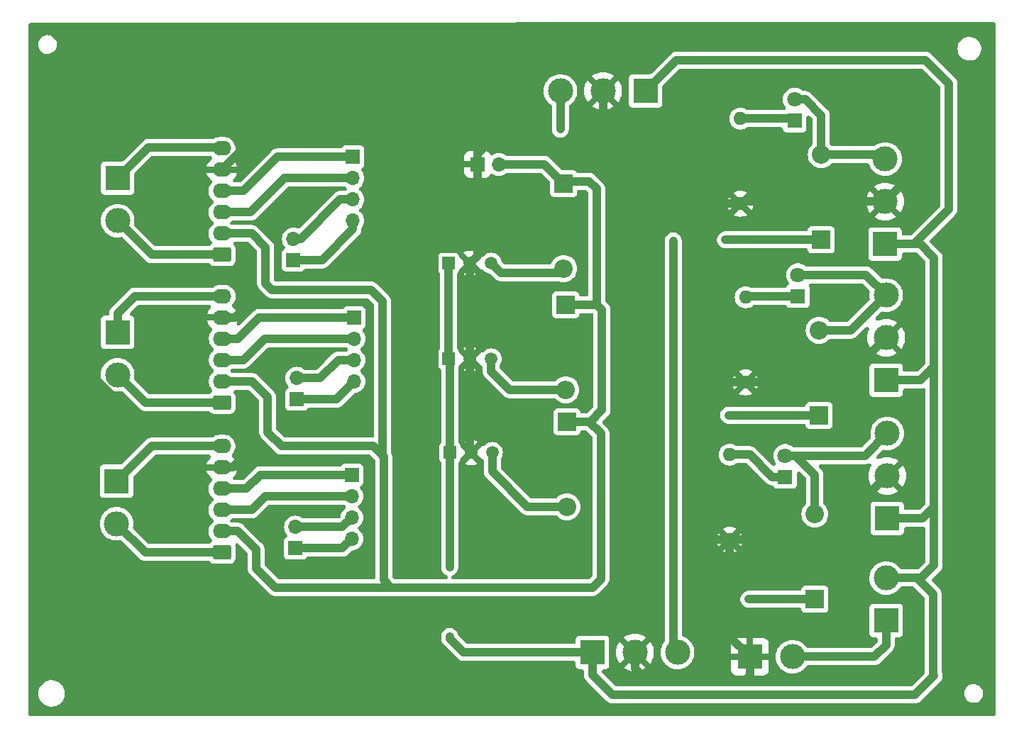
<source format=gbl>
%TF.GenerationSoftware,KiCad,Pcbnew,8.0.7*%
%TF.CreationDate,2024-12-09T23:50:59+01:00*%
%TF.ProjectId,main_board_proto,6d61696e-5f62-46f6-9172-645f70726f74,rev?*%
%TF.SameCoordinates,Original*%
%TF.FileFunction,Copper,L2,Bot*%
%TF.FilePolarity,Positive*%
%FSLAX46Y46*%
G04 Gerber Fmt 4.6, Leading zero omitted, Abs format (unit mm)*
G04 Created by KiCad (PCBNEW 8.0.7) date 2024-12-09 23:50:59*
%MOMM*%
%LPD*%
G01*
G04 APERTURE LIST*
G04 Aperture macros list*
%AMRoundRect*
0 Rectangle with rounded corners*
0 $1 Rounding radius*
0 $2 $3 $4 $5 $6 $7 $8 $9 X,Y pos of 4 corners*
0 Add a 4 corners polygon primitive as box body*
4,1,4,$2,$3,$4,$5,$6,$7,$8,$9,$2,$3,0*
0 Add four circle primitives for the rounded corners*
1,1,$1+$1,$2,$3*
1,1,$1+$1,$4,$5*
1,1,$1+$1,$6,$7*
1,1,$1+$1,$8,$9*
0 Add four rect primitives between the rounded corners*
20,1,$1+$1,$2,$3,$4,$5,0*
20,1,$1+$1,$4,$5,$6,$7,0*
20,1,$1+$1,$6,$7,$8,$9,0*
20,1,$1+$1,$8,$9,$2,$3,0*%
G04 Aperture macros list end*
%TA.AperFunction,ComponentPad*%
%ADD10R,1.700000X1.700000*%
%TD*%
%TA.AperFunction,ComponentPad*%
%ADD11O,1.700000X1.700000*%
%TD*%
%TA.AperFunction,ComponentPad*%
%ADD12R,3.000000X3.000000*%
%TD*%
%TA.AperFunction,ComponentPad*%
%ADD13C,3.000000*%
%TD*%
%TA.AperFunction,ComponentPad*%
%ADD14R,2.200000X2.200000*%
%TD*%
%TA.AperFunction,ComponentPad*%
%ADD15O,2.200000X2.200000*%
%TD*%
%TA.AperFunction,ComponentPad*%
%ADD16C,1.600000*%
%TD*%
%TA.AperFunction,ComponentPad*%
%ADD17O,1.600000X1.600000*%
%TD*%
%TA.AperFunction,ComponentPad*%
%ADD18R,1.800000X1.800000*%
%TD*%
%TA.AperFunction,ComponentPad*%
%ADD19C,1.800000*%
%TD*%
%TA.AperFunction,ComponentPad*%
%ADD20RoundRect,0.250000X0.845000X-0.620000X0.845000X0.620000X-0.845000X0.620000X-0.845000X-0.620000X0*%
%TD*%
%TA.AperFunction,ComponentPad*%
%ADD21O,2.190000X1.740000*%
%TD*%
%TA.AperFunction,ComponentPad*%
%ADD22R,1.500000X1.500000*%
%TD*%
%TA.AperFunction,ComponentPad*%
%ADD23C,1.500000*%
%TD*%
%TA.AperFunction,ViaPad*%
%ADD24C,0.800000*%
%TD*%
%TA.AperFunction,Conductor*%
%ADD25C,1.000000*%
%TD*%
G04 APERTURE END LIST*
D10*
%TO.P,IN_M2,1,Pin_1*%
%TO.N,Net-(J12-Pin_1)*%
X77241000Y-87894000D03*
D11*
%TO.P,IN_M2,2,Pin_2*%
%TO.N,Net-(J12-Pin_2)*%
X77241000Y-85354000D03*
%TD*%
D12*
%TO.P,M_Driver2,1,Pin_1*%
%TO.N,+12V*%
X147574000Y-85598000D03*
D13*
%TO.P,M_Driver2,2,Pin_2*%
%TO.N,GND*%
X147574000Y-80518000D03*
%TO.P,M_Driver2,3,Pin_3*%
%TO.N,Net-(D2-A)*%
X147574000Y-75438000D03*
%TD*%
D12*
%TO.P,M2,1,Pin_1*%
%TO.N,Net-(J14-Pin_6)*%
X55880000Y-79883000D03*
D13*
%TO.P,M2,2,Pin_2*%
%TO.N,Net-(J14-Pin_1)*%
X55880000Y-84963000D03*
%TD*%
D14*
%TO.P,D1,1,K*%
%TO.N,+5V*%
X139065000Y-111760000D03*
D15*
%TO.P,D1,2,A*%
%TO.N,Net-(D1-A)*%
X139065000Y-101600000D03*
%TD*%
D13*
%TO.P,OUT2,3,Pin_3*%
%TO.N,+5V*%
X108712000Y-51054000D03*
%TO.P,OUT2,2,Pin_2*%
%TO.N,GND*%
X113792000Y-51054000D03*
D12*
%TO.P,OUT2,1,Pin_1*%
%TO.N,+12V*%
X118872000Y-51054000D03*
%TD*%
D16*
%TO.P,R1,1*%
%TO.N,GND*%
X128905000Y-104648000D03*
D17*
%TO.P,R1,2*%
%TO.N,Net-(D4-K)*%
X128905000Y-94488000D03*
%TD*%
D10*
%TO.P,Ardu_M1,1,Pin_1*%
%TO.N,Net-(J3-Pin_4)*%
X83947000Y-58928000D03*
D11*
%TO.P,Ardu_M1,2,Pin_2*%
%TO.N,Net-(J3-Pin_3)*%
X83947000Y-61468000D03*
%TO.P,Ardu_M1,3,Pin_3*%
%TO.N,Net-(J6-Pin_3)*%
X83947000Y-64008000D03*
%TO.P,Ardu_M1,4,Pin_4*%
%TO.N,Net-(J6-Pin_4)*%
X83947000Y-66548000D03*
%TD*%
D18*
%TO.P,D6,1,K*%
%TO.N,Net-(D6-K)*%
X136652000Y-54610000D03*
D19*
%TO.P,D6,2,A*%
%TO.N,Net-(D3-A)*%
X136652000Y-52070000D03*
%TD*%
D12*
%TO.P,OUT1,1,Pin_1*%
%TO.N,+12V*%
X112522000Y-118110000D03*
D13*
%TO.P,OUT1,2,Pin_2*%
%TO.N,GND*%
X117602000Y-118110000D03*
%TO.P,OUT1,3,Pin_3*%
%TO.N,+5V*%
X122682000Y-118110000D03*
%TD*%
D12*
%TO.P,M_Driver3,1,Pin_1*%
%TO.N,+12V*%
X147447000Y-69342000D03*
D13*
%TO.P,M_Driver3,2,Pin_2*%
%TO.N,GND*%
X147447000Y-64262000D03*
%TO.P,M_Driver3,3,Pin_3*%
%TO.N,Net-(D3-A)*%
X147447000Y-59182000D03*
%TD*%
D20*
%TO.P,ENCODER3,1,Pin_1*%
%TO.N,Net-(J15-Pin_1)*%
X68326000Y-106172000D03*
D21*
%TO.P,ENCODER3,2,Pin_2*%
%TO.N,+5VA*%
X68326000Y-103632000D03*
%TO.P,ENCODER3,3,Pin_3*%
%TO.N,Net-(J15-Pin_3)*%
X68326000Y-101092000D03*
%TO.P,ENCODER3,4,Pin_4*%
%TO.N,Net-(J15-Pin_4)*%
X68326000Y-98552000D03*
%TO.P,ENCODER3,5,Pin_5*%
%TO.N,GND*%
X68326000Y-96012000D03*
%TO.P,ENCODER3,6,Pin_6*%
%TO.N,Net-(J15-Pin_6)*%
X68326000Y-93472000D03*
%TD*%
D14*
%TO.P,D3,1,K*%
%TO.N,+5V*%
X139827000Y-68834000D03*
D15*
%TO.P,D3,2,A*%
%TO.N,Net-(D3-A)*%
X139827000Y-58674000D03*
%TD*%
D20*
%TO.P,ENCODER1,1,Pin_1*%
%TO.N,Net-(J1-Pin_2)*%
X68326000Y-70612000D03*
D21*
%TO.P,ENCODER1,2,Pin_2*%
%TO.N,+5VA*%
X68326000Y-68072000D03*
%TO.P,ENCODER1,3,Pin_3*%
%TO.N,Net-(J3-Pin_3)*%
X68326000Y-65532000D03*
%TO.P,ENCODER1,4,Pin_4*%
%TO.N,Net-(J3-Pin_4)*%
X68326000Y-62992000D03*
%TO.P,ENCODER1,5,Pin_5*%
%TO.N,GND*%
X68326000Y-60452000D03*
%TO.P,ENCODER1,6,Pin_6*%
%TO.N,Net-(J1-Pin_1)*%
X68326000Y-57912000D03*
%TD*%
D18*
%TO.P,D5,1,K*%
%TO.N,Net-(D5-K)*%
X137033000Y-75565000D03*
D19*
%TO.P,D5,2,A*%
%TO.N,Net-(D2-A)*%
X137033000Y-73025000D03*
%TD*%
D22*
%TO.P,U3,1,Vin*%
%TO.N,+12V*%
X95504000Y-94234000D03*
D23*
%TO.P,U3,2,GND*%
%TO.N,GND*%
X98044000Y-94234000D03*
%TO.P,U3,3,Vout*%
%TO.N,Net-(D9-A)*%
X100584000Y-94234000D03*
%TD*%
D12*
%TO.P,M3,1,Pin_1*%
%TO.N,Net-(J15-Pin_6)*%
X55753000Y-97663000D03*
D13*
%TO.P,M3,2,Pin_2*%
%TO.N,Net-(J15-Pin_1)*%
X55753000Y-102743000D03*
%TD*%
D10*
%TO.P,Ardu_M2,1,Pin_1*%
%TO.N,Net-(J14-Pin_4)*%
X84099000Y-78115000D03*
D11*
%TO.P,Ardu_M2,2,Pin_2*%
%TO.N,Net-(J14-Pin_3)*%
X84099000Y-80655000D03*
%TO.P,Ardu_M2,3,Pin_3*%
%TO.N,Net-(J12-Pin_2)*%
X84099000Y-83195000D03*
%TO.P,Ardu_M2,4,Pin_4*%
%TO.N,Net-(J12-Pin_1)*%
X84099000Y-85735000D03*
%TD*%
D20*
%TO.P,ENCODER2,1,Pin_1*%
%TO.N,Net-(J14-Pin_1)*%
X68351000Y-88275000D03*
D21*
%TO.P,ENCODER2,2,Pin_2*%
%TO.N,+5VA*%
X68351000Y-85735000D03*
%TO.P,ENCODER2,3,Pin_3*%
%TO.N,Net-(J14-Pin_3)*%
X68351000Y-83195000D03*
%TO.P,ENCODER2,4,Pin_4*%
%TO.N,Net-(J14-Pin_4)*%
X68351000Y-80655000D03*
%TO.P,ENCODER2,5,Pin_5*%
%TO.N,GND*%
X68351000Y-78115000D03*
%TO.P,ENCODER2,6,Pin_6*%
%TO.N,Net-(J14-Pin_6)*%
X68351000Y-75575000D03*
%TD*%
D14*
%TO.P,D9,1,K*%
%TO.N,+5VA*%
X109474000Y-90551000D03*
D15*
%TO.P,D9,2,A*%
%TO.N,Net-(D9-A)*%
X109474000Y-100711000D03*
%TD*%
D12*
%TO.P,IN_POWER,1,Pin_1*%
%TO.N,Net-(J18-Pin_1)*%
X147574000Y-114300000D03*
D13*
%TO.P,IN_POWER,2,Pin_2*%
%TO.N,+12V*%
X147574000Y-109220000D03*
%TD*%
D16*
%TO.P,R2,1*%
%TO.N,GND*%
X130810000Y-85852000D03*
D17*
%TO.P,R2,2*%
%TO.N,Net-(D5-K)*%
X130810000Y-75692000D03*
%TD*%
D12*
%TO.P,M1,1,Pin_1*%
%TO.N,Net-(J1-Pin_1)*%
X55880000Y-61468000D03*
D13*
%TO.P,M1,2,Pin_2*%
%TO.N,Net-(J1-Pin_2)*%
X55880000Y-66548000D03*
%TD*%
D10*
%TO.P,IN_M3,1,Pin_1*%
%TO.N,Net-(J13-Pin_1)*%
X77089000Y-105664000D03*
D11*
%TO.P,IN_M3,2,Pin_2*%
%TO.N,Net-(J13-Pin_2)*%
X77089000Y-103124000D03*
%TD*%
D16*
%TO.P,R3,1*%
%TO.N,GND*%
X130175000Y-64516000D03*
D17*
%TO.P,R3,2*%
%TO.N,Net-(D6-K)*%
X130175000Y-54356000D03*
%TD*%
D22*
%TO.P,U2,1,Vin*%
%TO.N,+12V*%
X95377000Y-83058000D03*
D23*
%TO.P,U2,2,GND*%
%TO.N,GND*%
X97917000Y-83058000D03*
%TO.P,U2,3,Vout*%
%TO.N,Net-(D8-A)*%
X100457000Y-83058000D03*
%TD*%
D12*
%TO.P,ON/OFF,1,Pin_1*%
%TO.N,GND*%
X131318000Y-118618000D03*
D13*
%TO.P,ON/OFF,2,Pin_2*%
%TO.N,Net-(J18-Pin_1)*%
X136398000Y-118618000D03*
%TD*%
D10*
%TO.P,Ardu_alim,1,Pin_1*%
%TO.N,GND*%
X98806000Y-59817000D03*
D11*
%TO.P,Ardu_alim,2,Pin_2*%
%TO.N,+5VA*%
X101346000Y-59817000D03*
%TD*%
D14*
%TO.P,D2,1,K*%
%TO.N,+5V*%
X139573000Y-89789000D03*
D15*
%TO.P,D2,2,A*%
%TO.N,Net-(D2-A)*%
X139573000Y-79629000D03*
%TD*%
D22*
%TO.P,U1,1,Vin*%
%TO.N,+12V*%
X95377000Y-71628000D03*
D23*
%TO.P,U1,2,GND*%
%TO.N,GND*%
X97917000Y-71628000D03*
%TO.P,U1,3,Vout*%
%TO.N,Net-(D7-A)*%
X100457000Y-71628000D03*
%TD*%
D10*
%TO.P,IN_M1,1,Pin_1*%
%TO.N,Net-(J6-Pin_4)*%
X76835000Y-71247000D03*
D11*
%TO.P,IN_M1,2,Pin_2*%
%TO.N,Net-(J6-Pin_3)*%
X76835000Y-68707000D03*
%TD*%
D18*
%TO.P,D4,1,K*%
%TO.N,Net-(D4-K)*%
X135509000Y-97155000D03*
D19*
%TO.P,D4,2,A*%
%TO.N,Net-(D1-A)*%
X135509000Y-94615000D03*
%TD*%
D10*
%TO.P,Ardu_M3,1,Pin_1*%
%TO.N,Net-(J15-Pin_4)*%
X83820000Y-96901000D03*
D11*
%TO.P,Ardu_M3,2,Pin_2*%
%TO.N,Net-(J15-Pin_3)*%
X83820000Y-99441000D03*
%TO.P,Ardu_M3,3,Pin_3*%
%TO.N,Net-(J13-Pin_2)*%
X83820000Y-101981000D03*
%TO.P,Ardu_M3,4,Pin_4*%
%TO.N,Net-(J13-Pin_1)*%
X83820000Y-104521000D03*
%TD*%
D14*
%TO.P,D7,1,K*%
%TO.N,+5VA*%
X109093000Y-62103000D03*
D15*
%TO.P,D7,2,A*%
%TO.N,Net-(D7-A)*%
X109093000Y-72263000D03*
%TD*%
D14*
%TO.P,D8,1,K*%
%TO.N,+5VA*%
X109347000Y-76581000D03*
D15*
%TO.P,D8,2,A*%
%TO.N,Net-(D8-A)*%
X109347000Y-86741000D03*
%TD*%
D13*
%TO.P,M_Driver1,3,Pin_3*%
%TO.N,Net-(D1-A)*%
X147701000Y-91948000D03*
%TO.P,M_Driver1,2,Pin_2*%
%TO.N,GND*%
X147701000Y-97028000D03*
D12*
%TO.P,M_Driver1,1,Pin_1*%
%TO.N,+12V*%
X147701000Y-102108000D03*
%TD*%
D24*
%TO.N,+5V*%
X122174000Y-89789000D03*
X122174000Y-68961000D03*
X108712000Y-55626000D03*
X122174000Y-111760000D03*
X128778000Y-89789000D03*
X128397000Y-68834000D03*
X131191000Y-111760000D03*
%TO.N,+12V*%
X95504000Y-107950000D03*
X95504000Y-116332000D03*
%TD*%
D25*
%TO.N,+5V*%
X122174000Y-111760000D02*
X122174000Y-89789000D01*
X128524000Y-68834000D02*
X128397000Y-68834000D01*
X139827000Y-68834000D02*
X128524000Y-68834000D01*
X122174000Y-117602000D02*
X122174000Y-111760000D01*
X139573000Y-89789000D02*
X128778000Y-89789000D01*
X122682000Y-118110000D02*
X122174000Y-117602000D01*
X139065000Y-111760000D02*
X131191000Y-111760000D01*
X122174000Y-89789000D02*
X122174000Y-68961000D01*
X108712000Y-51054000D02*
X108712000Y-55626000D01*
%TO.N,Net-(D1-A)*%
X135763000Y-94488000D02*
X135890000Y-94615000D01*
X135509000Y-94615000D02*
X145034000Y-94615000D01*
X139065000Y-96898208D02*
X139065000Y-101600000D01*
X135509000Y-94615000D02*
X136781792Y-94615000D01*
X145034000Y-94615000D02*
X147701000Y-91948000D01*
X136781792Y-94615000D02*
X139065000Y-96898208D01*
%TO.N,Net-(D2-A)*%
X145161000Y-73025000D02*
X137033000Y-73025000D01*
X143383000Y-79629000D02*
X147574000Y-75438000D01*
X139573000Y-79629000D02*
X143383000Y-79629000D01*
X147574000Y-75438000D02*
X145161000Y-73025000D01*
%TO.N,Net-(D3-A)*%
X139827000Y-53972208D02*
X137924792Y-52070000D01*
X139827000Y-58674000D02*
X146939000Y-58674000D01*
X146939000Y-58674000D02*
X147447000Y-59182000D01*
X137924792Y-52070000D02*
X136652000Y-52070000D01*
X139827000Y-58674000D02*
X139827000Y-53972208D01*
%TO.N,Net-(D4-K)*%
X135509000Y-97155000D02*
X133985000Y-97155000D01*
X133985000Y-97155000D02*
X131318000Y-94488000D01*
X131318000Y-94488000D02*
X128905000Y-94488000D01*
%TO.N,Net-(D5-K)*%
X130937000Y-75565000D02*
X130810000Y-75692000D01*
X137033000Y-75565000D02*
X130937000Y-75565000D01*
%TO.N,Net-(D6-K)*%
X136398000Y-54356000D02*
X136652000Y-54610000D01*
X130175000Y-54356000D02*
X136398000Y-54356000D01*
%TO.N,Net-(J1-Pin_1)*%
X68199000Y-57785000D02*
X68326000Y-57912000D01*
X59563000Y-57785000D02*
X68199000Y-57785000D01*
X55880000Y-61468000D02*
X59563000Y-57785000D01*
%TO.N,Net-(J1-Pin_2)*%
X55880000Y-66548000D02*
X59944000Y-70612000D01*
X59944000Y-70612000D02*
X68326000Y-70612000D01*
%TO.N,+12V*%
X153289000Y-120904000D02*
X151003000Y-123190000D01*
X151638000Y-69342000D02*
X153289000Y-70993000D01*
X147574000Y-109220000D02*
X151765000Y-109220000D01*
X153289000Y-107696000D02*
X151765000Y-109220000D01*
X150876000Y-69342000D02*
X155067000Y-65151000D01*
X152273000Y-47371000D02*
X122555000Y-47371000D01*
X95504000Y-94234000D02*
X95504000Y-107950000D01*
X151638000Y-85598000D02*
X147574000Y-85598000D01*
X95504000Y-116332000D02*
X95504000Y-116205000D01*
X114935000Y-123190000D02*
X112522000Y-120777000D01*
X112522000Y-120777000D02*
X112522000Y-118110000D01*
X95504000Y-83185000D02*
X95377000Y-83058000D01*
X151892000Y-102108000D02*
X147701000Y-102108000D01*
X155067000Y-50165000D02*
X152273000Y-47371000D01*
X112522000Y-118110000D02*
X97155000Y-118110000D01*
X97155000Y-118110000D02*
X95504000Y-116459000D01*
X122555000Y-47371000D02*
X118872000Y-51054000D01*
X147447000Y-69342000D02*
X150876000Y-69342000D01*
X147447000Y-69342000D02*
X151638000Y-69342000D01*
X147574000Y-109220000D02*
X151257000Y-109220000D01*
X95504000Y-116459000D02*
X95504000Y-116332000D01*
X151003000Y-123190000D02*
X114935000Y-123190000D01*
X151257000Y-109220000D02*
X153162000Y-111125000D01*
X153162000Y-120777000D02*
X153289000Y-120904000D01*
X153289000Y-70993000D02*
X153289000Y-83947000D01*
X153289000Y-100711000D02*
X153289000Y-107696000D01*
X153289000Y-83947000D02*
X151638000Y-85598000D01*
X95377000Y-83058000D02*
X95377000Y-71628000D01*
X153289000Y-83947000D02*
X153289000Y-100711000D01*
X153289000Y-100711000D02*
X151892000Y-102108000D01*
X155067000Y-65151000D02*
X155067000Y-50165000D01*
X153162000Y-111125000D02*
X153162000Y-120777000D01*
X95504000Y-94234000D02*
X95504000Y-83185000D01*
%TO.N,GND*%
X125857000Y-103632000D02*
X125857000Y-87249000D01*
X128905000Y-104648000D02*
X126873000Y-104648000D01*
X98806000Y-70739000D02*
X97917000Y-71628000D01*
X70866000Y-91567000D02*
X69977000Y-90678000D01*
X147701000Y-97028000D02*
X140081000Y-104648000D01*
X142240000Y-85852000D02*
X130810000Y-85852000D01*
X97917000Y-71628000D02*
X97917000Y-83058000D01*
X117094000Y-56769000D02*
X124460000Y-56769000D01*
X125857000Y-55372000D02*
X125857000Y-65659000D01*
X52959000Y-85153270D02*
X52959000Y-72644000D01*
X125857000Y-51435000D02*
X125857000Y-55372000D01*
X131318000Y-120904000D02*
X131318000Y-118618000D01*
X69977000Y-90678000D02*
X58483730Y-90678000D01*
X147447000Y-64262000D02*
X153035000Y-58674000D01*
X127381000Y-85852000D02*
X125857000Y-84328000D01*
X97917000Y-83058000D02*
X97917000Y-94107000D01*
X128905000Y-116205000D02*
X128905000Y-104648000D01*
X68351000Y-78115000D02*
X69840000Y-78115000D01*
X130810000Y-121412000D02*
X131318000Y-120904000D01*
X125857000Y-87249000D02*
X127254000Y-85852000D01*
X125857000Y-65659000D02*
X127127000Y-64389000D01*
X69596000Y-73152000D02*
X53467000Y-73152000D01*
X70993000Y-74549000D02*
X69596000Y-73152000D01*
X52959000Y-72644000D02*
X52959000Y-59182000D01*
X127889000Y-49403000D02*
X125857000Y-51435000D01*
X149860000Y-49403000D02*
X127889000Y-49403000D01*
X113792000Y-51054000D02*
X113792000Y-54991000D01*
X69596000Y-96012000D02*
X70866000Y-94742000D01*
X130429000Y-64262000D02*
X130175000Y-64516000D01*
X99822000Y-57531000D02*
X116332000Y-57531000D01*
X73406000Y-55372000D02*
X96393000Y-55372000D01*
X53467000Y-73152000D02*
X52959000Y-72644000D01*
X98806000Y-57785000D02*
X98806000Y-59817000D01*
X117602000Y-118110000D02*
X117602000Y-120015000D01*
X113792000Y-54991000D02*
X116332000Y-57531000D01*
X126873000Y-104648000D02*
X125857000Y-103632000D01*
X98806000Y-59817000D02*
X98806000Y-58547000D01*
X116332000Y-57531000D02*
X117094000Y-56769000D01*
X118999000Y-121412000D02*
X130810000Y-121412000D01*
X68326000Y-96012000D02*
X69596000Y-96012000D01*
X68326000Y-60452000D02*
X73406000Y-55372000D01*
X127127000Y-64389000D02*
X127254000Y-64516000D01*
X58483730Y-90678000D02*
X52959000Y-85153270D01*
X130810000Y-85852000D02*
X127381000Y-85852000D01*
X98806000Y-59817000D02*
X98806000Y-70739000D01*
X140081000Y-104648000D02*
X128905000Y-104648000D01*
X131318000Y-118618000D02*
X128905000Y-116205000D01*
X70866000Y-94742000D02*
X70866000Y-91567000D01*
X70993000Y-76962000D02*
X70993000Y-74549000D01*
X153035000Y-58674000D02*
X153035000Y-52578000D01*
X153035000Y-52578000D02*
X149860000Y-49403000D01*
X56769000Y-55372000D02*
X73406000Y-55372000D01*
X97917000Y-94107000D02*
X98044000Y-94234000D01*
X127254000Y-85852000D02*
X130810000Y-85852000D01*
X124460000Y-56769000D02*
X125857000Y-55372000D01*
X117602000Y-120015000D02*
X118999000Y-121412000D01*
X98806000Y-58547000D02*
X99822000Y-57531000D01*
X96393000Y-55372000D02*
X98806000Y-57785000D01*
X52959000Y-59182000D02*
X56769000Y-55372000D01*
X127254000Y-64516000D02*
X130175000Y-64516000D01*
X69840000Y-78115000D02*
X70993000Y-76962000D01*
X125857000Y-84328000D02*
X125857000Y-65659000D01*
X147574000Y-80518000D02*
X142240000Y-85852000D01*
%TO.N,Net-(J3-Pin_3)*%
X75819000Y-61468000D02*
X83947000Y-61468000D01*
X68326000Y-65532000D02*
X71755000Y-65532000D01*
X71755000Y-65532000D02*
X75819000Y-61468000D01*
%TO.N,Net-(J3-Pin_4)*%
X74930000Y-58928000D02*
X83947000Y-58928000D01*
X70866000Y-62992000D02*
X74930000Y-58928000D01*
X68326000Y-62992000D02*
X70866000Y-62992000D01*
%TO.N,Net-(J6-Pin_3)*%
X77724000Y-68707000D02*
X76835000Y-68707000D01*
X82423000Y-64008000D02*
X77724000Y-68707000D01*
X83947000Y-64008000D02*
X82423000Y-64008000D01*
%TO.N,Net-(J6-Pin_4)*%
X83947000Y-67564000D02*
X80264000Y-71247000D01*
X80264000Y-71247000D02*
X76835000Y-71247000D01*
X83947000Y-66548000D02*
X83947000Y-67564000D01*
%TO.N,Net-(J14-Pin_6)*%
X57922000Y-75575000D02*
X68351000Y-75575000D01*
X55880000Y-77597000D02*
X57912000Y-75565000D01*
X57912000Y-75565000D02*
X57922000Y-75575000D01*
X55880000Y-79883000D02*
X55880000Y-77597000D01*
%TO.N,Net-(J14-Pin_1)*%
X55880000Y-84963000D02*
X59192000Y-88275000D01*
X59192000Y-88275000D02*
X68351000Y-88275000D01*
%TO.N,Net-(J15-Pin_6)*%
X59944000Y-93472000D02*
X68326000Y-93472000D01*
X55753000Y-97663000D02*
X59944000Y-93472000D01*
%TO.N,Net-(J15-Pin_1)*%
X55753000Y-102743000D02*
X59182000Y-106172000D01*
X59182000Y-106172000D02*
X68326000Y-106172000D01*
%TO.N,Net-(J12-Pin_1)*%
X81940000Y-87894000D02*
X77241000Y-87894000D01*
X84099000Y-85735000D02*
X81940000Y-87894000D01*
%TO.N,Net-(J12-Pin_2)*%
X80035000Y-85354000D02*
X77241000Y-85354000D01*
X82194000Y-83195000D02*
X80035000Y-85354000D01*
X84099000Y-83195000D02*
X82194000Y-83195000D01*
%TO.N,Net-(J13-Pin_1)*%
X82677000Y-105664000D02*
X83820000Y-104521000D01*
X77089000Y-105664000D02*
X82677000Y-105664000D01*
%TO.N,Net-(J13-Pin_2)*%
X77089000Y-103124000D02*
X82677000Y-103124000D01*
X82677000Y-103124000D02*
X83820000Y-101981000D01*
%TO.N,Net-(J14-Pin_3)*%
X68351000Y-83195000D02*
X70856000Y-83195000D01*
X73396000Y-80655000D02*
X84099000Y-80655000D01*
X70856000Y-83195000D02*
X73396000Y-80655000D01*
%TO.N,Net-(J14-Pin_4)*%
X72771000Y-78105000D02*
X72781000Y-78115000D01*
X72781000Y-78115000D02*
X84099000Y-78115000D01*
X68351000Y-80655000D02*
X70221000Y-80655000D01*
X70221000Y-80655000D02*
X72771000Y-78105000D01*
%TO.N,Net-(J15-Pin_3)*%
X68326000Y-101092000D02*
X71882000Y-101092000D01*
X73533000Y-99441000D02*
X83820000Y-99441000D01*
X71882000Y-101092000D02*
X73533000Y-99441000D01*
%TO.N,Net-(J15-Pin_4)*%
X72898000Y-96901000D02*
X83820000Y-96901000D01*
X71247000Y-98552000D02*
X72898000Y-96901000D01*
X68326000Y-98552000D02*
X71247000Y-98552000D01*
%TO.N,Net-(J18-Pin_1)*%
X146177000Y-118618000D02*
X136398000Y-118618000D01*
X147574000Y-117221000D02*
X146177000Y-118618000D01*
X147574000Y-114300000D02*
X147574000Y-117221000D01*
%TO.N,+5VA*%
X72390000Y-105791000D02*
X70231000Y-103632000D01*
X71882000Y-68072000D02*
X73533000Y-69723000D01*
X87630000Y-109474000D02*
X88519000Y-110363000D01*
X71892000Y-85735000D02*
X73787000Y-87630000D01*
X101346000Y-59817000D02*
X106807000Y-59817000D01*
X113538000Y-91948000D02*
X113538000Y-109347000D01*
X112268000Y-90551000D02*
X113665000Y-89154000D01*
X68326000Y-68072000D02*
X71882000Y-68072000D01*
X73533000Y-69723000D02*
X73533000Y-74041000D01*
X112141000Y-90551000D02*
X113538000Y-91948000D01*
X70231000Y-103632000D02*
X68326000Y-103632000D01*
X106807000Y-59817000D02*
X109093000Y-62103000D01*
X113665000Y-77216000D02*
X113030000Y-76581000D01*
X75438000Y-93472000D02*
X86360000Y-93472000D01*
X109347000Y-61849000D02*
X109093000Y-62103000D01*
X68351000Y-85735000D02*
X71892000Y-85735000D01*
X113030000Y-62738000D02*
X112141000Y-61849000D01*
X86360000Y-93472000D02*
X87630000Y-94742000D01*
X74295000Y-74803000D02*
X86106000Y-74803000D01*
X73787000Y-87630000D02*
X73787000Y-91821000D01*
X87630000Y-94742000D02*
X87630000Y-109474000D01*
X73533000Y-74041000D02*
X74295000Y-74803000D01*
X113030000Y-76581000D02*
X113030000Y-62738000D01*
X113665000Y-89154000D02*
X113665000Y-77216000D01*
X109474000Y-90551000D02*
X112268000Y-90551000D01*
X112141000Y-61849000D02*
X109347000Y-61849000D01*
X112522000Y-110363000D02*
X88519000Y-110363000D01*
X73787000Y-91821000D02*
X75438000Y-93472000D01*
X72390000Y-108077000D02*
X72390000Y-105791000D01*
X86106000Y-74803000D02*
X87503000Y-76200000D01*
X74676000Y-110363000D02*
X72390000Y-108077000D01*
X88519000Y-110363000D02*
X74676000Y-110363000D01*
X87503000Y-94615000D02*
X87630000Y-94742000D01*
X109474000Y-90551000D02*
X112141000Y-90551000D01*
X113030000Y-76581000D02*
X109347000Y-76581000D01*
X113538000Y-109347000D02*
X112522000Y-110363000D01*
X87503000Y-76200000D02*
X87503000Y-94615000D01*
%TO.N,Net-(D7-A)*%
X101600000Y-72771000D02*
X108585000Y-72771000D01*
X100457000Y-71628000D02*
X101600000Y-72771000D01*
X108585000Y-72771000D02*
X109093000Y-72263000D01*
%TO.N,Net-(D8-A)*%
X102616000Y-86741000D02*
X109347000Y-86741000D01*
X100457000Y-84582000D02*
X102616000Y-86741000D01*
X100457000Y-83058000D02*
X100457000Y-84582000D01*
%TO.N,Net-(D9-A)*%
X100584000Y-96520000D02*
X104775000Y-100711000D01*
X104775000Y-100711000D02*
X109474000Y-100711000D01*
X100584000Y-94234000D02*
X100584000Y-96520000D01*
%TO.N,GND*%
X147447000Y-64262000D02*
X130429000Y-64262000D01*
%TD*%
%TA.AperFunction,Conductor*%
%TO.N,GND*%
G36*
X160461035Y-42818123D02*
G01*
X160541876Y-42872011D01*
X160595941Y-42952733D01*
X160615000Y-43048000D01*
X160615000Y-125481000D01*
X160596046Y-125576288D01*
X160542070Y-125657070D01*
X160461288Y-125711046D01*
X160366000Y-125730000D01*
X45501000Y-125730000D01*
X45405712Y-125711046D01*
X45324930Y-125657070D01*
X45270954Y-125576288D01*
X45252000Y-125481000D01*
X45252000Y-123000000D01*
X46416289Y-123000000D01*
X46436798Y-123254045D01*
X46497792Y-123501511D01*
X46497793Y-123501513D01*
X46497794Y-123501517D01*
X46597692Y-123735984D01*
X46597693Y-123735986D01*
X46597694Y-123735987D01*
X46733914Y-123951402D01*
X46892105Y-124129962D01*
X46902927Y-124142178D01*
X46902930Y-124142181D01*
X47100343Y-124303364D01*
X47100346Y-124303366D01*
X47100350Y-124303369D01*
X47210712Y-124367086D01*
X47321071Y-124430802D01*
X47321072Y-124430802D01*
X47321075Y-124430804D01*
X47559384Y-124521183D01*
X47809105Y-124572164D01*
X48063770Y-124582427D01*
X48063770Y-124582426D01*
X48063771Y-124582427D01*
X48063771Y-124582426D01*
X48316783Y-124551705D01*
X48561592Y-124480796D01*
X48791856Y-124371534D01*
X49001611Y-124226750D01*
X49185425Y-124050195D01*
X49338537Y-123846439D01*
X49456982Y-123620762D01*
X49537691Y-123379007D01*
X49578576Y-123127436D01*
X49581139Y-123000000D01*
X49578576Y-122872564D01*
X49537691Y-122620993D01*
X49456982Y-122379238D01*
X49419228Y-122307305D01*
X49338537Y-122153561D01*
X49338536Y-122153560D01*
X49338213Y-122153130D01*
X49185425Y-121949805D01*
X49001611Y-121773250D01*
X48791857Y-121628467D01*
X48791858Y-121628467D01*
X48791856Y-121628466D01*
X48561592Y-121519204D01*
X48422159Y-121478817D01*
X48316780Y-121448294D01*
X48316783Y-121448294D01*
X48063775Y-121417573D01*
X48063771Y-121417572D01*
X47809105Y-121427835D01*
X47559386Y-121478816D01*
X47559385Y-121478816D01*
X47321071Y-121569197D01*
X47100354Y-121696628D01*
X47100343Y-121696635D01*
X46902930Y-121857818D01*
X46902927Y-121857821D01*
X46733916Y-122048595D01*
X46733911Y-122048602D01*
X46597695Y-122264011D01*
X46597692Y-122264015D01*
X46497794Y-122498482D01*
X46436798Y-122745953D01*
X46433409Y-122787929D01*
X46416289Y-123000000D01*
X45252000Y-123000000D01*
X45252000Y-116106454D01*
X94503500Y-116106454D01*
X94503500Y-116557545D01*
X94541947Y-116750830D01*
X94541949Y-116750835D01*
X94617365Y-116932908D01*
X94617366Y-116932911D01*
X94617368Y-116932914D01*
X94672490Y-117015410D01*
X94707641Y-117068018D01*
X94726861Y-117096782D01*
X94866218Y-117236139D01*
X94866220Y-117236140D01*
X96517219Y-118887140D01*
X96681086Y-118996632D01*
X96681088Y-118996632D01*
X96681090Y-118996634D01*
X96863165Y-119072052D01*
X96863168Y-119072053D01*
X97053885Y-119109988D01*
X97056460Y-119110501D01*
X97265829Y-119110501D01*
X97265849Y-119110500D01*
X110272501Y-119110500D01*
X110367789Y-119129454D01*
X110448571Y-119183430D01*
X110502547Y-119264212D01*
X110521501Y-119359500D01*
X110521501Y-119657872D01*
X110523567Y-119677093D01*
X110527908Y-119717480D01*
X110527909Y-119717483D01*
X110578204Y-119852331D01*
X110664454Y-119967546D01*
X110779669Y-120053796D01*
X110914517Y-120104091D01*
X110974127Y-120110500D01*
X111272501Y-120110499D01*
X111367787Y-120129453D01*
X111448569Y-120183429D01*
X111502546Y-120264210D01*
X111521500Y-120359498D01*
X111521500Y-120875545D01*
X111559947Y-121068830D01*
X111559949Y-121068835D01*
X111635365Y-121250908D01*
X111635369Y-121250915D01*
X111720226Y-121377914D01*
X111744861Y-121414782D01*
X111884218Y-121554139D01*
X111884220Y-121554140D01*
X114157860Y-123827781D01*
X114157861Y-123827782D01*
X114157860Y-123827782D01*
X114242874Y-123912795D01*
X114297218Y-123967139D01*
X114461086Y-124076632D01*
X114567745Y-124120811D01*
X114643164Y-124152051D01*
X114836459Y-124190500D01*
X114836462Y-124190500D01*
X151101539Y-124190500D01*
X151101540Y-124190500D01*
X151101541Y-124190500D01*
X151198188Y-124171275D01*
X151294836Y-124152051D01*
X151348165Y-124129961D01*
X151476914Y-124076632D01*
X151640782Y-123967139D01*
X151780139Y-123827782D01*
X151780141Y-123827778D01*
X152607919Y-123000000D01*
X156879423Y-123000000D01*
X156899673Y-123212071D01*
X156959691Y-123416474D01*
X157057312Y-123605832D01*
X157125621Y-123692694D01*
X157189000Y-123773287D01*
X157350002Y-123912795D01*
X157534495Y-124019313D01*
X157534498Y-124019314D01*
X157534500Y-124019315D01*
X157735808Y-124088988D01*
X157735814Y-124088990D01*
X157946681Y-124119308D01*
X158159475Y-124109171D01*
X158366505Y-124058946D01*
X158560289Y-123970448D01*
X158733822Y-123846876D01*
X158880833Y-123692695D01*
X158996009Y-123513478D01*
X159075186Y-123315703D01*
X159115503Y-123106518D01*
X159118034Y-123000000D01*
X159115503Y-122893482D01*
X159075186Y-122684297D01*
X158996009Y-122486522D01*
X158880833Y-122307305D01*
X158803985Y-122226709D01*
X158733828Y-122153130D01*
X158733825Y-122153128D01*
X158733822Y-122153124D01*
X158733819Y-122153122D01*
X158733817Y-122153120D01*
X158560293Y-122029554D01*
X158560284Y-122029549D01*
X158366507Y-121941054D01*
X158366503Y-121941053D01*
X158159472Y-121890828D01*
X157967967Y-121881706D01*
X157946681Y-121880692D01*
X157946680Y-121880692D01*
X157946679Y-121880692D01*
X157735814Y-121911009D01*
X157735808Y-121911011D01*
X157534500Y-121980684D01*
X157534494Y-121980687D01*
X157350002Y-122087205D01*
X157189004Y-122226709D01*
X157188998Y-122226715D01*
X157057312Y-122394167D01*
X156959691Y-122583525D01*
X156899673Y-122787928D01*
X156879423Y-123000000D01*
X152607919Y-123000000D01*
X154066139Y-121541781D01*
X154175631Y-121377914D01*
X154251051Y-121195836D01*
X154289500Y-121002540D01*
X154289500Y-120805460D01*
X154251051Y-120612164D01*
X154181453Y-120444143D01*
X154162500Y-120348855D01*
X154162500Y-111026459D01*
X154162499Y-111026456D01*
X154157391Y-111000778D01*
X154132048Y-110873368D01*
X154124051Y-110833164D01*
X154093538Y-110759500D01*
X154083697Y-110735741D01*
X154083696Y-110735739D01*
X154048632Y-110651086D01*
X153939139Y-110487218D01*
X153799782Y-110347861D01*
X153799778Y-110347858D01*
X153101990Y-109650070D01*
X153048014Y-109569288D01*
X153029060Y-109474000D01*
X153048014Y-109378712D01*
X153101990Y-109297930D01*
X153487869Y-108912051D01*
X154066139Y-108333782D01*
X154127576Y-108241835D01*
X154175632Y-108169914D01*
X154251051Y-107987835D01*
X154289500Y-107794541D01*
X154289500Y-100612459D01*
X154289500Y-84057848D01*
X154289501Y-84057827D01*
X154289501Y-83838186D01*
X154289500Y-83838160D01*
X154289500Y-71103849D01*
X154289501Y-71103828D01*
X154289501Y-70894460D01*
X154289500Y-70894455D01*
X154251053Y-70701168D01*
X154251052Y-70701165D01*
X154175634Y-70519090D01*
X154175631Y-70519085D01*
X154128418Y-70448426D01*
X154066140Y-70355219D01*
X152847986Y-69137065D01*
X152794013Y-69056287D01*
X152775059Y-68960999D01*
X152794013Y-68865711D01*
X152847986Y-68784932D01*
X155704778Y-65928141D01*
X155704782Y-65928139D01*
X155844139Y-65788782D01*
X155953632Y-65624914D01*
X156020415Y-65463685D01*
X156020417Y-65463682D01*
X156022670Y-65458240D01*
X156029051Y-65442836D01*
X156067500Y-65249540D01*
X156067500Y-65052460D01*
X156067500Y-50066459D01*
X156049491Y-49975923D01*
X156029052Y-49873165D01*
X155977932Y-49749750D01*
X155953634Y-49691090D01*
X155953631Y-49691085D01*
X155844142Y-49527222D01*
X155844140Y-49527219D01*
X153050140Y-46733220D01*
X153050139Y-46733218D01*
X152910782Y-46593861D01*
X152910776Y-46593857D01*
X152746914Y-46484368D01*
X152746909Y-46484365D01*
X152657868Y-46447483D01*
X152618165Y-46431038D01*
X152564836Y-46408949D01*
X152564833Y-46408948D01*
X152468189Y-46389724D01*
X152468188Y-46389724D01*
X152371541Y-46370500D01*
X152371538Y-46370500D01*
X122665849Y-46370500D01*
X122665829Y-46370499D01*
X122653541Y-46370499D01*
X122456460Y-46370499D01*
X122456455Y-46370499D01*
X122263168Y-46408946D01*
X122263165Y-46408947D01*
X122081090Y-46484365D01*
X122081085Y-46484368D01*
X121917222Y-46593857D01*
X119530508Y-48980570D01*
X119449726Y-49034546D01*
X119354438Y-49053500D01*
X117324134Y-49053500D01*
X117324130Y-49053500D01*
X117324128Y-49053501D01*
X117311314Y-49054878D01*
X117264519Y-49059908D01*
X117264515Y-49059909D01*
X117129670Y-49110203D01*
X117014455Y-49196453D01*
X117014453Y-49196455D01*
X116928204Y-49311669D01*
X116877908Y-49446518D01*
X116871500Y-49506123D01*
X116871500Y-52601865D01*
X116871500Y-52601868D01*
X116871501Y-52601872D01*
X116873567Y-52621093D01*
X116877908Y-52661480D01*
X116877909Y-52661484D01*
X116924721Y-52786992D01*
X116928204Y-52796331D01*
X117014454Y-52911546D01*
X117129669Y-52997796D01*
X117264517Y-53048091D01*
X117324127Y-53054500D01*
X120419872Y-53054499D01*
X120479483Y-53048091D01*
X120614331Y-52997796D01*
X120729546Y-52911546D01*
X120815796Y-52796331D01*
X120866091Y-52661483D01*
X120872500Y-52601873D01*
X120872499Y-50571559D01*
X120891453Y-50476272D01*
X120945426Y-50395493D01*
X120945430Y-50395490D01*
X122896492Y-48444430D01*
X122977273Y-48390454D01*
X123072561Y-48371500D01*
X151755440Y-48371500D01*
X151850728Y-48390454D01*
X151931510Y-48444430D01*
X153993570Y-50506490D01*
X154047546Y-50587272D01*
X154066500Y-50682560D01*
X154066500Y-64633440D01*
X154047546Y-64728728D01*
X153993570Y-64809510D01*
X150534510Y-68268570D01*
X150453728Y-68322546D01*
X150358440Y-68341500D01*
X149696499Y-68341500D01*
X149601211Y-68322546D01*
X149520429Y-68268570D01*
X149466453Y-68187788D01*
X149447499Y-68092500D01*
X149447499Y-67794134D01*
X149447499Y-67794128D01*
X149441091Y-67734517D01*
X149390796Y-67599669D01*
X149304546Y-67484454D01*
X149189331Y-67398204D01*
X149109117Y-67368286D01*
X149054481Y-67347908D01*
X148994873Y-67341500D01*
X145899134Y-67341500D01*
X145899130Y-67341500D01*
X145899128Y-67341501D01*
X145886314Y-67342878D01*
X145839519Y-67347908D01*
X145839515Y-67347909D01*
X145704670Y-67398203D01*
X145589455Y-67484453D01*
X145589453Y-67484455D01*
X145503204Y-67599669D01*
X145452908Y-67734518D01*
X145446500Y-67794123D01*
X145446500Y-70889865D01*
X145446500Y-70889868D01*
X145446501Y-70889872D01*
X145446994Y-70894455D01*
X145452908Y-70949480D01*
X145452909Y-70949484D01*
X145471888Y-71000368D01*
X145503204Y-71084331D01*
X145589454Y-71199546D01*
X145704669Y-71285796D01*
X145839517Y-71336091D01*
X145899127Y-71342500D01*
X148994872Y-71342499D01*
X149054483Y-71336091D01*
X149189331Y-71285796D01*
X149304546Y-71199546D01*
X149390796Y-71084331D01*
X149441091Y-70949483D01*
X149447500Y-70889873D01*
X149447500Y-70591500D01*
X149466454Y-70496212D01*
X149520430Y-70415430D01*
X149601212Y-70361454D01*
X149696500Y-70342500D01*
X150777460Y-70342500D01*
X150974540Y-70342500D01*
X151120440Y-70342500D01*
X151215728Y-70361454D01*
X151296510Y-70415430D01*
X152215570Y-71334490D01*
X152269546Y-71415272D01*
X152288500Y-71510560D01*
X152288500Y-83429439D01*
X152269546Y-83524727D01*
X152215570Y-83605508D01*
X151296510Y-84524569D01*
X151215728Y-84578546D01*
X151120440Y-84597500D01*
X149823499Y-84597500D01*
X149728211Y-84578546D01*
X149647429Y-84524570D01*
X149593453Y-84443788D01*
X149574499Y-84348500D01*
X149574499Y-84050134D01*
X149574499Y-84050128D01*
X149568091Y-83990517D01*
X149517796Y-83855669D01*
X149431546Y-83740454D01*
X149316331Y-83654204D01*
X149236117Y-83624286D01*
X149181481Y-83603908D01*
X149121873Y-83597500D01*
X146026134Y-83597500D01*
X146026130Y-83597500D01*
X146026128Y-83597501D01*
X146013314Y-83598878D01*
X145966519Y-83603908D01*
X145966515Y-83603909D01*
X145831670Y-83654203D01*
X145716455Y-83740453D01*
X145716453Y-83740455D01*
X145630204Y-83855669D01*
X145579908Y-83990518D01*
X145573500Y-84050123D01*
X145573500Y-87145865D01*
X145573500Y-87145868D01*
X145573501Y-87145872D01*
X145575081Y-87160570D01*
X145579908Y-87205480D01*
X145579909Y-87205484D01*
X145629396Y-87338165D01*
X145630204Y-87340331D01*
X145716454Y-87455546D01*
X145831669Y-87541796D01*
X145966517Y-87592091D01*
X146026127Y-87598500D01*
X149121872Y-87598499D01*
X149181483Y-87592091D01*
X149316331Y-87541796D01*
X149431546Y-87455546D01*
X149517796Y-87340331D01*
X149568091Y-87205483D01*
X149574500Y-87145873D01*
X149574500Y-86847500D01*
X149593454Y-86752212D01*
X149647430Y-86671430D01*
X149728212Y-86617454D01*
X149823500Y-86598500D01*
X151736539Y-86598500D01*
X151736540Y-86598500D01*
X151736541Y-86598500D01*
X151833188Y-86579275D01*
X151929836Y-86560051D01*
X151944210Y-86554096D01*
X152039498Y-86535142D01*
X152134786Y-86554095D01*
X152215568Y-86608071D01*
X152269545Y-86688852D01*
X152288500Y-86784140D01*
X152288500Y-100193440D01*
X152269546Y-100288728D01*
X152215570Y-100369509D01*
X151550511Y-101034569D01*
X151469729Y-101088546D01*
X151374441Y-101107500D01*
X149950499Y-101107500D01*
X149855211Y-101088546D01*
X149774429Y-101034570D01*
X149720453Y-100953788D01*
X149701499Y-100858500D01*
X149701499Y-100560134D01*
X149701499Y-100560128D01*
X149695091Y-100500517D01*
X149644796Y-100365669D01*
X149558546Y-100250454D01*
X149443331Y-100164204D01*
X149321677Y-100118830D01*
X149308481Y-100113908D01*
X149248873Y-100107500D01*
X146153134Y-100107500D01*
X146153130Y-100107500D01*
X146153128Y-100107501D01*
X146140314Y-100108878D01*
X146093519Y-100113908D01*
X146093515Y-100113909D01*
X145958670Y-100164203D01*
X145843455Y-100250453D01*
X145843453Y-100250455D01*
X145757204Y-100365669D01*
X145706908Y-100500518D01*
X145700500Y-100560123D01*
X145700500Y-103655865D01*
X145700500Y-103655868D01*
X145700501Y-103655872D01*
X145702567Y-103675093D01*
X145706908Y-103715480D01*
X145706909Y-103715484D01*
X145756956Y-103849666D01*
X145757204Y-103850331D01*
X145843454Y-103965546D01*
X145958669Y-104051796D01*
X146093517Y-104102091D01*
X146153127Y-104108500D01*
X149248872Y-104108499D01*
X149308483Y-104102091D01*
X149443331Y-104051796D01*
X149558546Y-103965546D01*
X149644796Y-103850331D01*
X149695091Y-103715483D01*
X149701500Y-103655873D01*
X149701500Y-103357500D01*
X149720454Y-103262212D01*
X149774430Y-103181430D01*
X149855212Y-103127454D01*
X149950500Y-103108500D01*
X151990539Y-103108500D01*
X151990540Y-103108500D01*
X151990541Y-103108500D01*
X151990908Y-103108426D01*
X151991283Y-103108426D01*
X152002716Y-103107301D01*
X152002826Y-103108426D01*
X152088061Y-103108420D01*
X152177823Y-103145594D01*
X152246527Y-103214288D01*
X152283712Y-103304045D01*
X152288500Y-103352639D01*
X152288500Y-107178440D01*
X152269546Y-107273728D01*
X152215570Y-107354509D01*
X151423511Y-108146569D01*
X151342729Y-108200546D01*
X151247441Y-108219500D01*
X149448609Y-108219500D01*
X149353321Y-108200546D01*
X149272539Y-108146570D01*
X149249279Y-108119726D01*
X149089739Y-107906605D01*
X148887395Y-107704261D01*
X148693937Y-107559440D01*
X148658317Y-107532775D01*
X148407158Y-107395631D01*
X148261970Y-107341479D01*
X148139046Y-107295631D01*
X148139047Y-107295631D01*
X147859428Y-107234804D01*
X147574000Y-107214390D01*
X147288571Y-107234804D01*
X147008954Y-107295631D01*
X146740841Y-107395631D01*
X146489682Y-107532775D01*
X146326773Y-107654728D01*
X146260605Y-107704261D01*
X146260604Y-107704262D01*
X146058262Y-107906604D01*
X146058260Y-107906607D01*
X145886775Y-108135682D01*
X145749633Y-108386839D01*
X145649631Y-108654954D01*
X145606301Y-108854141D01*
X145588804Y-108934572D01*
X145568390Y-109220000D01*
X145588804Y-109505428D01*
X145649631Y-109785046D01*
X145679373Y-109864788D01*
X145749631Y-110053158D01*
X145841007Y-110220500D01*
X145886774Y-110304315D01*
X146058261Y-110533395D01*
X146260605Y-110735739D01*
X146489685Y-110907226D01*
X146708038Y-111026456D01*
X146740841Y-111044368D01*
X146782703Y-111059981D01*
X147008954Y-111144369D01*
X147288572Y-111205196D01*
X147574000Y-111225610D01*
X147859428Y-111205196D01*
X148139046Y-111144369D01*
X148407161Y-111044367D01*
X148658315Y-110907226D01*
X148887395Y-110735739D01*
X149089739Y-110533395D01*
X149249276Y-110320277D01*
X149321552Y-110255356D01*
X149413173Y-110223034D01*
X149448609Y-110220500D01*
X150739440Y-110220500D01*
X150834728Y-110239454D01*
X150915510Y-110293430D01*
X152088570Y-111466490D01*
X152142546Y-111547272D01*
X152161500Y-111642560D01*
X152161500Y-120513440D01*
X152142546Y-120608728D01*
X152088570Y-120689510D01*
X150661510Y-122116570D01*
X150580728Y-122170546D01*
X150485440Y-122189500D01*
X115452561Y-122189500D01*
X115357273Y-122170546D01*
X115276491Y-122116570D01*
X113695490Y-120535569D01*
X113641514Y-120454787D01*
X113622560Y-120359499D01*
X113641514Y-120264211D01*
X113695490Y-120183429D01*
X113776272Y-120129453D01*
X113871560Y-120110499D01*
X114069866Y-120110499D01*
X114069872Y-120110499D01*
X114129483Y-120104091D01*
X114264331Y-120053796D01*
X114379546Y-119967546D01*
X114465796Y-119852331D01*
X114516091Y-119717483D01*
X114522500Y-119657873D01*
X114522499Y-118110000D01*
X115347172Y-118110000D01*
X115366461Y-118404312D01*
X115366463Y-118404324D01*
X115424003Y-118693592D01*
X115424004Y-118693599D01*
X115518808Y-118972877D01*
X115518816Y-118972896D01*
X115649264Y-119237418D01*
X115649265Y-119237419D01*
X115767417Y-119414248D01*
X115767418Y-119414248D01*
X116867685Y-118313981D01*
X116871207Y-118331684D01*
X116928497Y-118469995D01*
X117011670Y-118594472D01*
X117117528Y-118700330D01*
X117242005Y-118783503D01*
X117380316Y-118840793D01*
X117398016Y-118844313D01*
X116297750Y-119944580D01*
X116474579Y-120062733D01*
X116474596Y-120062743D01*
X116739103Y-120193183D01*
X116739122Y-120193191D01*
X117018400Y-120287995D01*
X117018407Y-120287996D01*
X117307675Y-120345536D01*
X117307687Y-120345538D01*
X117602000Y-120364827D01*
X117896312Y-120345538D01*
X117896324Y-120345536D01*
X118185592Y-120287996D01*
X118185599Y-120287995D01*
X118464877Y-120193191D01*
X118464896Y-120193183D01*
X118729409Y-120062740D01*
X118729411Y-120062739D01*
X118906248Y-119944580D01*
X117805982Y-118844314D01*
X117823684Y-118840793D01*
X117961995Y-118783503D01*
X118086472Y-118700330D01*
X118192330Y-118594472D01*
X118275503Y-118469995D01*
X118332793Y-118331684D01*
X118336314Y-118313982D01*
X119436580Y-119414248D01*
X119554739Y-119237411D01*
X119554740Y-119237409D01*
X119685183Y-118972896D01*
X119685191Y-118972877D01*
X119779995Y-118693599D01*
X119779996Y-118693592D01*
X119837536Y-118404324D01*
X119837538Y-118404312D01*
X119856827Y-118110000D01*
X120676390Y-118110000D01*
X120696804Y-118395428D01*
X120757631Y-118675046D01*
X120787373Y-118754788D01*
X120857631Y-118943158D01*
X120944624Y-119102472D01*
X120994774Y-119194315D01*
X121166261Y-119423395D01*
X121368605Y-119625739D01*
X121597685Y-119797226D01*
X121698602Y-119852331D01*
X121848841Y-119934368D01*
X121876221Y-119944580D01*
X122116954Y-120034369D01*
X122396572Y-120095196D01*
X122682000Y-120115610D01*
X122967428Y-120095196D01*
X123247046Y-120034369D01*
X123515161Y-119934367D01*
X123766315Y-119797226D01*
X123995395Y-119625739D01*
X124197739Y-119423395D01*
X124369226Y-119194315D01*
X124506367Y-118943161D01*
X124606369Y-118675046D01*
X124667196Y-118395428D01*
X124687610Y-118110000D01*
X124667196Y-117824572D01*
X124606369Y-117544954D01*
X124506367Y-117276839D01*
X124392342Y-117068018D01*
X129068000Y-117068018D01*
X129068000Y-118242999D01*
X129068001Y-118243000D01*
X130654523Y-118243000D01*
X130644497Y-118258005D01*
X130587207Y-118396316D01*
X130558000Y-118543147D01*
X130558000Y-118692853D01*
X130587207Y-118839684D01*
X130644497Y-118977995D01*
X130654523Y-118993000D01*
X129068002Y-118993000D01*
X129068001Y-118993001D01*
X129068001Y-120167984D01*
X129078494Y-120270699D01*
X129078495Y-120270702D01*
X129133640Y-120437119D01*
X129133641Y-120437121D01*
X129225681Y-120586341D01*
X129225684Y-120586345D01*
X129349654Y-120710315D01*
X129349658Y-120710318D01*
X129498878Y-120802358D01*
X129498879Y-120802359D01*
X129665298Y-120857504D01*
X129665305Y-120857505D01*
X129768023Y-120867999D01*
X130942998Y-120867999D01*
X130943000Y-120867998D01*
X130943000Y-119281476D01*
X130958005Y-119291503D01*
X131096316Y-119348793D01*
X131243147Y-119378000D01*
X131392853Y-119378000D01*
X131539684Y-119348793D01*
X131677995Y-119291503D01*
X131693000Y-119281476D01*
X131693000Y-120867998D01*
X131693001Y-120867999D01*
X132867968Y-120867999D01*
X132867984Y-120867998D01*
X132970699Y-120857505D01*
X132970702Y-120857504D01*
X133137119Y-120802359D01*
X133137121Y-120802358D01*
X133286341Y-120710318D01*
X133286345Y-120710315D01*
X133410315Y-120586345D01*
X133410318Y-120586341D01*
X133502358Y-120437121D01*
X133502359Y-120437120D01*
X133557504Y-120270701D01*
X133557505Y-120270694D01*
X133567999Y-120167981D01*
X133568000Y-120167971D01*
X133568000Y-118993001D01*
X133567999Y-118993000D01*
X131981477Y-118993000D01*
X131991503Y-118977995D01*
X132048793Y-118839684D01*
X132078000Y-118692853D01*
X132078000Y-118618000D01*
X134392390Y-118618000D01*
X134412804Y-118903428D01*
X134473631Y-119183046D01*
X134493908Y-119237411D01*
X134573631Y-119451158D01*
X134710775Y-119702317D01*
X134722129Y-119717484D01*
X134882261Y-119931395D01*
X135084605Y-120133739D01*
X135313685Y-120305226D01*
X135542348Y-120430086D01*
X135564841Y-120442368D01*
X135569603Y-120444144D01*
X135832954Y-120542369D01*
X136112572Y-120603196D01*
X136398000Y-120623610D01*
X136683428Y-120603196D01*
X136963046Y-120542369D01*
X137231161Y-120442367D01*
X137482315Y-120305226D01*
X137711395Y-120133739D01*
X137913739Y-119931395D01*
X138073276Y-119718277D01*
X138145552Y-119653356D01*
X138237173Y-119621034D01*
X138272609Y-119618500D01*
X146275539Y-119618500D01*
X146275540Y-119618500D01*
X146275541Y-119618500D01*
X146372188Y-119599275D01*
X146468836Y-119580051D01*
X146522165Y-119557961D01*
X146650914Y-119504632D01*
X146814782Y-119395139D01*
X146954139Y-119255782D01*
X146954139Y-119255780D01*
X146974639Y-119235281D01*
X146974640Y-119235278D01*
X148351139Y-117858782D01*
X148460631Y-117694915D01*
X148460632Y-117694914D01*
X148536051Y-117512835D01*
X148574500Y-117319541D01*
X148574500Y-116549498D01*
X148593454Y-116454211D01*
X148647430Y-116373429D01*
X148728212Y-116319453D01*
X148823500Y-116300499D01*
X149121866Y-116300499D01*
X149121872Y-116300499D01*
X149181483Y-116294091D01*
X149316331Y-116243796D01*
X149431546Y-116157546D01*
X149517796Y-116042331D01*
X149568091Y-115907483D01*
X149574500Y-115847873D01*
X149574499Y-112752128D01*
X149568091Y-112692517D01*
X149517796Y-112557669D01*
X149431546Y-112442454D01*
X149316331Y-112356204D01*
X149236117Y-112326286D01*
X149181481Y-112305908D01*
X149121873Y-112299500D01*
X146026134Y-112299500D01*
X146026130Y-112299500D01*
X146026128Y-112299501D01*
X146013314Y-112300878D01*
X145966519Y-112305908D01*
X145966515Y-112305909D01*
X145831670Y-112356203D01*
X145716455Y-112442453D01*
X145716453Y-112442455D01*
X145630204Y-112557669D01*
X145579908Y-112692518D01*
X145573500Y-112752123D01*
X145573500Y-115847865D01*
X145573500Y-115847868D01*
X145573501Y-115847872D01*
X145574286Y-115855172D01*
X145579908Y-115907480D01*
X145579909Y-115907484D01*
X145630203Y-116042329D01*
X145630204Y-116042331D01*
X145716454Y-116157546D01*
X145831669Y-116243796D01*
X145966517Y-116294091D01*
X146026127Y-116300500D01*
X146324501Y-116300499D01*
X146419787Y-116319453D01*
X146500569Y-116373429D01*
X146554546Y-116454210D01*
X146573500Y-116549498D01*
X146573500Y-116703440D01*
X146554546Y-116798728D01*
X146500570Y-116879509D01*
X145835511Y-117544569D01*
X145754729Y-117598546D01*
X145659441Y-117617500D01*
X138272609Y-117617500D01*
X138177321Y-117598546D01*
X138096539Y-117544570D01*
X138073279Y-117517726D01*
X137913739Y-117304605D01*
X137711395Y-117102261D01*
X137528443Y-116965305D01*
X137482317Y-116930775D01*
X137231158Y-116793631D01*
X137085970Y-116739479D01*
X136963046Y-116693631D01*
X136963047Y-116693631D01*
X136683428Y-116632804D01*
X136398000Y-116612390D01*
X136112571Y-116632804D01*
X135832954Y-116693631D01*
X135564841Y-116793631D01*
X135313682Y-116930775D01*
X135172358Y-117036570D01*
X135084605Y-117102261D01*
X135084604Y-117102262D01*
X134882262Y-117304604D01*
X134882260Y-117304607D01*
X134710775Y-117533682D01*
X134573631Y-117784841D01*
X134514083Y-117944497D01*
X134473631Y-118052954D01*
X134412804Y-118332572D01*
X134392390Y-118618000D01*
X132078000Y-118618000D01*
X132078000Y-118543147D01*
X132048793Y-118396316D01*
X131991503Y-118258005D01*
X131981477Y-118243000D01*
X133567998Y-118243000D01*
X133567999Y-118242999D01*
X133567999Y-117068032D01*
X133567998Y-117068015D01*
X133557505Y-116965300D01*
X133557504Y-116965297D01*
X133502359Y-116798880D01*
X133502358Y-116798878D01*
X133410318Y-116649658D01*
X133410315Y-116649654D01*
X133286345Y-116525684D01*
X133286341Y-116525681D01*
X133137121Y-116433641D01*
X133137120Y-116433640D01*
X132970701Y-116378495D01*
X132970694Y-116378494D01*
X132867981Y-116368000D01*
X131693001Y-116368000D01*
X131693000Y-116368001D01*
X131693000Y-117954523D01*
X131677995Y-117944497D01*
X131539684Y-117887207D01*
X131392853Y-117858000D01*
X131243147Y-117858000D01*
X131096316Y-117887207D01*
X130958005Y-117944497D01*
X130943000Y-117954523D01*
X130943000Y-116368001D01*
X130942999Y-116368000D01*
X129768023Y-116368000D01*
X129665300Y-116378494D01*
X129665297Y-116378495D01*
X129498880Y-116433640D01*
X129498878Y-116433641D01*
X129349658Y-116525681D01*
X129349654Y-116525684D01*
X129225684Y-116649654D01*
X129225681Y-116649658D01*
X129133641Y-116798878D01*
X129133640Y-116798879D01*
X129078495Y-116965298D01*
X129078494Y-116965305D01*
X129068000Y-117068018D01*
X124392342Y-117068018D01*
X124369226Y-117025685D01*
X124197739Y-116796605D01*
X123995395Y-116594261D01*
X123780832Y-116433641D01*
X123766317Y-116422775D01*
X123577097Y-116319453D01*
X123515161Y-116285633D01*
X123515159Y-116285632D01*
X123515157Y-116285631D01*
X123515155Y-116285630D01*
X123336482Y-116218988D01*
X123253826Y-116167929D01*
X123197001Y-116089125D01*
X123174659Y-115994574D01*
X123174500Y-115985688D01*
X123174500Y-111661454D01*
X130190500Y-111661454D01*
X130190500Y-111858545D01*
X130228947Y-112051830D01*
X130228949Y-112051835D01*
X130304365Y-112233908D01*
X130304366Y-112233911D01*
X130304368Y-112233914D01*
X130413861Y-112397782D01*
X130553218Y-112537139D01*
X130717086Y-112646632D01*
X130899165Y-112722051D01*
X130899167Y-112722051D01*
X130899169Y-112722052D01*
X131050401Y-112752134D01*
X131092459Y-112760500D01*
X137224991Y-112760500D01*
X137320279Y-112779454D01*
X137401061Y-112833430D01*
X137455037Y-112914212D01*
X137464902Y-112952891D01*
X137467326Y-112952319D01*
X137470909Y-112967483D01*
X137521204Y-113102331D01*
X137607454Y-113217546D01*
X137722669Y-113303796D01*
X137857517Y-113354091D01*
X137917127Y-113360500D01*
X140212872Y-113360499D01*
X140272483Y-113354091D01*
X140407331Y-113303796D01*
X140522546Y-113217546D01*
X140608796Y-113102331D01*
X140659091Y-112967483D01*
X140665500Y-112907873D01*
X140665499Y-110612128D01*
X140659091Y-110552517D01*
X140608796Y-110417669D01*
X140522546Y-110302454D01*
X140407331Y-110216204D01*
X140327117Y-110186286D01*
X140272481Y-110165908D01*
X140212873Y-110159500D01*
X137917134Y-110159500D01*
X137917130Y-110159500D01*
X137917128Y-110159501D01*
X137904314Y-110160878D01*
X137857519Y-110165908D01*
X137857515Y-110165909D01*
X137722670Y-110216203D01*
X137607455Y-110302453D01*
X137607453Y-110302455D01*
X137521204Y-110417669D01*
X137470907Y-110552521D01*
X137467327Y-110567674D01*
X137463210Y-110566701D01*
X137444149Y-110628699D01*
X137382234Y-110703570D01*
X137296380Y-110749047D01*
X137224992Y-110759500D01*
X131092454Y-110759500D01*
X130899169Y-110797947D01*
X130899164Y-110797949D01*
X130717091Y-110873365D01*
X130717084Y-110873369D01*
X130553221Y-110982858D01*
X130413858Y-111122221D01*
X130304369Y-111286084D01*
X130304365Y-111286091D01*
X130228949Y-111468164D01*
X130228947Y-111468169D01*
X130190500Y-111661454D01*
X123174500Y-111661454D01*
X123174500Y-105976663D01*
X128106665Y-105976663D01*
X128199139Y-106033331D01*
X128424542Y-106126695D01*
X128661779Y-106183651D01*
X128904995Y-106202793D01*
X128905005Y-106202793D01*
X129148220Y-106183651D01*
X129385457Y-106126695D01*
X129610855Y-106033333D01*
X129703331Y-105976662D01*
X128904999Y-105178330D01*
X128106665Y-105976663D01*
X123174500Y-105976663D01*
X123174500Y-104647994D01*
X127350207Y-104647994D01*
X127350207Y-104648005D01*
X127369348Y-104891220D01*
X127426304Y-105128457D01*
X127519667Y-105353857D01*
X127519676Y-105353873D01*
X127576335Y-105446332D01*
X127576336Y-105446333D01*
X128374669Y-104648000D01*
X128322008Y-104595339D01*
X128505000Y-104595339D01*
X128505000Y-104700661D01*
X128532259Y-104802394D01*
X128584920Y-104893606D01*
X128659394Y-104968080D01*
X128750606Y-105020741D01*
X128852339Y-105048000D01*
X128957661Y-105048000D01*
X129059394Y-105020741D01*
X129150606Y-104968080D01*
X129225080Y-104893606D01*
X129277741Y-104802394D01*
X129305000Y-104700661D01*
X129305000Y-104647999D01*
X129435330Y-104647999D01*
X130233662Y-105446331D01*
X130290333Y-105353855D01*
X130383695Y-105128457D01*
X130440651Y-104891220D01*
X130459793Y-104648005D01*
X130459793Y-104647994D01*
X130440651Y-104404779D01*
X130383695Y-104167542D01*
X130290331Y-103942139D01*
X130233663Y-103849665D01*
X129435330Y-104647999D01*
X129305000Y-104647999D01*
X129305000Y-104595339D01*
X129277741Y-104493606D01*
X129225080Y-104402394D01*
X129150606Y-104327920D01*
X129059394Y-104275259D01*
X128957661Y-104248000D01*
X128852339Y-104248000D01*
X128750606Y-104275259D01*
X128659394Y-104327920D01*
X128584920Y-104402394D01*
X128532259Y-104493606D01*
X128505000Y-104595339D01*
X128322008Y-104595339D01*
X127576335Y-103849666D01*
X127519670Y-103942137D01*
X127426304Y-104167542D01*
X127369348Y-104404779D01*
X127350207Y-104647994D01*
X123174500Y-104647994D01*
X123174500Y-103319335D01*
X128106666Y-103319335D01*
X128905000Y-104117669D01*
X129703333Y-103319336D01*
X129703332Y-103319335D01*
X129610873Y-103262676D01*
X129610857Y-103262667D01*
X129385457Y-103169304D01*
X129148220Y-103112348D01*
X128905005Y-103093207D01*
X128904995Y-103093207D01*
X128661779Y-103112348D01*
X128424542Y-103169304D01*
X128199137Y-103262670D01*
X128106666Y-103319335D01*
X123174500Y-103319335D01*
X123174500Y-94487994D01*
X127599532Y-94487994D01*
X127599532Y-94488005D01*
X127619363Y-94714679D01*
X127619365Y-94714694D01*
X127678261Y-94934496D01*
X127678262Y-94934499D01*
X127774428Y-95140727D01*
X127774436Y-95140741D01*
X127874639Y-95283846D01*
X127904953Y-95327139D01*
X128065861Y-95488047D01*
X128065864Y-95488049D01*
X128065865Y-95488050D01*
X128252258Y-95618563D01*
X128252262Y-95618565D01*
X128252266Y-95618568D01*
X128252270Y-95618569D01*
X128252272Y-95618571D01*
X128341515Y-95660186D01*
X128458504Y-95714739D01*
X128678308Y-95773635D01*
X128697984Y-95775356D01*
X128904994Y-95793468D01*
X128905000Y-95793468D01*
X128905006Y-95793468D01*
X129084668Y-95777749D01*
X129131692Y-95773635D01*
X129351496Y-95714739D01*
X129557734Y-95618568D01*
X129599148Y-95589570D01*
X129679181Y-95533531D01*
X129768108Y-95494402D01*
X129822001Y-95488500D01*
X130800440Y-95488500D01*
X130895728Y-95507454D01*
X130976509Y-95561429D01*
X133347219Y-97932140D01*
X133511086Y-98041632D01*
X133511088Y-98041632D01*
X133511090Y-98041634D01*
X133693165Y-98117052D01*
X133693168Y-98117053D01*
X133867351Y-98151700D01*
X133886460Y-98155501D01*
X133940021Y-98155501D01*
X134035309Y-98174455D01*
X134116091Y-98228431D01*
X134158565Y-98285172D01*
X134165202Y-98297328D01*
X134165203Y-98297330D01*
X134165204Y-98297331D01*
X134251454Y-98412546D01*
X134366669Y-98498796D01*
X134501517Y-98549091D01*
X134561127Y-98555500D01*
X136456872Y-98555499D01*
X136516483Y-98549091D01*
X136651331Y-98498796D01*
X136766546Y-98412546D01*
X136852796Y-98297331D01*
X136903091Y-98162483D01*
X136909500Y-98102873D01*
X136909499Y-96758765D01*
X136928453Y-96663479D01*
X136982429Y-96582698D01*
X137063211Y-96528721D01*
X137158499Y-96509767D01*
X137253787Y-96528721D01*
X137334568Y-96582697D01*
X137485547Y-96733675D01*
X137991570Y-97239698D01*
X138045546Y-97320480D01*
X138064500Y-97415768D01*
X138064500Y-100234919D01*
X138045546Y-100330207D01*
X137991570Y-100410989D01*
X137977215Y-100424258D01*
X137929772Y-100464778D01*
X137929769Y-100464781D01*
X137766165Y-100656338D01*
X137766158Y-100656347D01*
X137634537Y-100871135D01*
X137634533Y-100871141D01*
X137538129Y-101103883D01*
X137538126Y-101103891D01*
X137479316Y-101348854D01*
X137459551Y-101599994D01*
X137459551Y-101600005D01*
X137479316Y-101851145D01*
X137538126Y-102096108D01*
X137538129Y-102096116D01*
X137634533Y-102328858D01*
X137634537Y-102328864D01*
X137766158Y-102543652D01*
X137766160Y-102543654D01*
X137766163Y-102543657D01*
X137766164Y-102543659D01*
X137929776Y-102735224D01*
X138069853Y-102854861D01*
X138121345Y-102898839D01*
X138121347Y-102898841D01*
X138293971Y-103004624D01*
X138336141Y-103030466D01*
X138568889Y-103126873D01*
X138813852Y-103185683D01*
X138885608Y-103191330D01*
X139064995Y-103205449D01*
X139065000Y-103205449D01*
X139065005Y-103205449D01*
X139221967Y-103193095D01*
X139316148Y-103185683D01*
X139561111Y-103126873D01*
X139793859Y-103030466D01*
X139984402Y-102913701D01*
X140008652Y-102898841D01*
X140008654Y-102898839D01*
X140008653Y-102898839D01*
X140008659Y-102898836D01*
X140200224Y-102735224D01*
X140363836Y-102543659D01*
X140363839Y-102543653D01*
X140363841Y-102543652D01*
X140439535Y-102420130D01*
X140495466Y-102328859D01*
X140591873Y-102096111D01*
X140650683Y-101851148D01*
X140664700Y-101673050D01*
X140670449Y-101600005D01*
X140670449Y-101599994D01*
X140650683Y-101348854D01*
X140639716Y-101303169D01*
X140591873Y-101103889D01*
X140495466Y-100871141D01*
X140434145Y-100771074D01*
X140363841Y-100656347D01*
X140363834Y-100656338D01*
X140200230Y-100464781D01*
X140200227Y-100464778D01*
X140152785Y-100424258D01*
X140092638Y-100347959D01*
X140066267Y-100254451D01*
X140065500Y-100234919D01*
X140065500Y-96799668D01*
X140065499Y-96799663D01*
X140059121Y-96767596D01*
X140059121Y-96767597D01*
X140027052Y-96606373D01*
X139989341Y-96515333D01*
X139951632Y-96424294D01*
X139842139Y-96260426D01*
X139788841Y-96207128D01*
X139702782Y-96121068D01*
X139702782Y-96121069D01*
X139622283Y-96040570D01*
X139568307Y-95959788D01*
X139549353Y-95864500D01*
X139568307Y-95769212D01*
X139622283Y-95688430D01*
X139703065Y-95634454D01*
X139798353Y-95615500D01*
X145132539Y-95615500D01*
X145132540Y-95615500D01*
X145132541Y-95615500D01*
X145229188Y-95596275D01*
X145325836Y-95577051D01*
X145389935Y-95550500D01*
X145450468Y-95525426D01*
X145545754Y-95506473D01*
X145641042Y-95525427D01*
X145721823Y-95579404D01*
X145775799Y-95660186D01*
X145794753Y-95755474D01*
X145775799Y-95850762D01*
X145752792Y-95893805D01*
X145748269Y-95900573D01*
X145748256Y-95900596D01*
X145617816Y-96165103D01*
X145617808Y-96165122D01*
X145523004Y-96444400D01*
X145523003Y-96444407D01*
X145465463Y-96733675D01*
X145465461Y-96733687D01*
X145446172Y-97028000D01*
X145465461Y-97322312D01*
X145465463Y-97322324D01*
X145523003Y-97611592D01*
X145523004Y-97611599D01*
X145617808Y-97890877D01*
X145617816Y-97890896D01*
X145748264Y-98155418D01*
X145748265Y-98155419D01*
X145866417Y-98332248D01*
X145866419Y-98332249D01*
X146966686Y-97231983D01*
X146970207Y-97249684D01*
X147027497Y-97387995D01*
X147110670Y-97512472D01*
X147216528Y-97618330D01*
X147341005Y-97701503D01*
X147479316Y-97758793D01*
X147497016Y-97762313D01*
X146396750Y-98862580D01*
X146573579Y-98980733D01*
X146573596Y-98980743D01*
X146838103Y-99111183D01*
X146838122Y-99111191D01*
X147117400Y-99205995D01*
X147117407Y-99205996D01*
X147406675Y-99263536D01*
X147406687Y-99263538D01*
X147701000Y-99282827D01*
X147995312Y-99263538D01*
X147995324Y-99263536D01*
X148284592Y-99205996D01*
X148284599Y-99205995D01*
X148563877Y-99111191D01*
X148563896Y-99111183D01*
X148828409Y-98980740D01*
X148828411Y-98980739D01*
X149005248Y-98862580D01*
X147904982Y-97762314D01*
X147922684Y-97758793D01*
X148060995Y-97701503D01*
X148185472Y-97618330D01*
X148291330Y-97512472D01*
X148374503Y-97387995D01*
X148431793Y-97249684D01*
X148435314Y-97231982D01*
X149535580Y-98332248D01*
X149653739Y-98155411D01*
X149653740Y-98155409D01*
X149784183Y-97890896D01*
X149784191Y-97890877D01*
X149878995Y-97611599D01*
X149878996Y-97611592D01*
X149936536Y-97322324D01*
X149936538Y-97322312D01*
X149955827Y-97028000D01*
X149936538Y-96733687D01*
X149936536Y-96733675D01*
X149878996Y-96444407D01*
X149878995Y-96444400D01*
X149784191Y-96165122D01*
X149784183Y-96165103D01*
X149653743Y-95900596D01*
X149653733Y-95900579D01*
X149535580Y-95723750D01*
X148435313Y-96824016D01*
X148431793Y-96806316D01*
X148374503Y-96668005D01*
X148291330Y-96543528D01*
X148185472Y-96437670D01*
X148060995Y-96354497D01*
X147922684Y-96297207D01*
X147904983Y-96293686D01*
X149005249Y-95193419D01*
X149005248Y-95193417D01*
X148828419Y-95075265D01*
X148828418Y-95075264D01*
X148563896Y-94944816D01*
X148563877Y-94944808D01*
X148284599Y-94850004D01*
X148284592Y-94850003D01*
X147995324Y-94792463D01*
X147995312Y-94792461D01*
X147701000Y-94773172D01*
X147406687Y-94792461D01*
X147406675Y-94792463D01*
X147117407Y-94850003D01*
X147117400Y-94850004D01*
X146838122Y-94944808D01*
X146838108Y-94944813D01*
X146772185Y-94977323D01*
X146678341Y-95002467D01*
X146582017Y-94989785D01*
X146497879Y-94941206D01*
X146438735Y-94864127D01*
X146413591Y-94770283D01*
X146426273Y-94673959D01*
X146474852Y-94589821D01*
X146485973Y-94577945D01*
X147085478Y-93978440D01*
X147166257Y-93924467D01*
X147261545Y-93905513D01*
X147314470Y-93911202D01*
X147415572Y-93933196D01*
X147701000Y-93953610D01*
X147986428Y-93933196D01*
X148266046Y-93872369D01*
X148534161Y-93772367D01*
X148785315Y-93635226D01*
X149014395Y-93463739D01*
X149216739Y-93261395D01*
X149388226Y-93032315D01*
X149525367Y-92781161D01*
X149625369Y-92513046D01*
X149686196Y-92233428D01*
X149706610Y-91948000D01*
X149686196Y-91662572D01*
X149625369Y-91382954D01*
X149531518Y-91131330D01*
X149525368Y-91114841D01*
X149460738Y-90996481D01*
X149388226Y-90863685D01*
X149216739Y-90634605D01*
X149014395Y-90432261D01*
X148850661Y-90309691D01*
X148785317Y-90260775D01*
X148534158Y-90123631D01*
X148388970Y-90069479D01*
X148266046Y-90023631D01*
X148266047Y-90023631D01*
X147986428Y-89962804D01*
X147701000Y-89942390D01*
X147415571Y-89962804D01*
X147135954Y-90023631D01*
X146867841Y-90123631D01*
X146616682Y-90260775D01*
X146452951Y-90383343D01*
X146387605Y-90432261D01*
X146387604Y-90432262D01*
X146185262Y-90634604D01*
X146185260Y-90634607D01*
X146013775Y-90863682D01*
X145876631Y-91114841D01*
X145776631Y-91382954D01*
X145715804Y-91662571D01*
X145695390Y-91948000D01*
X145715804Y-92233429D01*
X145737796Y-92334524D01*
X145739530Y-92431664D01*
X145703958Y-92522072D01*
X145670556Y-92563521D01*
X144692510Y-93541569D01*
X144611728Y-93595546D01*
X144516440Y-93614500D01*
X136589195Y-93614500D01*
X136493907Y-93595546D01*
X136436256Y-93561996D01*
X136277628Y-93438531D01*
X136073512Y-93328068D01*
X136073507Y-93328066D01*
X136073503Y-93328064D01*
X135853981Y-93252702D01*
X135853978Y-93252701D01*
X135853974Y-93252700D01*
X135625049Y-93214500D01*
X135392951Y-93214500D01*
X135164025Y-93252700D01*
X135164019Y-93252701D01*
X135164019Y-93252702D01*
X134944497Y-93328064D01*
X134944494Y-93328065D01*
X134944487Y-93328068D01*
X134740371Y-93438531D01*
X134557220Y-93581083D01*
X134557214Y-93581088D01*
X134400022Y-93751844D01*
X134400019Y-93751848D01*
X134273074Y-93946153D01*
X134179842Y-94158702D01*
X134179841Y-94158706D01*
X134122868Y-94383684D01*
X134122866Y-94383691D01*
X134103700Y-94615000D01*
X134122866Y-94846308D01*
X134122868Y-94846315D01*
X134177951Y-95063828D01*
X134179843Y-95071300D01*
X134181838Y-95075848D01*
X134273074Y-95283846D01*
X134362635Y-95420930D01*
X134398885Y-95511069D01*
X134397880Y-95608219D01*
X134359775Y-95697589D01*
X134290369Y-95765574D01*
X134200230Y-95801824D01*
X134103080Y-95800819D01*
X134013710Y-95762714D01*
X133978110Y-95733189D01*
X132095140Y-93850220D01*
X132095139Y-93850218D01*
X131955782Y-93710861D01*
X131945018Y-93703669D01*
X131791914Y-93601368D01*
X131791909Y-93601365D01*
X131696862Y-93561996D01*
X131663165Y-93548038D01*
X131609836Y-93525949D01*
X131609833Y-93525948D01*
X131513189Y-93506724D01*
X131513188Y-93506724D01*
X131416541Y-93487500D01*
X131416538Y-93487500D01*
X129822001Y-93487500D01*
X129726713Y-93468546D01*
X129679181Y-93442469D01*
X129557741Y-93357436D01*
X129557727Y-93357428D01*
X129351499Y-93261262D01*
X129351496Y-93261261D01*
X129131694Y-93202365D01*
X129131679Y-93202363D01*
X128905006Y-93182532D01*
X128904994Y-93182532D01*
X128678320Y-93202363D01*
X128678305Y-93202365D01*
X128458503Y-93261261D01*
X128458500Y-93261262D01*
X128252272Y-93357428D01*
X128252258Y-93357436D01*
X128065865Y-93487949D01*
X127904949Y-93648865D01*
X127774436Y-93835258D01*
X127774428Y-93835272D01*
X127678262Y-94041500D01*
X127678261Y-94041503D01*
X127619365Y-94261305D01*
X127619363Y-94261320D01*
X127599532Y-94487994D01*
X123174500Y-94487994D01*
X123174500Y-89690454D01*
X127777500Y-89690454D01*
X127777500Y-89887545D01*
X127815947Y-90080830D01*
X127815949Y-90080835D01*
X127891365Y-90262908D01*
X127891366Y-90262911D01*
X127891368Y-90262914D01*
X128000861Y-90426782D01*
X128140218Y-90566139D01*
X128304086Y-90675632D01*
X128486165Y-90751051D01*
X128486167Y-90751051D01*
X128486169Y-90751052D01*
X128674453Y-90788504D01*
X128679459Y-90789500D01*
X137732991Y-90789500D01*
X137828279Y-90808454D01*
X137909061Y-90862430D01*
X137963037Y-90943212D01*
X137972902Y-90981891D01*
X137975326Y-90981319D01*
X137978909Y-90996484D01*
X138029203Y-91131329D01*
X138029204Y-91131331D01*
X138115454Y-91246546D01*
X138230669Y-91332796D01*
X138365517Y-91383091D01*
X138425127Y-91389500D01*
X140720872Y-91389499D01*
X140780483Y-91383091D01*
X140915331Y-91332796D01*
X141030546Y-91246546D01*
X141116796Y-91131331D01*
X141167091Y-90996483D01*
X141173500Y-90936873D01*
X141173499Y-88641128D01*
X141167091Y-88581517D01*
X141116796Y-88446669D01*
X141030546Y-88331454D01*
X140915331Y-88245204D01*
X140835117Y-88215286D01*
X140780481Y-88194908D01*
X140720873Y-88188500D01*
X138425134Y-88188500D01*
X138425130Y-88188500D01*
X138425128Y-88188501D01*
X138412314Y-88189878D01*
X138365519Y-88194908D01*
X138365515Y-88194909D01*
X138230670Y-88245203D01*
X138115455Y-88331453D01*
X138115453Y-88331455D01*
X138029204Y-88446669D01*
X137978907Y-88581521D01*
X137975327Y-88596674D01*
X137971210Y-88595701D01*
X137952149Y-88657699D01*
X137890234Y-88732570D01*
X137804380Y-88778047D01*
X137732992Y-88788500D01*
X128679454Y-88788500D01*
X128486169Y-88826947D01*
X128486164Y-88826949D01*
X128304091Y-88902365D01*
X128304084Y-88902369D01*
X128140221Y-89011858D01*
X128000858Y-89151221D01*
X127891369Y-89315084D01*
X127891365Y-89315091D01*
X127815949Y-89497164D01*
X127815947Y-89497169D01*
X127777500Y-89690454D01*
X123174500Y-89690454D01*
X123174500Y-87180663D01*
X130011665Y-87180663D01*
X130104139Y-87237331D01*
X130329542Y-87330695D01*
X130566779Y-87387651D01*
X130809995Y-87406793D01*
X130810005Y-87406793D01*
X131053220Y-87387651D01*
X131290457Y-87330695D01*
X131515855Y-87237333D01*
X131608331Y-87180662D01*
X130809999Y-86382330D01*
X130011665Y-87180663D01*
X123174500Y-87180663D01*
X123174500Y-85851994D01*
X129255207Y-85851994D01*
X129255207Y-85852005D01*
X129274348Y-86095220D01*
X129331304Y-86332457D01*
X129424667Y-86557857D01*
X129424676Y-86557873D01*
X129481335Y-86650332D01*
X129481336Y-86650333D01*
X130279669Y-85852000D01*
X130227008Y-85799339D01*
X130410000Y-85799339D01*
X130410000Y-85904661D01*
X130437259Y-86006394D01*
X130489920Y-86097606D01*
X130564394Y-86172080D01*
X130655606Y-86224741D01*
X130757339Y-86252000D01*
X130862661Y-86252000D01*
X130964394Y-86224741D01*
X131055606Y-86172080D01*
X131130080Y-86097606D01*
X131182741Y-86006394D01*
X131210000Y-85904661D01*
X131210000Y-85851999D01*
X131340330Y-85851999D01*
X132138662Y-86650331D01*
X132195333Y-86557855D01*
X132288695Y-86332457D01*
X132345651Y-86095220D01*
X132364793Y-85852005D01*
X132364793Y-85851994D01*
X132345651Y-85608779D01*
X132288695Y-85371542D01*
X132195331Y-85146139D01*
X132138663Y-85053665D01*
X131340330Y-85851999D01*
X131210000Y-85851999D01*
X131210000Y-85799339D01*
X131182741Y-85697606D01*
X131130080Y-85606394D01*
X131055606Y-85531920D01*
X130964394Y-85479259D01*
X130862661Y-85452000D01*
X130757339Y-85452000D01*
X130655606Y-85479259D01*
X130564394Y-85531920D01*
X130489920Y-85606394D01*
X130437259Y-85697606D01*
X130410000Y-85799339D01*
X130227008Y-85799339D01*
X129481335Y-85053666D01*
X129424670Y-85146137D01*
X129331304Y-85371542D01*
X129274348Y-85608779D01*
X129255207Y-85851994D01*
X123174500Y-85851994D01*
X123174500Y-84523335D01*
X130011666Y-84523335D01*
X130810000Y-85321669D01*
X131608333Y-84523336D01*
X131608332Y-84523335D01*
X131515873Y-84466676D01*
X131515857Y-84466667D01*
X131290457Y-84373304D01*
X131053220Y-84316348D01*
X130810005Y-84297207D01*
X130809995Y-84297207D01*
X130566779Y-84316348D01*
X130329542Y-84373304D01*
X130104137Y-84466670D01*
X130011666Y-84523335D01*
X123174500Y-84523335D01*
X123174500Y-75691994D01*
X129504532Y-75691994D01*
X129504532Y-75692005D01*
X129524363Y-75918679D01*
X129524365Y-75918694D01*
X129583261Y-76138496D01*
X129583262Y-76138499D01*
X129679428Y-76344727D01*
X129679436Y-76344741D01*
X129806016Y-76525517D01*
X129809953Y-76531139D01*
X129970861Y-76692047D01*
X129970864Y-76692049D01*
X129970865Y-76692050D01*
X130157258Y-76822563D01*
X130157262Y-76822565D01*
X130157266Y-76822568D01*
X130157270Y-76822569D01*
X130157272Y-76822571D01*
X130266105Y-76873321D01*
X130363504Y-76918739D01*
X130583308Y-76977635D01*
X130602984Y-76979356D01*
X130809994Y-76997468D01*
X130810000Y-76997468D01*
X130810006Y-76997468D01*
X130989668Y-76981749D01*
X131036692Y-76977635D01*
X131256496Y-76918739D01*
X131462734Y-76822568D01*
X131649139Y-76692047D01*
X131702758Y-76638427D01*
X131783537Y-76584454D01*
X131878825Y-76565500D01*
X135464020Y-76565500D01*
X135559308Y-76584454D01*
X135640090Y-76638430D01*
X135682563Y-76695168D01*
X135689203Y-76707330D01*
X135689204Y-76707331D01*
X135775454Y-76822546D01*
X135890669Y-76908796D01*
X136025517Y-76959091D01*
X136085127Y-76965500D01*
X137980872Y-76965499D01*
X138040483Y-76959091D01*
X138175331Y-76908796D01*
X138290546Y-76822546D01*
X138376796Y-76707331D01*
X138427091Y-76572483D01*
X138433500Y-76512873D01*
X138433499Y-74617128D01*
X138427091Y-74557517D01*
X138376796Y-74422669D01*
X138376795Y-74422667D01*
X138368260Y-74407036D01*
X138369322Y-74406455D01*
X138335652Y-74336078D01*
X138330453Y-74239062D01*
X138362775Y-74147441D01*
X138427699Y-74075164D01*
X138515340Y-74033234D01*
X138576918Y-74025500D01*
X144643440Y-74025500D01*
X144738728Y-74044454D01*
X144819510Y-74098430D01*
X145543556Y-74822476D01*
X145597532Y-74903258D01*
X145616486Y-74998546D01*
X145610796Y-75051473D01*
X145588804Y-75152568D01*
X145588804Y-75152569D01*
X145568390Y-75438000D01*
X145588804Y-75723429D01*
X145610796Y-75824524D01*
X145612530Y-75921664D01*
X145576958Y-76012072D01*
X145543556Y-76053522D01*
X143041510Y-78555570D01*
X142960728Y-78609546D01*
X142865440Y-78628500D01*
X140938079Y-78628500D01*
X140842791Y-78609546D01*
X140762009Y-78555570D01*
X140748751Y-78541227D01*
X140708224Y-78493776D01*
X140516659Y-78330164D01*
X140516657Y-78330163D01*
X140516654Y-78330160D01*
X140516652Y-78330158D01*
X140301864Y-78198537D01*
X140301858Y-78198533D01*
X140069116Y-78102129D01*
X140069108Y-78102126D01*
X139824145Y-78043316D01*
X139573005Y-78023551D01*
X139572995Y-78023551D01*
X139321854Y-78043316D01*
X139076891Y-78102126D01*
X139076883Y-78102129D01*
X138844141Y-78198533D01*
X138844135Y-78198537D01*
X138629347Y-78330158D01*
X138629345Y-78330160D01*
X138437779Y-78493773D01*
X138437773Y-78493779D01*
X138274160Y-78685345D01*
X138274158Y-78685347D01*
X138142537Y-78900135D01*
X138142533Y-78900141D01*
X138046129Y-79132883D01*
X138046126Y-79132891D01*
X137987316Y-79377854D01*
X137967551Y-79628994D01*
X137967551Y-79629005D01*
X137987316Y-79880145D01*
X138046126Y-80125108D01*
X138046129Y-80125116D01*
X138142533Y-80357858D01*
X138142537Y-80357864D01*
X138274158Y-80572652D01*
X138274160Y-80572654D01*
X138274163Y-80572657D01*
X138274164Y-80572659D01*
X138437776Y-80764224D01*
X138629341Y-80927836D01*
X138629345Y-80927839D01*
X138629347Y-80927841D01*
X138801971Y-81033624D01*
X138844141Y-81059466D01*
X139076889Y-81155873D01*
X139321852Y-81214683D01*
X139393608Y-81220330D01*
X139572995Y-81234449D01*
X139573000Y-81234449D01*
X139573005Y-81234449D01*
X139729967Y-81222095D01*
X139824148Y-81214683D01*
X140069111Y-81155873D01*
X140301859Y-81059466D01*
X140423974Y-80984633D01*
X140516652Y-80927841D01*
X140516654Y-80927839D01*
X140516653Y-80927839D01*
X140516659Y-80927836D01*
X140708224Y-80764224D01*
X140748740Y-80716785D01*
X140825034Y-80656640D01*
X140918541Y-80630268D01*
X140938079Y-80629500D01*
X143481539Y-80629500D01*
X143481540Y-80629500D01*
X143481541Y-80629500D01*
X143578188Y-80610275D01*
X143674836Y-80591051D01*
X143728598Y-80568782D01*
X143856914Y-80515632D01*
X144020782Y-80406139D01*
X144160139Y-80266782D01*
X144160141Y-80266778D01*
X145123933Y-79302985D01*
X145204712Y-79249012D01*
X145300000Y-79230058D01*
X145395288Y-79249012D01*
X145476070Y-79302988D01*
X145530046Y-79383770D01*
X145549000Y-79479058D01*
X145530046Y-79574346D01*
X145523323Y-79589185D01*
X145490813Y-79655108D01*
X145490808Y-79655122D01*
X145396004Y-79934400D01*
X145396003Y-79934407D01*
X145338463Y-80223675D01*
X145338461Y-80223687D01*
X145319172Y-80518000D01*
X145338461Y-80812312D01*
X145338463Y-80812324D01*
X145396003Y-81101592D01*
X145396004Y-81101599D01*
X145490808Y-81380877D01*
X145490816Y-81380896D01*
X145621264Y-81645418D01*
X145621265Y-81645419D01*
X145739417Y-81822248D01*
X145739419Y-81822249D01*
X146839686Y-80721983D01*
X146843207Y-80739684D01*
X146900497Y-80877995D01*
X146983670Y-81002472D01*
X147089528Y-81108330D01*
X147214005Y-81191503D01*
X147352316Y-81248793D01*
X147370016Y-81252313D01*
X146269750Y-82352580D01*
X146446579Y-82470733D01*
X146446596Y-82470743D01*
X146711103Y-82601183D01*
X146711122Y-82601191D01*
X146990400Y-82695995D01*
X146990407Y-82695996D01*
X147279675Y-82753536D01*
X147279687Y-82753538D01*
X147574000Y-82772827D01*
X147868312Y-82753538D01*
X147868324Y-82753536D01*
X148157592Y-82695996D01*
X148157599Y-82695995D01*
X148436877Y-82601191D01*
X148436896Y-82601183D01*
X148701409Y-82470740D01*
X148701411Y-82470739D01*
X148878248Y-82352580D01*
X147777982Y-81252314D01*
X147795684Y-81248793D01*
X147933995Y-81191503D01*
X148058472Y-81108330D01*
X148164330Y-81002472D01*
X148247503Y-80877995D01*
X148304793Y-80739684D01*
X148308314Y-80721982D01*
X149408580Y-81822248D01*
X149526739Y-81645411D01*
X149526740Y-81645409D01*
X149657183Y-81380896D01*
X149657191Y-81380877D01*
X149751995Y-81101599D01*
X149751996Y-81101592D01*
X149809536Y-80812324D01*
X149809538Y-80812312D01*
X149828827Y-80518000D01*
X149809538Y-80223687D01*
X149809536Y-80223675D01*
X149751996Y-79934407D01*
X149751995Y-79934400D01*
X149657191Y-79655122D01*
X149657183Y-79655103D01*
X149526743Y-79390596D01*
X149526733Y-79390579D01*
X149408580Y-79213750D01*
X148308313Y-80314016D01*
X148304793Y-80296316D01*
X148247503Y-80158005D01*
X148164330Y-80033528D01*
X148058472Y-79927670D01*
X147933995Y-79844497D01*
X147795684Y-79787207D01*
X147777983Y-79783686D01*
X148878249Y-78683419D01*
X148878248Y-78683417D01*
X148701419Y-78565265D01*
X148701418Y-78565264D01*
X148436896Y-78434816D01*
X148436877Y-78434808D01*
X148157599Y-78340004D01*
X148157592Y-78340003D01*
X147868324Y-78282463D01*
X147868312Y-78282461D01*
X147574000Y-78263172D01*
X147279687Y-78282461D01*
X147279675Y-78282463D01*
X146990407Y-78340003D01*
X146990400Y-78340004D01*
X146711122Y-78434808D01*
X146711108Y-78434813D01*
X146645185Y-78467323D01*
X146551341Y-78492467D01*
X146455017Y-78479785D01*
X146370879Y-78431206D01*
X146311735Y-78354127D01*
X146286591Y-78260283D01*
X146299273Y-78163959D01*
X146347852Y-78079821D01*
X146358973Y-78067945D01*
X146958478Y-77468440D01*
X147039257Y-77414467D01*
X147134545Y-77395513D01*
X147187470Y-77401202D01*
X147288572Y-77423196D01*
X147574000Y-77443610D01*
X147859428Y-77423196D01*
X148139046Y-77362369D01*
X148407161Y-77262367D01*
X148658315Y-77125226D01*
X148887395Y-76953739D01*
X149089739Y-76751395D01*
X149261226Y-76522315D01*
X149398367Y-76271161D01*
X149498369Y-76003046D01*
X149559196Y-75723428D01*
X149579610Y-75438000D01*
X149559196Y-75152572D01*
X149498369Y-74872954D01*
X149402953Y-74617134D01*
X149398368Y-74604841D01*
X149397335Y-74602949D01*
X149261226Y-74353685D01*
X149089739Y-74124605D01*
X148887395Y-73922261D01*
X148710541Y-73789870D01*
X148658317Y-73750775D01*
X148407158Y-73613631D01*
X148261970Y-73559479D01*
X148139046Y-73513631D01*
X148139047Y-73513631D01*
X147859428Y-73452804D01*
X147574000Y-73432390D01*
X147288569Y-73452804D01*
X147288568Y-73452804D01*
X147187473Y-73474796D01*
X147090333Y-73476529D01*
X146999925Y-73440957D01*
X146958476Y-73407556D01*
X145938140Y-72387220D01*
X145938139Y-72387218D01*
X145798782Y-72247861D01*
X145769469Y-72228275D01*
X145664789Y-72158330D01*
X145634914Y-72138368D01*
X145623480Y-72133632D01*
X145480722Y-72074500D01*
X145470418Y-72070232D01*
X145452837Y-72062949D01*
X145424588Y-72057330D01*
X145356188Y-72043724D01*
X145259541Y-72024500D01*
X145259538Y-72024500D01*
X138113195Y-72024500D01*
X138017907Y-72005546D01*
X137960256Y-71971996D01*
X137801628Y-71848531D01*
X137597512Y-71738068D01*
X137597507Y-71738066D01*
X137597503Y-71738064D01*
X137377981Y-71662702D01*
X137377978Y-71662701D01*
X137377974Y-71662700D01*
X137149049Y-71624500D01*
X136916951Y-71624500D01*
X136688025Y-71662700D01*
X136688019Y-71662701D01*
X136688019Y-71662702D01*
X136468497Y-71738064D01*
X136468494Y-71738065D01*
X136468487Y-71738068D01*
X136264371Y-71848531D01*
X136081220Y-71991083D01*
X136081214Y-71991088D01*
X135924022Y-72161844D01*
X135924019Y-72161848D01*
X135797074Y-72356153D01*
X135703842Y-72568702D01*
X135703841Y-72568706D01*
X135646868Y-72793684D01*
X135646866Y-72793691D01*
X135627700Y-73025000D01*
X135646866Y-73256308D01*
X135646868Y-73256315D01*
X135703841Y-73481293D01*
X135703842Y-73481297D01*
X135797074Y-73693846D01*
X135929654Y-73896776D01*
X135927511Y-73898175D01*
X135963262Y-73969429D01*
X135970285Y-74066330D01*
X135939691Y-74158542D01*
X135876137Y-74232027D01*
X135872419Y-74234865D01*
X135775459Y-74307449D01*
X135775453Y-74307455D01*
X135689203Y-74422669D01*
X135682563Y-74434832D01*
X135620261Y-74509381D01*
X135534173Y-74554413D01*
X135464020Y-74564500D01*
X131524516Y-74564500D01*
X131429228Y-74545546D01*
X131419284Y-74541171D01*
X131394558Y-74529641D01*
X131256496Y-74465261D01*
X131256493Y-74465260D01*
X131036694Y-74406365D01*
X131036679Y-74406363D01*
X130810006Y-74386532D01*
X130809994Y-74386532D01*
X130583320Y-74406363D01*
X130583305Y-74406365D01*
X130363503Y-74465261D01*
X130363500Y-74465262D01*
X130157272Y-74561428D01*
X130157258Y-74561436D01*
X129970865Y-74691949D01*
X129809949Y-74852865D01*
X129679436Y-75039258D01*
X129679428Y-75039272D01*
X129583262Y-75245500D01*
X129583261Y-75245503D01*
X129524365Y-75465305D01*
X129524363Y-75465320D01*
X129504532Y-75691994D01*
X123174500Y-75691994D01*
X123174500Y-68862459D01*
X123174499Y-68862454D01*
X123149237Y-68735454D01*
X127396500Y-68735454D01*
X127396500Y-68932545D01*
X127434947Y-69125830D01*
X127434949Y-69125835D01*
X127510365Y-69307908D01*
X127510366Y-69307911D01*
X127510368Y-69307914D01*
X127536140Y-69346485D01*
X127592723Y-69431168D01*
X127619861Y-69471782D01*
X127759218Y-69611139D01*
X127923086Y-69720632D01*
X128105165Y-69796051D01*
X128105167Y-69796051D01*
X128105169Y-69796052D01*
X128293453Y-69833504D01*
X128298459Y-69834500D01*
X128425459Y-69834500D01*
X137986991Y-69834500D01*
X138082279Y-69853454D01*
X138163061Y-69907430D01*
X138217037Y-69988212D01*
X138226902Y-70026891D01*
X138229326Y-70026319D01*
X138232909Y-70041484D01*
X138280438Y-70168915D01*
X138283204Y-70176331D01*
X138369454Y-70291546D01*
X138484669Y-70377796D01*
X138619517Y-70428091D01*
X138679127Y-70434500D01*
X140974872Y-70434499D01*
X141034483Y-70428091D01*
X141169331Y-70377796D01*
X141284546Y-70291546D01*
X141370796Y-70176331D01*
X141421091Y-70041483D01*
X141427500Y-69981873D01*
X141427499Y-67686128D01*
X141421091Y-67626517D01*
X141370796Y-67491669D01*
X141284546Y-67376454D01*
X141169331Y-67290204D01*
X141089117Y-67260286D01*
X141034481Y-67239908D01*
X140974873Y-67233500D01*
X138679134Y-67233500D01*
X138679130Y-67233500D01*
X138679128Y-67233501D01*
X138666314Y-67234878D01*
X138619519Y-67239908D01*
X138619515Y-67239909D01*
X138484670Y-67290203D01*
X138369455Y-67376453D01*
X138369453Y-67376455D01*
X138283204Y-67491669D01*
X138232907Y-67626521D01*
X138229327Y-67641674D01*
X138225210Y-67640701D01*
X138206149Y-67702699D01*
X138144234Y-67777570D01*
X138058380Y-67823047D01*
X137986992Y-67833500D01*
X128298454Y-67833500D01*
X128105169Y-67871947D01*
X128105164Y-67871949D01*
X127923091Y-67947365D01*
X127923084Y-67947369D01*
X127759221Y-68056858D01*
X127619858Y-68196221D01*
X127510369Y-68360084D01*
X127510365Y-68360091D01*
X127434949Y-68542164D01*
X127434947Y-68542169D01*
X127396500Y-68735454D01*
X123149237Y-68735454D01*
X123136052Y-68669169D01*
X123136051Y-68669167D01*
X123136051Y-68669165D01*
X123060632Y-68487086D01*
X122951139Y-68323218D01*
X122811782Y-68183861D01*
X122805788Y-68179856D01*
X122647915Y-68074369D01*
X122647914Y-68074368D01*
X122647911Y-68074366D01*
X122647908Y-68074365D01*
X122465835Y-67998949D01*
X122465830Y-67998947D01*
X122272545Y-67960500D01*
X122272541Y-67960500D01*
X122075459Y-67960500D01*
X122075454Y-67960500D01*
X121882169Y-67998947D01*
X121882164Y-67998949D01*
X121700091Y-68074365D01*
X121700084Y-68074369D01*
X121536221Y-68183858D01*
X121396858Y-68323221D01*
X121287369Y-68487084D01*
X121287365Y-68487091D01*
X121211949Y-68669164D01*
X121211947Y-68669169D01*
X121173500Y-68862454D01*
X121173500Y-116704060D01*
X121154546Y-116799348D01*
X121123835Y-116853280D01*
X120994775Y-117025682D01*
X120857631Y-117276841D01*
X120798083Y-117436497D01*
X120757631Y-117544954D01*
X120696804Y-117824572D01*
X120676390Y-118110000D01*
X119856827Y-118110000D01*
X119837538Y-117815687D01*
X119837536Y-117815675D01*
X119779996Y-117526407D01*
X119779995Y-117526400D01*
X119685191Y-117247122D01*
X119685183Y-117247103D01*
X119554743Y-116982596D01*
X119554733Y-116982579D01*
X119436580Y-116805750D01*
X118336313Y-117906016D01*
X118332793Y-117888316D01*
X118275503Y-117750005D01*
X118192330Y-117625528D01*
X118086472Y-117519670D01*
X117961995Y-117436497D01*
X117823684Y-117379207D01*
X117805981Y-117375685D01*
X118906248Y-116275418D01*
X118906248Y-116275417D01*
X118729419Y-116157265D01*
X118729418Y-116157264D01*
X118464896Y-116026816D01*
X118464877Y-116026808D01*
X118185599Y-115932004D01*
X118185592Y-115932003D01*
X117896324Y-115874463D01*
X117896312Y-115874461D01*
X117602000Y-115855172D01*
X117307687Y-115874461D01*
X117307675Y-115874463D01*
X117018407Y-115932003D01*
X117018400Y-115932004D01*
X116739122Y-116026808D01*
X116739103Y-116026816D01*
X116474581Y-116157264D01*
X116474580Y-116157265D01*
X116297750Y-116275418D01*
X116297750Y-116275419D01*
X117398016Y-117375685D01*
X117380316Y-117379207D01*
X117242005Y-117436497D01*
X117117528Y-117519670D01*
X117011670Y-117625528D01*
X116928497Y-117750005D01*
X116871207Y-117888316D01*
X116867685Y-117906016D01*
X115767419Y-116805750D01*
X115767418Y-116805750D01*
X115649265Y-116982580D01*
X115649264Y-116982581D01*
X115518816Y-117247103D01*
X115518808Y-117247122D01*
X115424004Y-117526400D01*
X115424003Y-117526407D01*
X115366463Y-117815675D01*
X115366461Y-117815687D01*
X115347172Y-118110000D01*
X114522499Y-118110000D01*
X114522499Y-116562128D01*
X114516091Y-116502517D01*
X114465796Y-116367669D01*
X114379546Y-116252454D01*
X114264331Y-116166204D01*
X114184117Y-116136286D01*
X114129481Y-116115908D01*
X114069873Y-116109500D01*
X110974134Y-116109500D01*
X110974130Y-116109500D01*
X110974128Y-116109501D01*
X110961314Y-116110878D01*
X110914519Y-116115908D01*
X110914515Y-116115909D01*
X110779670Y-116166203D01*
X110664455Y-116252453D01*
X110664453Y-116252455D01*
X110578204Y-116367669D01*
X110527908Y-116502518D01*
X110521500Y-116562123D01*
X110521500Y-116860500D01*
X110502546Y-116955788D01*
X110448570Y-117036570D01*
X110367788Y-117090546D01*
X110272500Y-117109500D01*
X97672561Y-117109500D01*
X97577273Y-117090546D01*
X97496491Y-117036570D01*
X96542543Y-116082622D01*
X96488567Y-116001840D01*
X96474399Y-115955132D01*
X96466051Y-115913165D01*
X96390632Y-115731086D01*
X96281139Y-115567218D01*
X96141782Y-115427861D01*
X95977914Y-115318368D01*
X95977911Y-115318366D01*
X95977908Y-115318365D01*
X95795835Y-115242949D01*
X95795830Y-115242947D01*
X95602545Y-115204500D01*
X95602541Y-115204500D01*
X95405459Y-115204500D01*
X95405454Y-115204500D01*
X95212169Y-115242947D01*
X95212164Y-115242949D01*
X95030091Y-115318365D01*
X95030084Y-115318369D01*
X94866221Y-115427858D01*
X94726858Y-115567221D01*
X94617369Y-115731084D01*
X94617365Y-115731091D01*
X94541949Y-115913164D01*
X94541947Y-115913169D01*
X94503500Y-116106454D01*
X45252000Y-116106454D01*
X45252000Y-102743000D01*
X53747390Y-102743000D01*
X53767804Y-103028428D01*
X53828631Y-103308046D01*
X53847788Y-103359408D01*
X53928631Y-103576158D01*
X54065775Y-103827317D01*
X54114691Y-103892661D01*
X54237261Y-104056395D01*
X54439605Y-104258739D01*
X54668685Y-104430226D01*
X54834914Y-104520994D01*
X54919841Y-104567368D01*
X54931373Y-104571669D01*
X55187954Y-104667369D01*
X55467572Y-104728196D01*
X55753000Y-104748610D01*
X56038428Y-104728196D01*
X56038431Y-104728195D01*
X56038434Y-104728195D01*
X56139523Y-104706204D01*
X56236663Y-104704469D01*
X56327072Y-104740040D01*
X56368523Y-104773443D01*
X58404860Y-106809781D01*
X58404861Y-106809782D01*
X58404860Y-106809782D01*
X58539874Y-106944795D01*
X58544218Y-106949139D01*
X58708086Y-107058632D01*
X58829580Y-107108956D01*
X58829582Y-107108957D01*
X58829584Y-107108958D01*
X58857031Y-107120326D01*
X58890164Y-107134051D01*
X58903303Y-107136664D01*
X58942360Y-107144434D01*
X58942365Y-107144434D01*
X58942368Y-107144435D01*
X59083459Y-107172500D01*
X59083460Y-107172500D01*
X59280540Y-107172500D01*
X66698033Y-107172500D01*
X66793321Y-107191454D01*
X66874103Y-107245430D01*
X66882517Y-107254886D01*
X66982141Y-107354509D01*
X67012344Y-107384712D01*
X67161666Y-107476814D01*
X67161669Y-107476815D01*
X67161667Y-107476815D01*
X67325310Y-107531040D01*
X67328203Y-107531999D01*
X67430991Y-107542500D01*
X69221008Y-107542499D01*
X69323797Y-107531999D01*
X69490334Y-107476814D01*
X69639656Y-107384712D01*
X69763712Y-107260656D01*
X69855814Y-107111334D01*
X69910999Y-106944797D01*
X69921500Y-106842009D01*
X69921499Y-105501992D01*
X69910999Y-105399203D01*
X69908293Y-105391039D01*
X69896312Y-105294627D01*
X69922137Y-105200968D01*
X69981839Y-105124320D01*
X70066327Y-105076354D01*
X70162741Y-105064372D01*
X70256400Y-105090197D01*
X70320724Y-105136644D01*
X71316570Y-106132490D01*
X71370546Y-106213272D01*
X71389500Y-106308560D01*
X71389500Y-107978460D01*
X71389500Y-108175540D01*
X71427949Y-108368836D01*
X71427950Y-108368838D01*
X71435406Y-108386839D01*
X71503365Y-108550909D01*
X71503368Y-108550914D01*
X71612861Y-108714782D01*
X71752218Y-108854139D01*
X71752221Y-108854141D01*
X73898858Y-111000778D01*
X73898861Y-111000782D01*
X74038218Y-111140139D01*
X74202086Y-111249632D01*
X74330834Y-111302961D01*
X74384164Y-111325051D01*
X74480812Y-111344275D01*
X74577459Y-111363500D01*
X74577460Y-111363500D01*
X112620539Y-111363500D01*
X112620540Y-111363500D01*
X112620541Y-111363500D01*
X112717188Y-111344275D01*
X112813836Y-111325051D01*
X112867165Y-111302961D01*
X112995914Y-111249632D01*
X113159782Y-111140139D01*
X113299139Y-111000782D01*
X113299141Y-111000778D01*
X114175778Y-110124141D01*
X114175782Y-110124139D01*
X114315139Y-109984782D01*
X114424632Y-109820914D01*
X114500051Y-109638835D01*
X114538500Y-109445541D01*
X114538500Y-91849459D01*
X114508546Y-91698872D01*
X114500051Y-91656164D01*
X114486906Y-91624430D01*
X114468812Y-91580747D01*
X114468811Y-91580745D01*
X114424632Y-91474086D01*
X114315139Y-91310218D01*
X114251465Y-91246544D01*
X114175782Y-91170860D01*
X114175782Y-91170861D01*
X113795489Y-90790568D01*
X113741513Y-90709786D01*
X113722559Y-90614498D01*
X113741513Y-90519210D01*
X113795484Y-90438435D01*
X114442139Y-89791782D01*
X114513131Y-89685535D01*
X114551632Y-89627914D01*
X114627051Y-89445835D01*
X114665500Y-89252541D01*
X114665500Y-77326849D01*
X114665501Y-77326828D01*
X114665501Y-77117460D01*
X114665500Y-77117455D01*
X114627053Y-76924168D01*
X114627052Y-76924165D01*
X114551634Y-76742090D01*
X114551631Y-76742085D01*
X114530746Y-76710828D01*
X114442140Y-76578219D01*
X114331736Y-76467815D01*
X114103430Y-76239508D01*
X114049454Y-76158727D01*
X114030500Y-76063439D01*
X114030500Y-65844663D01*
X129376665Y-65844663D01*
X129469139Y-65901331D01*
X129694542Y-65994695D01*
X129931779Y-66051651D01*
X130174995Y-66070793D01*
X130175005Y-66070793D01*
X130418220Y-66051651D01*
X130655457Y-65994695D01*
X130880855Y-65901333D01*
X130973331Y-65844662D01*
X130174999Y-65046330D01*
X129376665Y-65844663D01*
X114030500Y-65844663D01*
X114030500Y-64515994D01*
X128620207Y-64515994D01*
X128620207Y-64516005D01*
X128639348Y-64759220D01*
X128696304Y-64996457D01*
X128789667Y-65221857D01*
X128789676Y-65221873D01*
X128846335Y-65314332D01*
X128846336Y-65314333D01*
X129644669Y-64516000D01*
X129592008Y-64463339D01*
X129775000Y-64463339D01*
X129775000Y-64568661D01*
X129802259Y-64670394D01*
X129854920Y-64761606D01*
X129929394Y-64836080D01*
X130020606Y-64888741D01*
X130122339Y-64916000D01*
X130227661Y-64916000D01*
X130329394Y-64888741D01*
X130420606Y-64836080D01*
X130495080Y-64761606D01*
X130547741Y-64670394D01*
X130575000Y-64568661D01*
X130575000Y-64515999D01*
X130705330Y-64515999D01*
X131503662Y-65314331D01*
X131560333Y-65221855D01*
X131653695Y-64996457D01*
X131710651Y-64759220D01*
X131729793Y-64516005D01*
X131729793Y-64515994D01*
X131710651Y-64272779D01*
X131708063Y-64262000D01*
X145192172Y-64262000D01*
X145211461Y-64556312D01*
X145211463Y-64556324D01*
X145269003Y-64845592D01*
X145269004Y-64845599D01*
X145363808Y-65124877D01*
X145363816Y-65124896D01*
X145494264Y-65389418D01*
X145494265Y-65389419D01*
X145612417Y-65566248D01*
X145612418Y-65566248D01*
X146712685Y-64465981D01*
X146716207Y-64483684D01*
X146773497Y-64621995D01*
X146856670Y-64746472D01*
X146962528Y-64852330D01*
X147087005Y-64935503D01*
X147225316Y-64992793D01*
X147243016Y-64996313D01*
X146142750Y-66096580D01*
X146319579Y-66214733D01*
X146319596Y-66214743D01*
X146584103Y-66345183D01*
X146584122Y-66345191D01*
X146863400Y-66439995D01*
X146863407Y-66439996D01*
X147152675Y-66497536D01*
X147152687Y-66497538D01*
X147447000Y-66516827D01*
X147741312Y-66497538D01*
X147741324Y-66497536D01*
X148030592Y-66439996D01*
X148030599Y-66439995D01*
X148309877Y-66345191D01*
X148309896Y-66345183D01*
X148574409Y-66214740D01*
X148574411Y-66214739D01*
X148751248Y-66096580D01*
X147650982Y-64996314D01*
X147668684Y-64992793D01*
X147806995Y-64935503D01*
X147931472Y-64852330D01*
X148037330Y-64746472D01*
X148120503Y-64621995D01*
X148177793Y-64483684D01*
X148181314Y-64465982D01*
X149281580Y-65566248D01*
X149399739Y-65389411D01*
X149399740Y-65389409D01*
X149530183Y-65124896D01*
X149530191Y-65124877D01*
X149624995Y-64845599D01*
X149624996Y-64845592D01*
X149682536Y-64556324D01*
X149682538Y-64556312D01*
X149701827Y-64262000D01*
X149682538Y-63967687D01*
X149682536Y-63967675D01*
X149624996Y-63678407D01*
X149624995Y-63678400D01*
X149530191Y-63399122D01*
X149530183Y-63399103D01*
X149399743Y-63134596D01*
X149399733Y-63134579D01*
X149281580Y-62957750D01*
X148181313Y-64058016D01*
X148177793Y-64040316D01*
X148120503Y-63902005D01*
X148037330Y-63777528D01*
X147931472Y-63671670D01*
X147806995Y-63588497D01*
X147668684Y-63531207D01*
X147650981Y-63527685D01*
X148751248Y-62427418D01*
X148751248Y-62427417D01*
X148574419Y-62309265D01*
X148574418Y-62309264D01*
X148309896Y-62178816D01*
X148309877Y-62178808D01*
X148030599Y-62084004D01*
X148030592Y-62084003D01*
X147741324Y-62026463D01*
X147741312Y-62026461D01*
X147447000Y-62007172D01*
X147152687Y-62026461D01*
X147152675Y-62026463D01*
X146863407Y-62084003D01*
X146863400Y-62084004D01*
X146584122Y-62178808D01*
X146584103Y-62178816D01*
X146319581Y-62309264D01*
X146319580Y-62309265D01*
X146142750Y-62427418D01*
X146142750Y-62427419D01*
X147243016Y-63527685D01*
X147225316Y-63531207D01*
X147087005Y-63588497D01*
X146962528Y-63671670D01*
X146856670Y-63777528D01*
X146773497Y-63902005D01*
X146716207Y-64040316D01*
X146712685Y-64058016D01*
X145612419Y-62957750D01*
X145612418Y-62957750D01*
X145494265Y-63134580D01*
X145494264Y-63134581D01*
X145363816Y-63399103D01*
X145363808Y-63399122D01*
X145269004Y-63678400D01*
X145269003Y-63678407D01*
X145211463Y-63967675D01*
X145211461Y-63967687D01*
X145192172Y-64262000D01*
X131708063Y-64262000D01*
X131653695Y-64035542D01*
X131560331Y-63810139D01*
X131503663Y-63717665D01*
X130705330Y-64515999D01*
X130575000Y-64515999D01*
X130575000Y-64463339D01*
X130547741Y-64361606D01*
X130495080Y-64270394D01*
X130420606Y-64195920D01*
X130329394Y-64143259D01*
X130227661Y-64116000D01*
X130122339Y-64116000D01*
X130020606Y-64143259D01*
X129929394Y-64195920D01*
X129854920Y-64270394D01*
X129802259Y-64361606D01*
X129775000Y-64463339D01*
X129592008Y-64463339D01*
X128846335Y-63717666D01*
X128789670Y-63810137D01*
X128696304Y-64035542D01*
X128639348Y-64272779D01*
X128620207Y-64515994D01*
X114030500Y-64515994D01*
X114030500Y-63187335D01*
X129376666Y-63187335D01*
X130175000Y-63985669D01*
X130973333Y-63187336D01*
X130973332Y-63187335D01*
X130880873Y-63130676D01*
X130880857Y-63130667D01*
X130655457Y-63037304D01*
X130418220Y-62980348D01*
X130175005Y-62961207D01*
X130174995Y-62961207D01*
X129931779Y-62980348D01*
X129694542Y-63037304D01*
X129469137Y-63130670D01*
X129376666Y-63187335D01*
X114030500Y-63187335D01*
X114030500Y-62639461D01*
X114030500Y-62639459D01*
X113992051Y-62446165D01*
X113985377Y-62430053D01*
X113980016Y-62417112D01*
X113954137Y-62354632D01*
X113916632Y-62264086D01*
X113807139Y-62100218D01*
X113667782Y-61960861D01*
X113667778Y-61960858D01*
X112918141Y-61211221D01*
X112918139Y-61211218D01*
X112778782Y-61071861D01*
X112680890Y-61006452D01*
X112614914Y-60962368D01*
X112614909Y-60962365D01*
X112525868Y-60925483D01*
X112486165Y-60909038D01*
X112432836Y-60886949D01*
X112432833Y-60886948D01*
X112336189Y-60867724D01*
X112336188Y-60867724D01*
X112239541Y-60848500D01*
X112239538Y-60848500D01*
X110827186Y-60848500D01*
X110731898Y-60829546D01*
X110651116Y-60775570D01*
X110627852Y-60748722D01*
X110604093Y-60716984D01*
X110550546Y-60645454D01*
X110435331Y-60559204D01*
X110351765Y-60528036D01*
X110300481Y-60508908D01*
X110240876Y-60502500D01*
X110240873Y-60502500D01*
X109010560Y-60502500D01*
X108915272Y-60483546D01*
X108834490Y-60429570D01*
X107584141Y-59179221D01*
X107584139Y-59179218D01*
X107444782Y-59039861D01*
X107280914Y-58930368D01*
X107268304Y-58925145D01*
X107144952Y-58874051D01*
X107144948Y-58874048D01*
X107098839Y-58854949D01*
X107041006Y-58843445D01*
X107002188Y-58835724D01*
X106905541Y-58816500D01*
X106905538Y-58816500D01*
X102350173Y-58816500D01*
X102254885Y-58797546D01*
X102207353Y-58771469D01*
X102023830Y-58642965D01*
X101889052Y-58580117D01*
X101809663Y-58543097D01*
X101809660Y-58543096D01*
X101581401Y-58481935D01*
X101346005Y-58461341D01*
X101345995Y-58461341D01*
X101110598Y-58481935D01*
X100882335Y-58543097D01*
X100882333Y-58543098D01*
X100668177Y-58642961D01*
X100668163Y-58642969D01*
X100653303Y-58653374D01*
X100564375Y-58692499D01*
X100467243Y-58694614D01*
X100376695Y-58659398D01*
X100306516Y-58592211D01*
X100298562Y-58580117D01*
X100248316Y-58498656D01*
X100248315Y-58498654D01*
X100124345Y-58374684D01*
X100124341Y-58374681D01*
X99975121Y-58282641D01*
X99975120Y-58282640D01*
X99808701Y-58227495D01*
X99808694Y-58227494D01*
X99705981Y-58217000D01*
X99181001Y-58217000D01*
X99181000Y-58217001D01*
X99181000Y-59484894D01*
X99113007Y-59416901D01*
X98998993Y-59351075D01*
X98871826Y-59317000D01*
X98740174Y-59317000D01*
X98613007Y-59351075D01*
X98498993Y-59416901D01*
X98405901Y-59509993D01*
X98340075Y-59624007D01*
X98306000Y-59751174D01*
X98306000Y-59882826D01*
X98340075Y-60009993D01*
X98405901Y-60124007D01*
X98498993Y-60217099D01*
X98613007Y-60282925D01*
X98740174Y-60317000D01*
X98871826Y-60317000D01*
X98998993Y-60282925D01*
X99113007Y-60217099D01*
X99181000Y-60149106D01*
X99181000Y-61416998D01*
X99181001Y-61416999D01*
X99705968Y-61416999D01*
X99705984Y-61416998D01*
X99808699Y-61406505D01*
X99808702Y-61406504D01*
X99975119Y-61351359D01*
X99975121Y-61351358D01*
X100124341Y-61259318D01*
X100124345Y-61259315D01*
X100248315Y-61135345D01*
X100248318Y-61135341D01*
X100298564Y-61053881D01*
X100364719Y-60982730D01*
X100453068Y-60942312D01*
X100550159Y-60938780D01*
X100641211Y-60972672D01*
X100653304Y-60980626D01*
X100668170Y-60991035D01*
X100882337Y-61090903D01*
X101110592Y-61152063D01*
X101110595Y-61152063D01*
X101110598Y-61152064D01*
X101345995Y-61172659D01*
X101346000Y-61172659D01*
X101346005Y-61172659D01*
X101581401Y-61152064D01*
X101581403Y-61152063D01*
X101581408Y-61152063D01*
X101809663Y-61090903D01*
X102023830Y-60991035D01*
X102199935Y-60867725D01*
X102207353Y-60862531D01*
X102296280Y-60823402D01*
X102350173Y-60817500D01*
X106289440Y-60817500D01*
X106384728Y-60836454D01*
X106465510Y-60890430D01*
X107419570Y-61844490D01*
X107473546Y-61925272D01*
X107492500Y-62020560D01*
X107492500Y-63250865D01*
X107492500Y-63250868D01*
X107492501Y-63250872D01*
X107493005Y-63255560D01*
X107498908Y-63310480D01*
X107498909Y-63310484D01*
X107499820Y-63312926D01*
X107549204Y-63445331D01*
X107635454Y-63560546D01*
X107750669Y-63646796D01*
X107885517Y-63697091D01*
X107945127Y-63703500D01*
X110240872Y-63703499D01*
X110300483Y-63697091D01*
X110435331Y-63646796D01*
X110550546Y-63560546D01*
X110636796Y-63445331D01*
X110687091Y-63310483D01*
X110693500Y-63250873D01*
X110693500Y-63098500D01*
X110712454Y-63003212D01*
X110766430Y-62922430D01*
X110847212Y-62868454D01*
X110942500Y-62849500D01*
X111623440Y-62849500D01*
X111718728Y-62868454D01*
X111799510Y-62922430D01*
X111956570Y-63079490D01*
X112010546Y-63160272D01*
X112029500Y-63255560D01*
X112029500Y-75331500D01*
X112010546Y-75426788D01*
X111956570Y-75507570D01*
X111875788Y-75561546D01*
X111780500Y-75580500D01*
X111187009Y-75580500D01*
X111091721Y-75561546D01*
X111010939Y-75507570D01*
X110956963Y-75426788D01*
X110947097Y-75388108D01*
X110944674Y-75388681D01*
X110941091Y-75373518D01*
X110941091Y-75373517D01*
X110890796Y-75238669D01*
X110804546Y-75123454D01*
X110689331Y-75037204D01*
X110609117Y-75007286D01*
X110554481Y-74986908D01*
X110494873Y-74980500D01*
X108199134Y-74980500D01*
X108199130Y-74980500D01*
X108199128Y-74980501D01*
X108186314Y-74981878D01*
X108139519Y-74986908D01*
X108139515Y-74986909D01*
X108004670Y-75037203D01*
X107889455Y-75123453D01*
X107889453Y-75123455D01*
X107803204Y-75238669D01*
X107752908Y-75373518D01*
X107746500Y-75433123D01*
X107746500Y-77728865D01*
X107746501Y-77728869D01*
X107752908Y-77788480D01*
X107752909Y-77788484D01*
X107787975Y-77882500D01*
X107803204Y-77923331D01*
X107889454Y-78038546D01*
X108004669Y-78124796D01*
X108139517Y-78175091D01*
X108199127Y-78181500D01*
X110494872Y-78181499D01*
X110554483Y-78175091D01*
X110689331Y-78124796D01*
X110804546Y-78038546D01*
X110890796Y-77923331D01*
X110941091Y-77788483D01*
X110941092Y-77788478D01*
X110944673Y-77773326D01*
X110948789Y-77774298D01*
X110967851Y-77712301D01*
X111029766Y-77637430D01*
X111115620Y-77591953D01*
X111187008Y-77581500D01*
X112415500Y-77581500D01*
X112510788Y-77600454D01*
X112591570Y-77654430D01*
X112645546Y-77735212D01*
X112664500Y-77830500D01*
X112664500Y-88636440D01*
X112645546Y-88731728D01*
X112591570Y-88812509D01*
X111926511Y-89477569D01*
X111845729Y-89531546D01*
X111750441Y-89550500D01*
X111314009Y-89550500D01*
X111218721Y-89531546D01*
X111137939Y-89477570D01*
X111083963Y-89396788D01*
X111074097Y-89358108D01*
X111071674Y-89358681D01*
X111068091Y-89343518D01*
X111068091Y-89343517D01*
X111017796Y-89208669D01*
X110931546Y-89093454D01*
X110816331Y-89007204D01*
X110736117Y-88977286D01*
X110681481Y-88956908D01*
X110621873Y-88950500D01*
X108326134Y-88950500D01*
X108326130Y-88950500D01*
X108326128Y-88950501D01*
X108313314Y-88951878D01*
X108266519Y-88956908D01*
X108266515Y-88956909D01*
X108131670Y-89007203D01*
X108016455Y-89093453D01*
X108016453Y-89093455D01*
X107930204Y-89208669D01*
X107879908Y-89343518D01*
X107873500Y-89403123D01*
X107873500Y-91698865D01*
X107873500Y-91698868D01*
X107873501Y-91698872D01*
X107875567Y-91718093D01*
X107879908Y-91758480D01*
X107879909Y-91758484D01*
X107913841Y-91849459D01*
X107930204Y-91893331D01*
X108016454Y-92008546D01*
X108131669Y-92094796D01*
X108266517Y-92145091D01*
X108326127Y-92151500D01*
X110621872Y-92151499D01*
X110681483Y-92145091D01*
X110816331Y-92094796D01*
X110931546Y-92008546D01*
X111017796Y-91893331D01*
X111068091Y-91758483D01*
X111068092Y-91758478D01*
X111071673Y-91743326D01*
X111075789Y-91744298D01*
X111094851Y-91682301D01*
X111156766Y-91607430D01*
X111242620Y-91561953D01*
X111314008Y-91551500D01*
X111623440Y-91551500D01*
X111718728Y-91570454D01*
X111799510Y-91624430D01*
X112464570Y-92289490D01*
X112518546Y-92370272D01*
X112537500Y-92465560D01*
X112537500Y-108829440D01*
X112518546Y-108924728D01*
X112464570Y-109005510D01*
X112180510Y-109289570D01*
X112099728Y-109343546D01*
X112004440Y-109362500D01*
X95960162Y-109362500D01*
X95864874Y-109343546D01*
X95784092Y-109289570D01*
X95730116Y-109208788D01*
X95711162Y-109113500D01*
X95730116Y-109018212D01*
X95784092Y-108937430D01*
X95864872Y-108883454D01*
X95977914Y-108836632D01*
X96141782Y-108727139D01*
X96281139Y-108587782D01*
X96390632Y-108423914D01*
X96466051Y-108241835D01*
X96504500Y-108048541D01*
X96504500Y-95546319D01*
X96508365Y-95526888D01*
X97281439Y-95526888D01*
X97281439Y-95526889D01*
X97439388Y-95612366D01*
X97439390Y-95612367D01*
X97674509Y-95693083D01*
X97674512Y-95693084D01*
X97919706Y-95734000D01*
X98168294Y-95734000D01*
X98413487Y-95693084D01*
X98413490Y-95693083D01*
X98648612Y-95612366D01*
X98806559Y-95526889D01*
X98806559Y-95526888D01*
X98044000Y-94764330D01*
X97281439Y-95526888D01*
X96508365Y-95526888D01*
X96523454Y-95451031D01*
X96577430Y-95370249D01*
X96604271Y-95346991D01*
X96611546Y-95341546D01*
X96697796Y-95226331D01*
X96748091Y-95091483D01*
X96749772Y-95075843D01*
X96778801Y-94983132D01*
X96821276Y-94926392D01*
X97513670Y-94233999D01*
X97447845Y-94168174D01*
X97544000Y-94168174D01*
X97544000Y-94299826D01*
X97578075Y-94426993D01*
X97643901Y-94541007D01*
X97736993Y-94634099D01*
X97851007Y-94699925D01*
X97978174Y-94734000D01*
X98109826Y-94734000D01*
X98236993Y-94699925D01*
X98351007Y-94634099D01*
X98444099Y-94541007D01*
X98509925Y-94426993D01*
X98544000Y-94299826D01*
X98544000Y-94233999D01*
X98574330Y-94233999D01*
X99343478Y-95003147D01*
X99405548Y-95008936D01*
X99491467Y-95054291D01*
X99553489Y-95129073D01*
X99582171Y-95221898D01*
X99583500Y-95247585D01*
X99583500Y-96421460D01*
X99583500Y-96618540D01*
X99619528Y-96799667D01*
X99620851Y-96806316D01*
X99621949Y-96811837D01*
X99621950Y-96811838D01*
X99697365Y-96993908D01*
X99697366Y-96993911D01*
X99697368Y-96993914D01*
X99806861Y-97157782D01*
X99946218Y-97297139D01*
X99946221Y-97297141D01*
X103997858Y-101348778D01*
X103997861Y-101348782D01*
X104137218Y-101488139D01*
X104301086Y-101597632D01*
X104429834Y-101650961D01*
X104483164Y-101673051D01*
X104579812Y-101692275D01*
X104676459Y-101711500D01*
X104676460Y-101711500D01*
X104873540Y-101711500D01*
X108108921Y-101711500D01*
X108204209Y-101730454D01*
X108284991Y-101784430D01*
X108298248Y-101798772D01*
X108338776Y-101846224D01*
X108530341Y-102009836D01*
X108530345Y-102009839D01*
X108530347Y-102009841D01*
X108684893Y-102104546D01*
X108745141Y-102141466D01*
X108977889Y-102237873D01*
X109222852Y-102296683D01*
X109294608Y-102302330D01*
X109473995Y-102316449D01*
X109474000Y-102316449D01*
X109474005Y-102316449D01*
X109633791Y-102303873D01*
X109725148Y-102296683D01*
X109970111Y-102237873D01*
X110202859Y-102141466D01*
X110351191Y-102050568D01*
X110417652Y-102009841D01*
X110417654Y-102009839D01*
X110417653Y-102009839D01*
X110417659Y-102009836D01*
X110609224Y-101846224D01*
X110772836Y-101654659D01*
X110772839Y-101654653D01*
X110772841Y-101654652D01*
X110856988Y-101517336D01*
X110904466Y-101439859D01*
X111000873Y-101207111D01*
X111059683Y-100962148D01*
X111068209Y-100853815D01*
X111079449Y-100711005D01*
X111079449Y-100710994D01*
X111062884Y-100500519D01*
X111059683Y-100459852D01*
X111000873Y-100214889D01*
X110904466Y-99982141D01*
X110866290Y-99919843D01*
X110772841Y-99767347D01*
X110772839Y-99767345D01*
X110708403Y-99691900D01*
X110609224Y-99575776D01*
X110417659Y-99412164D01*
X110417657Y-99412163D01*
X110417654Y-99412160D01*
X110417652Y-99412158D01*
X110202864Y-99280537D01*
X110202858Y-99280533D01*
X109970116Y-99184129D01*
X109970108Y-99184126D01*
X109725145Y-99125316D01*
X109474005Y-99105551D01*
X109473995Y-99105551D01*
X109222854Y-99125316D01*
X108977891Y-99184126D01*
X108977883Y-99184129D01*
X108745141Y-99280533D01*
X108745135Y-99280537D01*
X108530347Y-99412158D01*
X108530345Y-99412160D01*
X108338779Y-99575773D01*
X108338776Y-99575776D01*
X108298259Y-99623214D01*
X108221966Y-99683360D01*
X108128459Y-99709732D01*
X108108921Y-99710500D01*
X105292560Y-99710500D01*
X105197272Y-99691546D01*
X105116490Y-99637570D01*
X101657430Y-96178510D01*
X101603454Y-96097728D01*
X101584500Y-96002440D01*
X101584500Y-95063828D01*
X101603454Y-94968540D01*
X101629527Y-94921013D01*
X101671102Y-94861639D01*
X101763575Y-94663330D01*
X101820207Y-94451977D01*
X101839277Y-94234000D01*
X101820207Y-94016023D01*
X101763575Y-93804670D01*
X101671102Y-93606362D01*
X101667605Y-93601368D01*
X101614796Y-93525948D01*
X101545598Y-93427123D01*
X101390877Y-93272402D01*
X101375157Y-93261395D01*
X101211639Y-93146898D01*
X101013328Y-93054424D01*
X100915239Y-93028141D01*
X100801977Y-92997793D01*
X100584000Y-92978723D01*
X100366023Y-92997793D01*
X100237178Y-93032317D01*
X100154666Y-93054426D01*
X99956368Y-93146894D01*
X99956360Y-93146898D01*
X99777120Y-93272404D01*
X99639654Y-93409870D01*
X99558872Y-93463846D01*
X99463584Y-93482800D01*
X99437899Y-93481472D01*
X99337291Y-93471037D01*
X98574330Y-94233999D01*
X98544000Y-94233999D01*
X98544000Y-94168174D01*
X98509925Y-94041007D01*
X98444099Y-93926993D01*
X98351007Y-93833901D01*
X98236993Y-93768075D01*
X98109826Y-93734000D01*
X97978174Y-93734000D01*
X97851007Y-93768075D01*
X97736993Y-93833901D01*
X97643901Y-93926993D01*
X97578075Y-94041007D01*
X97544000Y-94168174D01*
X97447845Y-94168174D01*
X96821275Y-93541604D01*
X96767299Y-93460823D01*
X96749771Y-93392147D01*
X96748091Y-93376519D01*
X96748090Y-93376515D01*
X96740974Y-93357436D01*
X96697796Y-93241669D01*
X96611546Y-93126454D01*
X96611543Y-93126452D01*
X96611542Y-93126450D01*
X96604278Y-93121012D01*
X96539355Y-93048734D01*
X96507034Y-92957113D01*
X96505890Y-92941109D01*
X97281440Y-92941109D01*
X98044000Y-93703669D01*
X98806559Y-92941109D01*
X98648611Y-92855633D01*
X98648609Y-92855632D01*
X98413490Y-92774916D01*
X98413487Y-92774915D01*
X98168294Y-92734000D01*
X97919706Y-92734000D01*
X97674512Y-92774915D01*
X97674498Y-92774918D01*
X97439401Y-92855627D01*
X97439393Y-92855631D01*
X97281440Y-92941109D01*
X96505890Y-92941109D01*
X96504500Y-92921679D01*
X96504500Y-84350888D01*
X97154439Y-84350888D01*
X97154439Y-84350889D01*
X97312388Y-84436366D01*
X97312390Y-84436367D01*
X97547509Y-84517083D01*
X97547512Y-84517084D01*
X97792706Y-84558000D01*
X98041294Y-84558000D01*
X98286487Y-84517084D01*
X98286490Y-84517083D01*
X98521612Y-84436366D01*
X98679559Y-84350889D01*
X98679559Y-84350888D01*
X97917000Y-83588330D01*
X97154439Y-84350888D01*
X96504500Y-84350888D01*
X96504500Y-84221766D01*
X96523454Y-84126478D01*
X96554168Y-84072543D01*
X96570792Y-84050336D01*
X96570796Y-84050331D01*
X96621091Y-83915483D01*
X96622772Y-83899843D01*
X96651801Y-83807132D01*
X96694276Y-83750392D01*
X97386670Y-83057999D01*
X97320845Y-82992174D01*
X97417000Y-82992174D01*
X97417000Y-83123826D01*
X97451075Y-83250993D01*
X97516901Y-83365007D01*
X97609993Y-83458099D01*
X97724007Y-83523925D01*
X97851174Y-83558000D01*
X97982826Y-83558000D01*
X98109993Y-83523925D01*
X98224007Y-83458099D01*
X98317099Y-83365007D01*
X98382925Y-83250993D01*
X98417000Y-83123826D01*
X98417000Y-83057999D01*
X98447330Y-83057999D01*
X99216478Y-83827147D01*
X99278548Y-83832936D01*
X99364467Y-83878291D01*
X99426489Y-83953073D01*
X99455171Y-84045898D01*
X99456500Y-84071585D01*
X99456500Y-84680545D01*
X99494947Y-84873830D01*
X99494949Y-84873835D01*
X99570365Y-85055908D01*
X99570366Y-85055911D01*
X99570368Y-85055914D01*
X99597968Y-85097220D01*
X99676083Y-85214129D01*
X99679861Y-85219782D01*
X99819218Y-85359139D01*
X99819221Y-85359141D01*
X101838858Y-87378778D01*
X101838861Y-87378782D01*
X101978218Y-87518139D01*
X102142086Y-87627632D01*
X102270834Y-87680961D01*
X102324164Y-87703051D01*
X102420812Y-87722275D01*
X102517459Y-87741500D01*
X102517460Y-87741500D01*
X102714540Y-87741500D01*
X107981921Y-87741500D01*
X108077209Y-87760454D01*
X108157991Y-87814430D01*
X108171248Y-87828772D01*
X108211776Y-87876224D01*
X108403341Y-88039836D01*
X108403345Y-88039839D01*
X108403347Y-88039841D01*
X108575971Y-88145624D01*
X108618141Y-88171466D01*
X108850889Y-88267873D01*
X109095852Y-88326683D01*
X109167608Y-88332330D01*
X109346995Y-88346449D01*
X109347000Y-88346449D01*
X109347005Y-88346449D01*
X109503967Y-88334095D01*
X109598148Y-88326683D01*
X109843111Y-88267873D01*
X110075859Y-88171466D01*
X110197974Y-88096633D01*
X110290652Y-88039841D01*
X110290654Y-88039839D01*
X110290653Y-88039839D01*
X110290659Y-88039836D01*
X110482224Y-87876224D01*
X110645836Y-87684659D01*
X110645839Y-87684653D01*
X110645841Y-87684652D01*
X110702633Y-87591974D01*
X110777466Y-87469859D01*
X110873873Y-87237111D01*
X110932683Y-86992148D01*
X110949054Y-86784140D01*
X110952449Y-86741005D01*
X110952449Y-86740994D01*
X110932683Y-86489854D01*
X110931430Y-86484632D01*
X110873873Y-86244889D01*
X110777466Y-86012141D01*
X110711602Y-85904661D01*
X110645841Y-85797347D01*
X110645839Y-85797345D01*
X110644828Y-85796161D01*
X110482224Y-85605776D01*
X110290659Y-85442164D01*
X110290657Y-85442163D01*
X110290654Y-85442160D01*
X110290652Y-85442158D01*
X110075864Y-85310537D01*
X110075858Y-85310533D01*
X109843116Y-85214129D01*
X109843108Y-85214126D01*
X109598145Y-85155316D01*
X109347005Y-85135551D01*
X109346995Y-85135551D01*
X109095854Y-85155316D01*
X108850891Y-85214126D01*
X108850883Y-85214129D01*
X108618141Y-85310533D01*
X108618135Y-85310537D01*
X108403347Y-85442158D01*
X108403345Y-85442160D01*
X108211779Y-85605773D01*
X108211776Y-85605776D01*
X108171259Y-85653214D01*
X108094966Y-85713360D01*
X108001459Y-85739732D01*
X107981921Y-85740500D01*
X103133560Y-85740500D01*
X103038272Y-85721546D01*
X102957490Y-85667570D01*
X101530430Y-84240510D01*
X101476454Y-84159728D01*
X101457500Y-84064440D01*
X101457500Y-83887828D01*
X101476454Y-83792540D01*
X101502527Y-83745013D01*
X101544102Y-83685639D01*
X101636575Y-83487330D01*
X101693207Y-83275977D01*
X101712277Y-83058000D01*
X101693207Y-82840023D01*
X101636575Y-82628670D01*
X101562930Y-82470739D01*
X101544105Y-82430368D01*
X101544101Y-82430360D01*
X101498758Y-82365604D01*
X101418598Y-82251123D01*
X101263877Y-82096402D01*
X101228113Y-82071360D01*
X101084639Y-81970898D01*
X100886328Y-81878424D01*
X100769547Y-81847133D01*
X100674977Y-81821793D01*
X100457000Y-81802723D01*
X100239023Y-81821793D01*
X100211996Y-81829035D01*
X100027666Y-81878426D01*
X99829368Y-81970894D01*
X99829360Y-81970898D01*
X99650120Y-82096404D01*
X99512654Y-82233870D01*
X99431872Y-82287846D01*
X99336584Y-82306800D01*
X99310899Y-82305472D01*
X99210291Y-82295037D01*
X98447330Y-83057999D01*
X98417000Y-83057999D01*
X98417000Y-82992174D01*
X98382925Y-82865007D01*
X98317099Y-82750993D01*
X98224007Y-82657901D01*
X98109993Y-82592075D01*
X97982826Y-82558000D01*
X97851174Y-82558000D01*
X97724007Y-82592075D01*
X97609993Y-82657901D01*
X97516901Y-82750993D01*
X97451075Y-82865007D01*
X97417000Y-82992174D01*
X97320845Y-82992174D01*
X96694275Y-82365604D01*
X96640299Y-82284823D01*
X96622771Y-82216147D01*
X96621091Y-82200519D01*
X96621090Y-82200515D01*
X96618847Y-82194500D01*
X96570796Y-82065669D01*
X96484546Y-81950454D01*
X96484543Y-81950452D01*
X96484542Y-81950450D01*
X96477278Y-81945012D01*
X96412355Y-81872734D01*
X96380034Y-81781113D01*
X96378890Y-81765109D01*
X97154440Y-81765109D01*
X97917000Y-82527669D01*
X98679559Y-81765109D01*
X98521611Y-81679633D01*
X98521609Y-81679632D01*
X98286490Y-81598916D01*
X98286487Y-81598915D01*
X98041294Y-81558000D01*
X97792706Y-81558000D01*
X97547512Y-81598915D01*
X97547498Y-81598918D01*
X97312401Y-81679627D01*
X97312393Y-81679631D01*
X97154440Y-81765109D01*
X96378890Y-81765109D01*
X96377500Y-81745679D01*
X96377500Y-72940319D01*
X96381365Y-72920888D01*
X97154439Y-72920888D01*
X97154439Y-72920889D01*
X97312388Y-73006366D01*
X97312390Y-73006367D01*
X97547509Y-73087083D01*
X97547512Y-73087084D01*
X97792706Y-73128000D01*
X98041294Y-73128000D01*
X98286487Y-73087084D01*
X98286490Y-73087083D01*
X98521612Y-73006366D01*
X98679559Y-72920889D01*
X98679559Y-72920888D01*
X97917000Y-72158330D01*
X97154439Y-72920888D01*
X96381365Y-72920888D01*
X96396454Y-72845031D01*
X96450430Y-72764249D01*
X96477271Y-72740991D01*
X96484546Y-72735546D01*
X96570796Y-72620331D01*
X96621091Y-72485483D01*
X96622772Y-72469843D01*
X96651801Y-72377132D01*
X96694276Y-72320392D01*
X97386670Y-71627999D01*
X97320845Y-71562174D01*
X97417000Y-71562174D01*
X97417000Y-71693826D01*
X97451075Y-71820993D01*
X97516901Y-71935007D01*
X97609993Y-72028099D01*
X97724007Y-72093925D01*
X97851174Y-72128000D01*
X97982826Y-72128000D01*
X98109993Y-72093925D01*
X98224007Y-72028099D01*
X98317099Y-71935007D01*
X98382925Y-71820993D01*
X98417000Y-71693826D01*
X98417000Y-71627999D01*
X98447330Y-71627999D01*
X99210291Y-72390960D01*
X99310898Y-72380526D01*
X99407633Y-72389550D01*
X99493551Y-72434905D01*
X99512643Y-72452118D01*
X99650123Y-72589598D01*
X99829361Y-72715102D01*
X100027670Y-72807575D01*
X100228215Y-72861311D01*
X100315344Y-72904278D01*
X100339834Y-72925754D01*
X100822858Y-73408778D01*
X100822861Y-73408782D01*
X100962218Y-73548139D01*
X101126086Y-73657632D01*
X101254834Y-73710961D01*
X101308164Y-73733051D01*
X101404812Y-73752275D01*
X101501459Y-73771500D01*
X101501460Y-73771500D01*
X101698540Y-73771500D01*
X108486460Y-73771500D01*
X108503004Y-73771500D01*
X108587129Y-73788233D01*
X108587580Y-73786848D01*
X108596881Y-73789869D01*
X108596889Y-73789873D01*
X108841852Y-73848683D01*
X108913608Y-73854330D01*
X109092995Y-73868449D01*
X109093000Y-73868449D01*
X109093005Y-73868449D01*
X109249967Y-73856095D01*
X109344148Y-73848683D01*
X109589111Y-73789873D01*
X109821859Y-73693466D01*
X109952134Y-73613633D01*
X110036652Y-73561841D01*
X110036654Y-73561839D01*
X110036653Y-73561839D01*
X110036659Y-73561836D01*
X110228224Y-73398224D01*
X110391836Y-73206659D01*
X110391839Y-73206653D01*
X110391841Y-73206652D01*
X110465112Y-73087083D01*
X110523466Y-72991859D01*
X110619873Y-72759111D01*
X110678683Y-72514148D01*
X110698449Y-72263000D01*
X110697257Y-72247858D01*
X110678683Y-72011854D01*
X110673698Y-71991087D01*
X110619873Y-71766889D01*
X110523466Y-71534141D01*
X110473774Y-71453051D01*
X110391841Y-71319347D01*
X110391839Y-71319345D01*
X110391836Y-71319341D01*
X110228224Y-71127776D01*
X110036659Y-70964164D01*
X110036657Y-70964163D01*
X110036654Y-70964160D01*
X110036652Y-70964158D01*
X109821864Y-70832537D01*
X109821858Y-70832533D01*
X109589116Y-70736129D01*
X109589108Y-70736126D01*
X109344145Y-70677316D01*
X109093005Y-70657551D01*
X109092995Y-70657551D01*
X108841854Y-70677316D01*
X108596891Y-70736126D01*
X108596883Y-70736129D01*
X108364141Y-70832533D01*
X108364135Y-70832537D01*
X108149347Y-70964158D01*
X108149345Y-70964160D01*
X107957779Y-71127773D01*
X107957773Y-71127779D01*
X107794160Y-71319345D01*
X107794158Y-71319347D01*
X107662537Y-71534135D01*
X107662535Y-71534137D01*
X107628300Y-71616789D01*
X107574323Y-71697570D01*
X107493541Y-71751546D01*
X107398254Y-71770500D01*
X102117560Y-71770500D01*
X102022272Y-71751546D01*
X101941490Y-71697570D01*
X101754754Y-71510834D01*
X101700778Y-71430052D01*
X101690314Y-71399228D01*
X101636575Y-71198670D01*
X101544102Y-71000362D01*
X101418598Y-70821123D01*
X101263877Y-70666402D01*
X101251236Y-70657551D01*
X101084639Y-70540898D01*
X100886328Y-70448424D01*
X100763191Y-70415430D01*
X100674977Y-70391793D01*
X100457000Y-70372723D01*
X100239023Y-70391793D01*
X100080747Y-70434203D01*
X100027666Y-70448426D01*
X99829368Y-70540894D01*
X99829360Y-70540898D01*
X99650120Y-70666404D01*
X99512654Y-70803870D01*
X99431872Y-70857846D01*
X99336584Y-70876800D01*
X99310899Y-70875472D01*
X99210291Y-70865037D01*
X98447330Y-71627999D01*
X98417000Y-71627999D01*
X98417000Y-71562174D01*
X98382925Y-71435007D01*
X98317099Y-71320993D01*
X98224007Y-71227901D01*
X98109993Y-71162075D01*
X97982826Y-71128000D01*
X97851174Y-71128000D01*
X97724007Y-71162075D01*
X97609993Y-71227901D01*
X97516901Y-71320993D01*
X97451075Y-71435007D01*
X97417000Y-71562174D01*
X97320845Y-71562174D01*
X96694275Y-70935604D01*
X96640299Y-70854823D01*
X96622771Y-70786147D01*
X96621091Y-70770519D01*
X96621090Y-70770515D01*
X96608264Y-70736126D01*
X96570796Y-70635669D01*
X96484546Y-70520454D01*
X96369331Y-70434204D01*
X96289117Y-70404286D01*
X96234481Y-70383908D01*
X96174873Y-70377500D01*
X94579134Y-70377500D01*
X94579130Y-70377500D01*
X94579128Y-70377501D01*
X94566314Y-70378878D01*
X94519519Y-70383908D01*
X94519515Y-70383909D01*
X94384670Y-70434203D01*
X94269455Y-70520453D01*
X94269453Y-70520455D01*
X94183204Y-70635669D01*
X94132908Y-70770518D01*
X94126500Y-70830123D01*
X94126500Y-72425865D01*
X94126501Y-72425869D01*
X94132908Y-72485480D01*
X94132909Y-72485484D01*
X94183204Y-72620332D01*
X94269450Y-72735541D01*
X94269454Y-72735546D01*
X94276719Y-72740984D01*
X94341640Y-72813256D01*
X94373965Y-72904876D01*
X94376500Y-72940319D01*
X94376500Y-81745679D01*
X94357546Y-81840967D01*
X94303570Y-81921749D01*
X94276722Y-81945012D01*
X94269457Y-81950450D01*
X94183204Y-82065669D01*
X94132908Y-82200518D01*
X94126500Y-82260123D01*
X94126500Y-83855865D01*
X94126501Y-83855869D01*
X94132908Y-83915480D01*
X94132909Y-83915484D01*
X94183203Y-84050329D01*
X94183204Y-84050331D01*
X94269454Y-84165546D01*
X94384669Y-84251796D01*
X94384670Y-84251796D01*
X94398927Y-84262469D01*
X94396908Y-84265164D01*
X94448375Y-84308173D01*
X94493411Y-84394259D01*
X94503500Y-84464421D01*
X94503500Y-92921679D01*
X94484546Y-93016967D01*
X94430570Y-93097749D01*
X94403722Y-93121012D01*
X94396457Y-93126450D01*
X94310204Y-93241669D01*
X94259908Y-93376518D01*
X94253500Y-93436123D01*
X94253500Y-95031865D01*
X94253501Y-95031869D01*
X94259908Y-95091480D01*
X94259909Y-95091484D01*
X94310204Y-95226332D01*
X94385665Y-95327134D01*
X94396454Y-95341546D01*
X94403719Y-95346984D01*
X94468640Y-95419256D01*
X94500965Y-95510876D01*
X94503500Y-95546319D01*
X94503500Y-108048545D01*
X94541947Y-108241830D01*
X94541949Y-108241835D01*
X94617365Y-108423908D01*
X94617369Y-108423915D01*
X94702226Y-108550914D01*
X94726861Y-108587782D01*
X94866218Y-108727139D01*
X95030086Y-108836632D01*
X95030091Y-108836634D01*
X95143125Y-108883454D01*
X95223907Y-108937430D01*
X95277884Y-109018211D01*
X95296838Y-109113499D01*
X95277884Y-109208787D01*
X95223908Y-109289569D01*
X95143127Y-109343546D01*
X95047839Y-109362500D01*
X89036560Y-109362500D01*
X88941272Y-109343546D01*
X88860490Y-109289570D01*
X88703430Y-109132510D01*
X88649454Y-109051728D01*
X88630500Y-108956440D01*
X88630500Y-94643459D01*
X88630499Y-94643456D01*
X88623412Y-94607828D01*
X88607103Y-94525835D01*
X88592051Y-94450164D01*
X88585377Y-94434053D01*
X88564520Y-94383700D01*
X88564518Y-94383693D01*
X88564518Y-94383694D01*
X88522453Y-94282138D01*
X88503500Y-94186852D01*
X88503500Y-76101461D01*
X88503426Y-76101087D01*
X88465051Y-75908165D01*
X88459981Y-75895926D01*
X88421698Y-75803500D01*
X88391185Y-75729836D01*
X88389633Y-75726088D01*
X88389631Y-75726085D01*
X88280139Y-75562218D01*
X88225491Y-75507570D01*
X88140782Y-75422860D01*
X88140782Y-75422861D01*
X88140781Y-75422860D01*
X86883140Y-74165220D01*
X86883139Y-74165218D01*
X86743782Y-74025861D01*
X86579914Y-73916368D01*
X86532614Y-73896776D01*
X86416507Y-73848683D01*
X86397835Y-73840948D01*
X86349512Y-73831336D01*
X86301188Y-73821724D01*
X86204541Y-73802500D01*
X86204538Y-73802500D01*
X74812561Y-73802500D01*
X74717273Y-73783546D01*
X74636491Y-73729570D01*
X74606430Y-73699509D01*
X74552454Y-73618727D01*
X74533500Y-73523439D01*
X74533500Y-69833849D01*
X74533501Y-69833828D01*
X74533501Y-69624460D01*
X74533500Y-69624455D01*
X74495053Y-69431168D01*
X74495052Y-69431165D01*
X74419634Y-69249090D01*
X74419631Y-69249085D01*
X74416338Y-69244157D01*
X74310140Y-69085219D01*
X72659140Y-67434220D01*
X72659139Y-67434218D01*
X72519782Y-67294861D01*
X72512812Y-67290204D01*
X72355914Y-67185368D01*
X72355909Y-67185365D01*
X72266868Y-67148483D01*
X72227165Y-67132038D01*
X72209388Y-67124675D01*
X72173838Y-67109949D01*
X72173834Y-67109948D01*
X72073980Y-67090085D01*
X72073973Y-67090085D01*
X71980541Y-67071500D01*
X71980539Y-67071500D01*
X69586470Y-67071500D01*
X69491182Y-67052546D01*
X69440112Y-67023946D01*
X69411896Y-67003446D01*
X69345947Y-66932103D01*
X69312320Y-66840953D01*
X69316134Y-66743873D01*
X69356808Y-66655642D01*
X69411896Y-66600554D01*
X69440112Y-66580054D01*
X69528343Y-66539380D01*
X69586470Y-66532500D01*
X71853539Y-66532500D01*
X71853540Y-66532500D01*
X71853541Y-66532500D01*
X71950188Y-66513275D01*
X72046836Y-66494051D01*
X72107420Y-66468956D01*
X72228914Y-66418632D01*
X72392782Y-66309139D01*
X72532139Y-66169782D01*
X72532141Y-66169778D01*
X76160490Y-62541430D01*
X76241272Y-62487454D01*
X76336560Y-62468500D01*
X82942827Y-62468500D01*
X83038115Y-62487454D01*
X83085643Y-62513528D01*
X83114922Y-62534029D01*
X83182105Y-62604207D01*
X83217320Y-62694755D01*
X83215203Y-62791887D01*
X83176076Y-62880815D01*
X83114929Y-62941965D01*
X83085652Y-62962466D01*
X82996726Y-63001596D01*
X82942827Y-63007500D01*
X82533849Y-63007500D01*
X82533829Y-63007499D01*
X82521541Y-63007499D01*
X82324460Y-63007499D01*
X82324455Y-63007499D01*
X82131168Y-63045946D01*
X82131165Y-63045947D01*
X81949090Y-63121365D01*
X81949085Y-63121368D01*
X81785222Y-63230857D01*
X77615849Y-67400229D01*
X77535067Y-67454205D01*
X77439779Y-67473159D01*
X77344491Y-67454205D01*
X77334549Y-67449831D01*
X77334084Y-67449614D01*
X77298663Y-67433097D01*
X77298660Y-67433096D01*
X77070401Y-67371935D01*
X76835005Y-67351341D01*
X76834995Y-67351341D01*
X76599598Y-67371935D01*
X76371335Y-67433097D01*
X76371333Y-67433098D01*
X76157177Y-67532961D01*
X76157169Y-67532965D01*
X75963600Y-67668504D01*
X75796504Y-67835600D01*
X75660965Y-68029169D01*
X75660961Y-68029177D01*
X75561098Y-68243333D01*
X75561097Y-68243335D01*
X75499935Y-68471598D01*
X75479341Y-68706994D01*
X75479341Y-68707005D01*
X75499935Y-68942401D01*
X75561030Y-69170415D01*
X75561097Y-69170663D01*
X75660965Y-69384830D01*
X75796505Y-69578401D01*
X75796507Y-69578403D01*
X75799849Y-69582387D01*
X75801849Y-69586034D01*
X75802741Y-69587307D01*
X75802601Y-69587404D01*
X75846577Y-69667566D01*
X75857151Y-69764144D01*
X75829961Y-69857417D01*
X75769147Y-69933185D01*
X75756431Y-69941868D01*
X75756927Y-69942531D01*
X75742670Y-69953203D01*
X75742669Y-69953204D01*
X75668319Y-70008861D01*
X75627455Y-70039453D01*
X75627453Y-70039455D01*
X75541204Y-70154669D01*
X75490908Y-70289518D01*
X75484500Y-70349123D01*
X75484500Y-72144865D01*
X75484501Y-72144869D01*
X75490908Y-72204480D01*
X75490909Y-72204484D01*
X75534140Y-72320392D01*
X75541204Y-72339331D01*
X75627454Y-72454546D01*
X75742669Y-72540796D01*
X75877517Y-72591091D01*
X75937127Y-72597500D01*
X77732872Y-72597499D01*
X77792483Y-72591091D01*
X77927331Y-72540796D01*
X78042546Y-72454546D01*
X78122846Y-72347278D01*
X78195124Y-72282356D01*
X78286745Y-72250034D01*
X78322180Y-72247500D01*
X80362539Y-72247500D01*
X80362540Y-72247500D01*
X80362541Y-72247500D01*
X80459188Y-72228275D01*
X80555836Y-72209051D01*
X80609165Y-72186961D01*
X80737914Y-72133632D01*
X80901782Y-72024139D01*
X81041139Y-71884782D01*
X81041140Y-71884779D01*
X82590811Y-70335109D01*
X97154440Y-70335109D01*
X97917000Y-71097669D01*
X98679559Y-70335109D01*
X98521611Y-70249633D01*
X98521609Y-70249632D01*
X98286490Y-70168916D01*
X98286487Y-70168915D01*
X98041294Y-70128000D01*
X97792706Y-70128000D01*
X97547512Y-70168915D01*
X97547498Y-70168918D01*
X97312401Y-70249627D01*
X97312393Y-70249631D01*
X97154440Y-70335109D01*
X82590811Y-70335109D01*
X84724140Y-68201781D01*
X84833632Y-68037914D01*
X84909052Y-67855835D01*
X84947501Y-67662540D01*
X84947501Y-67552171D01*
X84966455Y-67456883D01*
X84992532Y-67409351D01*
X85015567Y-67376454D01*
X85121035Y-67225830D01*
X85220903Y-67011663D01*
X85282063Y-66783408D01*
X85282064Y-66783401D01*
X85302659Y-66548005D01*
X85302659Y-66547994D01*
X85282064Y-66312598D01*
X85282063Y-66312595D01*
X85282063Y-66312592D01*
X85220903Y-66084337D01*
X85173627Y-65982954D01*
X85121038Y-65870177D01*
X85121034Y-65870169D01*
X85012272Y-65714841D01*
X84985495Y-65676599D01*
X84818401Y-65509505D01*
X84779074Y-65481967D01*
X84711891Y-65411789D01*
X84676678Y-65321240D01*
X84678797Y-65224108D01*
X84717925Y-65135181D01*
X84779073Y-65074032D01*
X84818401Y-65046495D01*
X84985495Y-64879401D01*
X85121035Y-64685830D01*
X85220903Y-64471663D01*
X85282063Y-64243408D01*
X85282064Y-64243401D01*
X85302659Y-64008005D01*
X85302659Y-64007994D01*
X85282064Y-63772598D01*
X85282063Y-63772595D01*
X85282063Y-63772592D01*
X85220903Y-63544337D01*
X85121035Y-63330171D01*
X85117795Y-63325544D01*
X85021021Y-63187336D01*
X84985495Y-63136599D01*
X84818401Y-62969505D01*
X84779074Y-62941967D01*
X84711891Y-62871789D01*
X84676678Y-62781240D01*
X84678797Y-62684108D01*
X84717925Y-62595181D01*
X84779073Y-62534032D01*
X84818401Y-62506495D01*
X84985495Y-62339401D01*
X85121035Y-62145830D01*
X85220903Y-61931663D01*
X85282063Y-61703408D01*
X85286980Y-61647212D01*
X85302659Y-61468005D01*
X85302659Y-61467994D01*
X85282064Y-61232598D01*
X85282063Y-61232595D01*
X85282063Y-61232592D01*
X85220903Y-61004337D01*
X85151496Y-60855495D01*
X85121038Y-60790177D01*
X85121034Y-60790169D01*
X85069789Y-60716984D01*
X84985495Y-60596599D01*
X84985492Y-60596596D01*
X84982151Y-60592614D01*
X84980150Y-60588966D01*
X84979259Y-60587694D01*
X84979398Y-60587596D01*
X84935423Y-60507434D01*
X84924848Y-60410857D01*
X84952037Y-60317584D01*
X85012850Y-60241815D01*
X85025571Y-60233135D01*
X85025073Y-60232469D01*
X85039329Y-60221796D01*
X85039331Y-60221796D01*
X85079132Y-60192001D01*
X97206001Y-60192001D01*
X97206001Y-60716984D01*
X97216494Y-60819699D01*
X97216495Y-60819702D01*
X97271640Y-60986119D01*
X97271641Y-60986121D01*
X97363681Y-61135341D01*
X97363684Y-61135345D01*
X97487654Y-61259315D01*
X97487658Y-61259318D01*
X97636878Y-61351358D01*
X97636879Y-61351359D01*
X97803298Y-61406504D01*
X97803305Y-61406505D01*
X97906023Y-61416999D01*
X98431000Y-61416999D01*
X98431000Y-60192001D01*
X98430999Y-60192000D01*
X97206002Y-60192000D01*
X97206001Y-60192001D01*
X85079132Y-60192001D01*
X85154546Y-60135546D01*
X85240796Y-60020331D01*
X85291091Y-59885483D01*
X85297500Y-59825873D01*
X85297499Y-58917018D01*
X97206000Y-58917018D01*
X97206000Y-59441999D01*
X97206001Y-59442000D01*
X98430999Y-59442000D01*
X98431000Y-59441999D01*
X98431000Y-58217001D01*
X98430999Y-58217000D01*
X97906024Y-58217000D01*
X97803300Y-58227494D01*
X97803297Y-58227495D01*
X97636880Y-58282640D01*
X97636878Y-58282641D01*
X97487658Y-58374681D01*
X97487654Y-58374684D01*
X97363684Y-58498654D01*
X97363681Y-58498658D01*
X97271641Y-58647878D01*
X97271640Y-58647879D01*
X97216495Y-58814298D01*
X97216494Y-58814305D01*
X97206000Y-58917018D01*
X85297499Y-58917018D01*
X85297499Y-58030128D01*
X85291091Y-57970517D01*
X85240796Y-57835669D01*
X85154546Y-57720454D01*
X85039331Y-57634204D01*
X84959117Y-57604286D01*
X84904481Y-57583908D01*
X84844873Y-57577500D01*
X83049134Y-57577500D01*
X83049130Y-57577500D01*
X83049128Y-57577501D01*
X83036314Y-57578878D01*
X82989519Y-57583908D01*
X82989515Y-57583909D01*
X82854670Y-57634203D01*
X82739455Y-57720453D01*
X82739450Y-57720458D01*
X82659154Y-57827721D01*
X82586876Y-57892644D01*
X82495255Y-57924966D01*
X82459820Y-57927500D01*
X74831459Y-57927500D01*
X74742773Y-57945141D01*
X74742772Y-57945140D01*
X74638166Y-57965948D01*
X74638161Y-57965950D01*
X74584830Y-57988039D01*
X74456088Y-58041366D01*
X74456084Y-58041368D01*
X74292219Y-58150860D01*
X74292216Y-58150862D01*
X74152860Y-58290217D01*
X74152861Y-58290218D01*
X74152858Y-58290221D01*
X72307534Y-60135546D01*
X70524510Y-61918570D01*
X70443728Y-61972546D01*
X70348440Y-61991500D01*
X69903665Y-61991500D01*
X69808377Y-61972546D01*
X69727595Y-61918570D01*
X69673619Y-61837788D01*
X69654665Y-61742500D01*
X69673619Y-61647212D01*
X69727595Y-61566430D01*
X69786669Y-61507355D01*
X69936545Y-61301068D01*
X70052314Y-61073859D01*
X70131108Y-60831355D01*
X70131798Y-60827000D01*
X68792456Y-60827000D01*
X68802118Y-60817338D01*
X68880452Y-60681661D01*
X68921000Y-60530333D01*
X68921000Y-60373667D01*
X68880452Y-60222339D01*
X68802118Y-60086662D01*
X68792456Y-60077000D01*
X70131798Y-60077000D01*
X70131108Y-60072644D01*
X70052314Y-59830140D01*
X69936545Y-59602931D01*
X69786669Y-59396644D01*
X69606355Y-59216330D01*
X69598084Y-59210321D01*
X69532136Y-59138978D01*
X69498509Y-59047828D01*
X69502323Y-58950748D01*
X69542998Y-58862517D01*
X69568367Y-58832812D01*
X69596359Y-58804821D01*
X69723157Y-58630299D01*
X69821092Y-58438089D01*
X69887754Y-58232926D01*
X69921500Y-58019861D01*
X69921500Y-57804139D01*
X69887754Y-57591074D01*
X69821092Y-57385911D01*
X69723157Y-57193701D01*
X69723155Y-57193698D01*
X69723154Y-57193696D01*
X69596363Y-57019184D01*
X69596361Y-57019182D01*
X69596359Y-57019179D01*
X69443821Y-56866641D01*
X69443817Y-56866638D01*
X69443815Y-56866636D01*
X69269303Y-56739845D01*
X69077087Y-56641907D01*
X69077081Y-56641905D01*
X68959716Y-56603771D01*
X68871926Y-56575246D01*
X68871924Y-56575245D01*
X68871922Y-56575245D01*
X68658872Y-56541501D01*
X68658863Y-56541500D01*
X68658861Y-56541500D01*
X67993139Y-56541500D01*
X67993136Y-56541500D01*
X67993127Y-56541501D01*
X67780077Y-56575245D01*
X67574918Y-56641905D01*
X67574912Y-56641907D01*
X67382695Y-56739846D01*
X67374350Y-56744960D01*
X67373238Y-56743146D01*
X67298453Y-56777621D01*
X67240330Y-56784500D01*
X59673849Y-56784500D01*
X59673829Y-56784499D01*
X59661541Y-56784499D01*
X59464460Y-56784499D01*
X59464455Y-56784499D01*
X59271168Y-56822946D01*
X59271165Y-56822947D01*
X59089090Y-56898365D01*
X59089085Y-56898368D01*
X58925222Y-57007857D01*
X56538508Y-59394570D01*
X56457726Y-59448546D01*
X56362438Y-59467500D01*
X54332134Y-59467500D01*
X54332130Y-59467500D01*
X54332128Y-59467501D01*
X54319314Y-59468878D01*
X54272519Y-59473908D01*
X54272515Y-59473909D01*
X54137670Y-59524203D01*
X54022455Y-59610453D01*
X54022453Y-59610455D01*
X53936204Y-59725669D01*
X53885908Y-59860518D01*
X53879500Y-59920123D01*
X53879500Y-63015865D01*
X53879500Y-63015868D01*
X53879501Y-63015872D01*
X53881567Y-63035093D01*
X53885908Y-63075480D01*
X53885909Y-63075484D01*
X53917533Y-63160272D01*
X53936204Y-63210331D01*
X54022454Y-63325546D01*
X54137669Y-63411796D01*
X54272517Y-63462091D01*
X54332127Y-63468500D01*
X57427872Y-63468499D01*
X57487483Y-63462091D01*
X57622331Y-63411796D01*
X57737546Y-63325546D01*
X57823796Y-63210331D01*
X57874091Y-63075483D01*
X57880500Y-63015873D01*
X57880499Y-60985559D01*
X57899453Y-60890272D01*
X57953426Y-60809493D01*
X57953430Y-60809490D01*
X59904492Y-58858430D01*
X59985273Y-58804454D01*
X60080561Y-58785500D01*
X66875335Y-58785500D01*
X66970623Y-58804454D01*
X67051405Y-58858430D01*
X67105381Y-58939212D01*
X67124335Y-59034500D01*
X67105381Y-59129788D01*
X67051405Y-59210570D01*
X66865330Y-59396644D01*
X66715454Y-59602931D01*
X66599685Y-59830140D01*
X66520891Y-60072644D01*
X66520202Y-60077000D01*
X67859544Y-60077000D01*
X67849882Y-60086662D01*
X67771548Y-60222339D01*
X67731000Y-60373667D01*
X67731000Y-60530333D01*
X67771548Y-60681661D01*
X67849882Y-60817338D01*
X67859544Y-60827000D01*
X66520202Y-60827000D01*
X66520891Y-60831355D01*
X66599685Y-61073859D01*
X66715454Y-61301068D01*
X66865330Y-61507355D01*
X67045647Y-61687672D01*
X67053920Y-61693683D01*
X67119867Y-61765028D01*
X67153492Y-61856179D01*
X67149674Y-61953259D01*
X67108997Y-62041488D01*
X67083628Y-62071191D01*
X67055642Y-62099177D01*
X67055637Y-62099183D01*
X66928845Y-62273696D01*
X66830907Y-62465912D01*
X66830905Y-62465918D01*
X66764245Y-62671077D01*
X66730501Y-62884127D01*
X66730500Y-62884143D01*
X66730500Y-63099856D01*
X66730501Y-63099872D01*
X66763859Y-63310483D01*
X66764246Y-63312926D01*
X66769851Y-63330177D01*
X66830905Y-63518081D01*
X66830907Y-63518087D01*
X66928845Y-63710303D01*
X67055636Y-63884815D01*
X67055638Y-63884817D01*
X67055641Y-63884821D01*
X67208179Y-64037359D01*
X67208182Y-64037361D01*
X67208186Y-64037365D01*
X67240105Y-64060556D01*
X67306054Y-64131900D01*
X67339680Y-64223050D01*
X67335865Y-64320130D01*
X67295189Y-64408360D01*
X67240105Y-64463444D01*
X67208186Y-64486634D01*
X67208186Y-64486635D01*
X67208182Y-64486638D01*
X67208179Y-64486641D01*
X67126159Y-64568661D01*
X67055636Y-64639184D01*
X66928845Y-64813696D01*
X66830907Y-65005912D01*
X66830905Y-65005918D01*
X66764245Y-65211077D01*
X66730501Y-65424127D01*
X66730500Y-65424143D01*
X66730500Y-65639856D01*
X66730501Y-65639872D01*
X66762937Y-65844662D01*
X66764246Y-65852926D01*
X66769851Y-65870177D01*
X66830905Y-66058081D01*
X66830907Y-66058087D01*
X66928845Y-66250303D01*
X67055636Y-66424815D01*
X67055638Y-66424817D01*
X67055641Y-66424821D01*
X67208179Y-66577359D01*
X67208182Y-66577361D01*
X67208186Y-66577365D01*
X67240105Y-66600556D01*
X67306054Y-66671900D01*
X67339680Y-66763050D01*
X67335865Y-66860130D01*
X67295189Y-66948360D01*
X67240105Y-67003444D01*
X67208186Y-67026634D01*
X67208186Y-67026635D01*
X67208182Y-67026638D01*
X67208179Y-67026641D01*
X67124872Y-67109948D01*
X67055636Y-67179184D01*
X66928845Y-67353696D01*
X66830907Y-67545912D01*
X66830905Y-67545918D01*
X66764245Y-67751077D01*
X66730501Y-67964127D01*
X66730500Y-67964143D01*
X66730500Y-68179856D01*
X66730501Y-68179872D01*
X66764245Y-68392922D01*
X66830905Y-68598081D01*
X66830907Y-68598087D01*
X66928845Y-68790303D01*
X67055636Y-68964815D01*
X67055638Y-68964817D01*
X67055641Y-68964821D01*
X67085168Y-68994348D01*
X67139142Y-69075127D01*
X67158096Y-69170415D01*
X67139142Y-69265703D01*
X67085166Y-69346485D01*
X67039817Y-69382342D01*
X67012344Y-69399287D01*
X66878032Y-69533599D01*
X66876078Y-69531645D01*
X66819399Y-69579920D01*
X66726957Y-69609814D01*
X66698033Y-69611500D01*
X60461560Y-69611500D01*
X60366272Y-69592546D01*
X60285490Y-69538570D01*
X57910443Y-67163523D01*
X57856467Y-67082741D01*
X57837513Y-66987453D01*
X57843204Y-66934523D01*
X57865195Y-66833434D01*
X57865195Y-66833431D01*
X57865196Y-66833428D01*
X57885610Y-66548000D01*
X57865196Y-66262572D01*
X57804369Y-65982954D01*
X57704367Y-65714839D01*
X57567226Y-65463685D01*
X57395739Y-65234605D01*
X57193395Y-65032261D01*
X56989198Y-64879401D01*
X56964317Y-64860775D01*
X56713158Y-64723631D01*
X56567970Y-64669479D01*
X56445046Y-64623631D01*
X56445047Y-64623631D01*
X56165428Y-64562804D01*
X55880000Y-64542390D01*
X55594571Y-64562804D01*
X55314954Y-64623631D01*
X55046841Y-64723631D01*
X54795682Y-64860775D01*
X54631951Y-64983343D01*
X54566605Y-65032261D01*
X54566604Y-65032262D01*
X54364262Y-65234604D01*
X54364260Y-65234607D01*
X54192775Y-65463682D01*
X54055631Y-65714841D01*
X53955631Y-65982954D01*
X53894804Y-66262571D01*
X53880043Y-66468954D01*
X53874390Y-66548000D01*
X53894804Y-66833428D01*
X53955631Y-67113046D01*
X53974458Y-67163523D01*
X54055631Y-67381158D01*
X54192775Y-67632317D01*
X54199780Y-67641674D01*
X54364261Y-67861395D01*
X54566605Y-68063739D01*
X54795685Y-68235226D01*
X55024348Y-68360086D01*
X55046841Y-68372368D01*
X55088703Y-68387981D01*
X55314954Y-68472369D01*
X55594572Y-68533196D01*
X55880000Y-68553610D01*
X56165428Y-68533196D01*
X56165431Y-68533195D01*
X56165434Y-68533195D01*
X56266523Y-68511204D01*
X56363663Y-68509469D01*
X56454072Y-68545040D01*
X56495523Y-68578443D01*
X59166858Y-71249778D01*
X59166861Y-71249782D01*
X59306218Y-71389139D01*
X59470086Y-71498632D01*
X59567147Y-71538835D01*
X59567149Y-71538837D01*
X59620757Y-71561041D01*
X59652164Y-71574051D01*
X59748812Y-71593275D01*
X59845459Y-71612500D01*
X59845460Y-71612500D01*
X60042540Y-71612500D01*
X66698033Y-71612500D01*
X66793321Y-71631454D01*
X66874103Y-71685430D01*
X66882517Y-71694886D01*
X66954515Y-71766883D01*
X67012344Y-71824712D01*
X67161666Y-71916814D01*
X67161669Y-71916815D01*
X67161667Y-71916815D01*
X67325310Y-71971040D01*
X67328203Y-71971999D01*
X67430991Y-71982500D01*
X69221008Y-71982499D01*
X69323797Y-71971999D01*
X69490334Y-71916814D01*
X69639656Y-71824712D01*
X69763712Y-71700656D01*
X69855814Y-71551334D01*
X69910999Y-71384797D01*
X69921500Y-71282009D01*
X69921499Y-69941992D01*
X69910999Y-69839203D01*
X69909440Y-69834499D01*
X69855814Y-69672667D01*
X69855814Y-69672666D01*
X69763712Y-69523344D01*
X69737934Y-69497566D01*
X69683961Y-69416788D01*
X69665007Y-69321500D01*
X69683961Y-69226212D01*
X69737937Y-69145430D01*
X69818719Y-69091454D01*
X69914007Y-69072500D01*
X71364440Y-69072500D01*
X71459728Y-69091454D01*
X71540510Y-69145430D01*
X72459570Y-70064490D01*
X72513546Y-70145272D01*
X72532500Y-70240560D01*
X72532500Y-74139545D01*
X72570947Y-74332830D01*
X72570949Y-74332835D01*
X72646365Y-74514908D01*
X72646366Y-74514911D01*
X72646368Y-74514914D01*
X72755861Y-74678782D01*
X72895218Y-74818139D01*
X72895220Y-74818140D01*
X72909412Y-74832332D01*
X72909411Y-74832332D01*
X72909415Y-74832335D01*
X73517859Y-75440781D01*
X73517860Y-75440781D01*
X73517861Y-75440782D01*
X73517860Y-75440782D01*
X73638625Y-75561546D01*
X73657218Y-75580139D01*
X73821086Y-75689632D01*
X73918147Y-75729835D01*
X73918149Y-75729837D01*
X74003164Y-75765051D01*
X74003167Y-75765052D01*
X74079715Y-75780277D01*
X74081792Y-75780691D01*
X74196459Y-75803500D01*
X74196460Y-75803500D01*
X74393540Y-75803500D01*
X85588440Y-75803500D01*
X85683728Y-75822454D01*
X85764510Y-75876430D01*
X86429570Y-76541490D01*
X86483546Y-76622272D01*
X86502500Y-76717560D01*
X86502500Y-92222500D01*
X86483546Y-92317788D01*
X86429570Y-92398570D01*
X86348788Y-92452546D01*
X86253500Y-92471500D01*
X75955561Y-92471500D01*
X75860273Y-92452546D01*
X75779491Y-92398570D01*
X74860430Y-91479509D01*
X74806454Y-91398727D01*
X74787500Y-91303439D01*
X74787500Y-87531459D01*
X74784850Y-87518139D01*
X74769188Y-87439399D01*
X74749052Y-87338165D01*
X74707193Y-87237108D01*
X74673634Y-87156090D01*
X74673631Y-87156085D01*
X74666806Y-87145871D01*
X74564140Y-86992219D01*
X72669140Y-85097220D01*
X72669139Y-85097218D01*
X72529782Y-84957861D01*
X72365914Y-84848368D01*
X72365909Y-84848365D01*
X72276868Y-84811483D01*
X72237165Y-84795038D01*
X72183836Y-84772949D01*
X72183833Y-84772948D01*
X72087189Y-84753724D01*
X72087188Y-84753724D01*
X71990541Y-84734500D01*
X71990538Y-84734500D01*
X69611470Y-84734500D01*
X69516182Y-84715546D01*
X69465112Y-84686946D01*
X69436896Y-84666446D01*
X69370947Y-84595103D01*
X69337320Y-84503953D01*
X69341134Y-84406873D01*
X69381808Y-84318642D01*
X69436896Y-84263554D01*
X69465112Y-84243054D01*
X69553343Y-84202380D01*
X69611470Y-84195500D01*
X70954539Y-84195500D01*
X70954540Y-84195500D01*
X70954541Y-84195500D01*
X71051188Y-84176275D01*
X71147836Y-84157051D01*
X71213531Y-84129839D01*
X71329914Y-84081632D01*
X71493782Y-83972139D01*
X71633139Y-83832782D01*
X71633140Y-83832779D01*
X71978591Y-83487328D01*
X73737492Y-81728430D01*
X73818273Y-81674454D01*
X73913561Y-81655500D01*
X83094827Y-81655500D01*
X83190115Y-81674454D01*
X83237643Y-81700528D01*
X83266922Y-81721029D01*
X83334105Y-81791207D01*
X83369320Y-81881755D01*
X83367203Y-81978887D01*
X83328076Y-82067815D01*
X83266929Y-82128965D01*
X83237652Y-82149466D01*
X83148726Y-82188596D01*
X83094827Y-82194500D01*
X82095459Y-82194500D01*
X81998812Y-82213724D01*
X81902164Y-82232949D01*
X81858289Y-82251123D01*
X81858287Y-82251123D01*
X81858286Y-82251124D01*
X81720091Y-82308365D01*
X81720084Y-82308369D01*
X81556219Y-82417860D01*
X81556216Y-82417862D01*
X81416860Y-82557217D01*
X81416861Y-82557218D01*
X81416858Y-82557221D01*
X80526818Y-83447262D01*
X79693510Y-84280570D01*
X79612728Y-84334546D01*
X79517440Y-84353500D01*
X78245173Y-84353500D01*
X78149885Y-84334546D01*
X78102353Y-84308469D01*
X77918830Y-84179965D01*
X77869691Y-84157051D01*
X77704663Y-84080097D01*
X77704660Y-84080096D01*
X77476401Y-84018935D01*
X77241005Y-83998341D01*
X77240995Y-83998341D01*
X77005598Y-84018935D01*
X76777335Y-84080097D01*
X76777333Y-84080098D01*
X76563177Y-84179961D01*
X76563169Y-84179965D01*
X76369600Y-84315504D01*
X76202504Y-84482600D01*
X76066965Y-84676169D01*
X76066961Y-84676177D01*
X75967098Y-84890333D01*
X75967097Y-84890335D01*
X75905935Y-85118598D01*
X75885341Y-85353994D01*
X75885341Y-85354005D01*
X75905935Y-85589401D01*
X75961335Y-85796161D01*
X75967097Y-85817663D01*
X76066965Y-86031830D01*
X76202505Y-86225401D01*
X76202507Y-86225403D01*
X76205849Y-86229387D01*
X76207849Y-86233034D01*
X76208741Y-86234307D01*
X76208601Y-86234404D01*
X76252577Y-86314566D01*
X76263151Y-86411144D01*
X76235961Y-86504417D01*
X76175147Y-86580185D01*
X76162431Y-86588868D01*
X76162927Y-86589531D01*
X76148670Y-86600203D01*
X76148669Y-86600204D01*
X76081851Y-86650224D01*
X76033455Y-86686453D01*
X76033453Y-86686455D01*
X75947204Y-86801669D01*
X75896908Y-86936518D01*
X75890500Y-86996123D01*
X75890500Y-88791865D01*
X75890501Y-88791869D01*
X75896908Y-88851480D01*
X75896909Y-88851484D01*
X75933840Y-88950500D01*
X75947204Y-88986331D01*
X76033454Y-89101546D01*
X76148669Y-89187796D01*
X76283517Y-89238091D01*
X76343127Y-89244500D01*
X78138872Y-89244499D01*
X78198483Y-89238091D01*
X78333331Y-89187796D01*
X78448546Y-89101546D01*
X78528846Y-88994278D01*
X78601124Y-88929356D01*
X78692745Y-88897034D01*
X78728180Y-88894500D01*
X82038539Y-88894500D01*
X82038540Y-88894500D01*
X82038541Y-88894500D01*
X82135188Y-88875275D01*
X82231836Y-88856051D01*
X82302094Y-88826949D01*
X82413914Y-88780632D01*
X82577782Y-88671139D01*
X82717139Y-88531782D01*
X82717141Y-88531778D01*
X84099861Y-87149057D01*
X84180640Y-87095084D01*
X84254222Y-87077078D01*
X84334408Y-87070063D01*
X84562663Y-87008903D01*
X84776830Y-86909035D01*
X84970401Y-86773495D01*
X85137495Y-86606401D01*
X85273035Y-86412830D01*
X85372903Y-86198663D01*
X85434063Y-85970408D01*
X85434064Y-85970401D01*
X85454659Y-85735005D01*
X85454659Y-85734994D01*
X85434064Y-85499598D01*
X85434063Y-85499595D01*
X85434063Y-85499592D01*
X85372903Y-85271337D01*
X85314521Y-85146137D01*
X85273038Y-85057177D01*
X85273034Y-85057169D01*
X85203498Y-84957861D01*
X85137495Y-84863599D01*
X84970401Y-84696505D01*
X84931074Y-84668967D01*
X84863891Y-84598789D01*
X84828678Y-84508240D01*
X84830797Y-84411108D01*
X84869925Y-84322181D01*
X84931073Y-84261032D01*
X84970401Y-84233495D01*
X85137495Y-84066401D01*
X85273035Y-83872830D01*
X85372903Y-83658663D01*
X85434063Y-83430408D01*
X85439785Y-83365007D01*
X85454659Y-83195005D01*
X85454659Y-83194994D01*
X85434064Y-82959598D01*
X85434063Y-82959595D01*
X85434063Y-82959592D01*
X85372903Y-82731337D01*
X85325026Y-82628666D01*
X85273038Y-82517177D01*
X85273034Y-82517169D01*
X85212251Y-82430362D01*
X85137495Y-82323599D01*
X84970401Y-82156505D01*
X84931074Y-82128967D01*
X84863891Y-82058789D01*
X84828678Y-81968240D01*
X84830797Y-81871108D01*
X84869925Y-81782181D01*
X84931073Y-81721032D01*
X84970401Y-81693495D01*
X85137495Y-81526401D01*
X85273035Y-81332830D01*
X85372903Y-81118663D01*
X85434063Y-80890408D01*
X85445103Y-80764224D01*
X85454659Y-80655005D01*
X85454659Y-80654994D01*
X85434064Y-80419598D01*
X85434063Y-80419595D01*
X85434063Y-80419592D01*
X85372903Y-80191337D01*
X85273035Y-79977171D01*
X85243091Y-79934407D01*
X85205097Y-79880145D01*
X85137495Y-79783599D01*
X85137492Y-79783596D01*
X85134151Y-79779614D01*
X85132150Y-79775966D01*
X85131259Y-79774694D01*
X85131398Y-79774596D01*
X85087423Y-79694434D01*
X85076848Y-79597857D01*
X85104037Y-79504584D01*
X85164850Y-79428815D01*
X85177571Y-79420135D01*
X85177073Y-79419469D01*
X85191329Y-79408796D01*
X85191331Y-79408796D01*
X85306546Y-79322546D01*
X85392796Y-79207331D01*
X85443091Y-79072483D01*
X85449500Y-79012873D01*
X85449499Y-77217128D01*
X85443091Y-77157517D01*
X85392796Y-77022669D01*
X85306546Y-76907454D01*
X85191331Y-76821204D01*
X85111117Y-76791286D01*
X85056481Y-76770908D01*
X84996873Y-76764500D01*
X83201134Y-76764500D01*
X83201130Y-76764500D01*
X83201128Y-76764501D01*
X83188314Y-76765878D01*
X83141519Y-76770908D01*
X83141515Y-76770909D01*
X83006670Y-76821203D01*
X82891455Y-76907453D01*
X82891450Y-76907458D01*
X82811154Y-77014721D01*
X82738876Y-77079644D01*
X82647255Y-77111966D01*
X82611820Y-77114500D01*
X72944342Y-77114500D01*
X72895764Y-77109715D01*
X72869541Y-77104499D01*
X72672460Y-77104499D01*
X72672455Y-77104499D01*
X72479168Y-77142946D01*
X72479165Y-77142947D01*
X72297090Y-77218365D01*
X72297085Y-77218368D01*
X72133222Y-77327857D01*
X70499338Y-78961741D01*
X70418556Y-79015717D01*
X70323268Y-79034671D01*
X70227980Y-79015717D01*
X70147198Y-78961741D01*
X70093222Y-78880959D01*
X70074268Y-78785671D01*
X70086455Y-78708725D01*
X70156109Y-78494353D01*
X70156798Y-78490000D01*
X68817456Y-78490000D01*
X68827118Y-78480338D01*
X68905452Y-78344661D01*
X68946000Y-78193333D01*
X68946000Y-78036667D01*
X68905452Y-77885339D01*
X68827118Y-77749662D01*
X68817456Y-77740000D01*
X70156798Y-77740000D01*
X70156108Y-77735644D01*
X70077314Y-77493140D01*
X69961545Y-77265931D01*
X69811669Y-77059644D01*
X69631355Y-76879330D01*
X69623084Y-76873321D01*
X69557136Y-76801978D01*
X69523509Y-76710828D01*
X69527323Y-76613748D01*
X69567998Y-76525517D01*
X69593367Y-76495812D01*
X69621359Y-76467821D01*
X69748157Y-76293299D01*
X69846092Y-76101089D01*
X69912754Y-75895926D01*
X69912755Y-75895922D01*
X69912756Y-75895917D01*
X69939060Y-75729834D01*
X69946500Y-75682861D01*
X69946500Y-75467139D01*
X69912754Y-75254074D01*
X69846092Y-75048911D01*
X69748157Y-74856701D01*
X69748155Y-74856698D01*
X69748154Y-74856696D01*
X69621363Y-74682184D01*
X69621361Y-74682182D01*
X69621359Y-74682179D01*
X69468821Y-74529641D01*
X69468817Y-74529638D01*
X69468815Y-74529636D01*
X69294303Y-74402845D01*
X69102087Y-74304907D01*
X69102081Y-74304905D01*
X68984716Y-74266771D01*
X68896926Y-74238246D01*
X68896924Y-74238245D01*
X68896922Y-74238245D01*
X68683872Y-74204501D01*
X68683863Y-74204500D01*
X68683861Y-74204500D01*
X68018139Y-74204500D01*
X68018136Y-74204500D01*
X68018127Y-74204501D01*
X67805077Y-74238245D01*
X67599918Y-74304905D01*
X67599912Y-74304907D01*
X67407696Y-74402845D01*
X67236889Y-74526945D01*
X67148658Y-74567620D01*
X67090530Y-74574500D01*
X58085336Y-74574500D01*
X58036758Y-74569715D01*
X58010540Y-74564500D01*
X57813460Y-74564500D01*
X57668488Y-74593336D01*
X57620163Y-74602949D01*
X57438087Y-74678368D01*
X57438085Y-74678369D01*
X57274222Y-74787858D01*
X55242221Y-76819858D01*
X55242218Y-76819861D01*
X55242217Y-76819860D01*
X55102862Y-76959216D01*
X55102860Y-76959219D01*
X54993369Y-77123084D01*
X54993367Y-77123088D01*
X54954415Y-77217127D01*
X54954415Y-77217128D01*
X54917950Y-77305160D01*
X54917949Y-77305163D01*
X54917949Y-77305164D01*
X54913434Y-77327861D01*
X54913433Y-77327863D01*
X54879500Y-77498454D01*
X54879500Y-77633500D01*
X54860546Y-77728788D01*
X54806570Y-77809570D01*
X54725788Y-77863546D01*
X54630501Y-77882500D01*
X54332134Y-77882500D01*
X54332130Y-77882500D01*
X54332128Y-77882501D01*
X54319314Y-77883878D01*
X54272519Y-77888908D01*
X54272515Y-77888909D01*
X54137670Y-77939203D01*
X54022455Y-78025453D01*
X54022453Y-78025455D01*
X53936204Y-78140669D01*
X53885908Y-78275518D01*
X53879500Y-78335123D01*
X53879500Y-81430865D01*
X53879500Y-81430868D01*
X53879501Y-81430872D01*
X53879637Y-81432139D01*
X53885908Y-81490480D01*
X53885909Y-81490484D01*
X53933116Y-81617051D01*
X53936204Y-81625331D01*
X54022454Y-81740546D01*
X54137669Y-81826796D01*
X54272517Y-81877091D01*
X54332127Y-81883500D01*
X57427872Y-81883499D01*
X57487483Y-81877091D01*
X57622331Y-81826796D01*
X57737546Y-81740546D01*
X57823796Y-81625331D01*
X57874091Y-81490483D01*
X57880500Y-81430873D01*
X57880499Y-78335128D01*
X57874091Y-78275517D01*
X57823796Y-78140669D01*
X57737546Y-78025454D01*
X57622331Y-77939204D01*
X57497643Y-77892698D01*
X57414987Y-77841640D01*
X57358162Y-77762837D01*
X57335819Y-77668286D01*
X57351359Y-77572382D01*
X57402418Y-77489725D01*
X57408591Y-77483328D01*
X58243491Y-76648430D01*
X58324272Y-76594454D01*
X58419560Y-76575500D01*
X66773335Y-76575500D01*
X66868623Y-76594454D01*
X66949405Y-76648430D01*
X67003381Y-76729212D01*
X67022335Y-76824500D01*
X67003381Y-76919788D01*
X66949405Y-77000570D01*
X66890330Y-77059644D01*
X66740454Y-77265931D01*
X66624685Y-77493140D01*
X66545891Y-77735644D01*
X66545202Y-77740000D01*
X67884544Y-77740000D01*
X67874882Y-77749662D01*
X67796548Y-77885339D01*
X67756000Y-78036667D01*
X67756000Y-78193333D01*
X67796548Y-78344661D01*
X67874882Y-78480338D01*
X67884544Y-78490000D01*
X66545202Y-78490000D01*
X66545891Y-78494355D01*
X66624685Y-78736859D01*
X66740454Y-78964068D01*
X66890330Y-79170355D01*
X67070647Y-79350672D01*
X67078920Y-79356683D01*
X67144867Y-79428028D01*
X67178492Y-79519179D01*
X67174674Y-79616259D01*
X67133997Y-79704488D01*
X67108628Y-79734191D01*
X67080642Y-79762177D01*
X67080637Y-79762183D01*
X66953845Y-79936696D01*
X66855907Y-80128912D01*
X66855905Y-80128918D01*
X66789245Y-80334077D01*
X66755501Y-80547127D01*
X66755500Y-80547143D01*
X66755500Y-80762856D01*
X66755501Y-80762872D01*
X66781630Y-80927841D01*
X66789246Y-80975926D01*
X66812772Y-81048331D01*
X66855905Y-81181081D01*
X66855907Y-81181087D01*
X66953845Y-81373303D01*
X67080636Y-81547815D01*
X67080638Y-81547817D01*
X67080641Y-81547821D01*
X67233179Y-81700359D01*
X67233182Y-81700361D01*
X67233186Y-81700365D01*
X67265105Y-81723556D01*
X67331054Y-81794900D01*
X67364680Y-81886050D01*
X67360865Y-81983130D01*
X67320189Y-82071360D01*
X67265105Y-82126444D01*
X67233186Y-82149634D01*
X67233186Y-82149635D01*
X67233182Y-82149638D01*
X67233179Y-82149641D01*
X67149871Y-82232949D01*
X67080636Y-82302184D01*
X66953845Y-82476696D01*
X66855907Y-82668912D01*
X66855905Y-82668918D01*
X66789245Y-82874077D01*
X66755501Y-83087127D01*
X66755500Y-83087143D01*
X66755500Y-83302856D01*
X66755501Y-83302872D01*
X66789245Y-83515922D01*
X66855905Y-83721081D01*
X66855907Y-83721087D01*
X66953845Y-83913303D01*
X67080636Y-84087815D01*
X67080638Y-84087817D01*
X67080641Y-84087821D01*
X67233179Y-84240359D01*
X67233182Y-84240361D01*
X67233186Y-84240365D01*
X67265105Y-84263556D01*
X67331054Y-84334900D01*
X67364680Y-84426050D01*
X67360865Y-84523130D01*
X67320189Y-84611360D01*
X67265105Y-84666444D01*
X67233186Y-84689634D01*
X67233186Y-84689635D01*
X67233182Y-84689638D01*
X67233179Y-84689641D01*
X67149872Y-84772948D01*
X67080636Y-84842184D01*
X66953845Y-85016696D01*
X66855907Y-85208912D01*
X66855905Y-85208918D01*
X66789245Y-85414077D01*
X66755501Y-85627127D01*
X66755500Y-85627143D01*
X66755500Y-85842856D01*
X66755501Y-85842872D01*
X66787882Y-86047315D01*
X66789246Y-86055926D01*
X66802789Y-86097606D01*
X66855905Y-86261081D01*
X66855907Y-86261087D01*
X66953845Y-86453303D01*
X67080636Y-86627815D01*
X67080638Y-86627817D01*
X67080641Y-86627821D01*
X67110168Y-86657348D01*
X67164142Y-86738127D01*
X67183096Y-86833415D01*
X67164142Y-86928703D01*
X67110166Y-87009485D01*
X67064817Y-87045342D01*
X67037344Y-87062287D01*
X66903032Y-87196599D01*
X66901078Y-87194645D01*
X66844399Y-87242920D01*
X66751957Y-87272814D01*
X66723033Y-87274500D01*
X59709561Y-87274500D01*
X59614273Y-87255546D01*
X59533491Y-87201570D01*
X57910443Y-85578522D01*
X57856467Y-85497740D01*
X57837513Y-85402452D01*
X57843204Y-85349522D01*
X57851686Y-85310534D01*
X57865196Y-85248428D01*
X57885610Y-84963000D01*
X57865196Y-84677572D01*
X57804369Y-84397954D01*
X57704367Y-84129839D01*
X57567226Y-83878685D01*
X57549996Y-83855669D01*
X57513662Y-83807132D01*
X57395739Y-83649605D01*
X57193395Y-83447261D01*
X57000499Y-83302861D01*
X56964317Y-83275775D01*
X56713158Y-83138631D01*
X56567970Y-83084479D01*
X56445046Y-83038631D01*
X56445047Y-83038631D01*
X56165428Y-82977804D01*
X55880000Y-82957390D01*
X55594571Y-82977804D01*
X55314954Y-83038631D01*
X55046841Y-83138631D01*
X54795682Y-83275775D01*
X54631951Y-83398343D01*
X54566605Y-83447261D01*
X54364261Y-83649605D01*
X54315343Y-83714951D01*
X54192775Y-83878682D01*
X54172680Y-83915484D01*
X54055635Y-84129837D01*
X54055634Y-84129838D01*
X54055633Y-84129839D01*
X53955631Y-84397954D01*
X53894804Y-84677571D01*
X53893941Y-84689634D01*
X53874390Y-84963000D01*
X53894804Y-85248428D01*
X53949442Y-85499597D01*
X53955631Y-85528045D01*
X54055631Y-85796158D01*
X54192774Y-86047315D01*
X54364261Y-86276395D01*
X54566605Y-86478739D01*
X54795685Y-86650226D01*
X55021438Y-86773497D01*
X55046841Y-86787368D01*
X55063869Y-86793719D01*
X55314954Y-86887369D01*
X55594572Y-86948196D01*
X55880000Y-86968610D01*
X56165428Y-86948196D01*
X56165431Y-86948195D01*
X56165434Y-86948195D01*
X56266523Y-86926204D01*
X56363663Y-86924469D01*
X56454072Y-86960040D01*
X56495523Y-86993443D01*
X58414860Y-88912781D01*
X58414861Y-88912782D01*
X58414860Y-88912782D01*
X58488408Y-88986329D01*
X58554218Y-89052139D01*
X58718086Y-89161632D01*
X58824745Y-89205811D01*
X58900164Y-89237051D01*
X59093459Y-89275500D01*
X66723033Y-89275500D01*
X66818321Y-89294454D01*
X66899103Y-89348430D01*
X66907517Y-89357886D01*
X66995462Y-89445830D01*
X67037344Y-89487712D01*
X67186666Y-89579814D01*
X67186669Y-89579815D01*
X67186667Y-89579815D01*
X67331804Y-89627908D01*
X67353203Y-89634999D01*
X67455991Y-89645500D01*
X69246008Y-89645499D01*
X69348797Y-89634999D01*
X69515334Y-89579814D01*
X69664656Y-89487712D01*
X69788712Y-89363656D01*
X69880814Y-89214334D01*
X69935999Y-89047797D01*
X69946500Y-88945009D01*
X69946499Y-87604992D01*
X69935999Y-87502203D01*
X69920538Y-87455546D01*
X69881642Y-87338165D01*
X69880814Y-87335666D01*
X69788712Y-87186344D01*
X69762934Y-87160566D01*
X69708961Y-87079788D01*
X69690007Y-86984500D01*
X69708961Y-86889212D01*
X69762937Y-86808430D01*
X69843719Y-86754454D01*
X69939007Y-86735500D01*
X71374440Y-86735500D01*
X71469728Y-86754454D01*
X71550510Y-86808430D01*
X72713570Y-87971490D01*
X72767546Y-88052272D01*
X72786500Y-88147560D01*
X72786500Y-91919545D01*
X72824947Y-92112830D01*
X72824949Y-92112835D01*
X72900365Y-92294908D01*
X72900366Y-92294911D01*
X72900368Y-92294914D01*
X72903663Y-92299845D01*
X72986583Y-92423945D01*
X73009861Y-92458782D01*
X73149218Y-92598139D01*
X73149220Y-92598140D01*
X74800219Y-94249140D01*
X74964086Y-94358632D01*
X74964088Y-94358632D01*
X74964090Y-94358634D01*
X75146165Y-94434052D01*
X75146168Y-94434053D01*
X75336885Y-94471988D01*
X75339460Y-94472501D01*
X75548829Y-94472501D01*
X75548849Y-94472500D01*
X85842440Y-94472500D01*
X85937728Y-94491454D01*
X86018510Y-94545430D01*
X86556570Y-95083490D01*
X86610546Y-95164272D01*
X86629500Y-95259560D01*
X86629500Y-109113500D01*
X86610546Y-109208788D01*
X86556570Y-109289570D01*
X86475788Y-109343546D01*
X86380500Y-109362500D01*
X75193560Y-109362500D01*
X75098272Y-109343546D01*
X75017490Y-109289570D01*
X73463430Y-107735510D01*
X73409454Y-107654728D01*
X73390500Y-107559440D01*
X73390500Y-105692459D01*
X73390499Y-105692454D01*
X73356494Y-105521500D01*
X73356493Y-105521496D01*
X73352051Y-105499164D01*
X73314138Y-105407634D01*
X73314137Y-105407632D01*
X73276632Y-105317086D01*
X73167139Y-105153218D01*
X73027782Y-105013861D01*
X73027778Y-105013858D01*
X71008141Y-102994221D01*
X71008139Y-102994218D01*
X70868782Y-102854861D01*
X70865100Y-102852401D01*
X70704914Y-102745368D01*
X70704909Y-102745365D01*
X70615868Y-102708483D01*
X70576165Y-102692038D01*
X70558388Y-102684675D01*
X70522838Y-102669949D01*
X70522834Y-102669948D01*
X70422985Y-102650086D01*
X70422978Y-102650086D01*
X70329541Y-102631500D01*
X70329539Y-102631500D01*
X69586470Y-102631500D01*
X69491182Y-102612546D01*
X69440112Y-102583946D01*
X69411896Y-102563446D01*
X69345947Y-102492103D01*
X69312320Y-102400953D01*
X69316134Y-102303873D01*
X69356808Y-102215642D01*
X69411896Y-102160554D01*
X69440112Y-102140054D01*
X69528343Y-102099380D01*
X69586470Y-102092500D01*
X71980539Y-102092500D01*
X71980540Y-102092500D01*
X71980541Y-102092500D01*
X72077188Y-102073275D01*
X72173836Y-102054051D01*
X72234420Y-102028956D01*
X72355914Y-101978632D01*
X72519782Y-101869139D01*
X72659139Y-101729782D01*
X72659139Y-101729780D01*
X72679639Y-101709281D01*
X72679640Y-101709278D01*
X73874491Y-100514430D01*
X73955272Y-100460454D01*
X74050560Y-100441500D01*
X82815827Y-100441500D01*
X82911115Y-100460454D01*
X82958643Y-100486528D01*
X82987922Y-100507029D01*
X83055105Y-100577207D01*
X83090320Y-100667755D01*
X83088203Y-100764887D01*
X83049076Y-100853815D01*
X82987928Y-100914965D01*
X82948603Y-100942501D01*
X82781504Y-101109600D01*
X82645965Y-101303169D01*
X82645961Y-101303177D01*
X82546098Y-101517333D01*
X82546097Y-101517336D01*
X82484935Y-101745597D01*
X82477921Y-101825774D01*
X82450734Y-101919048D01*
X82405940Y-101980139D01*
X82335512Y-102050568D01*
X82254731Y-102104545D01*
X82159443Y-102123500D01*
X78093173Y-102123500D01*
X77997885Y-102104546D01*
X77950353Y-102078469D01*
X77766830Y-101949965D01*
X77680784Y-101909841D01*
X77552663Y-101850097D01*
X77552660Y-101850096D01*
X77324401Y-101788935D01*
X77089005Y-101768341D01*
X77088995Y-101768341D01*
X76853598Y-101788935D01*
X76625335Y-101850097D01*
X76625333Y-101850098D01*
X76411177Y-101949961D01*
X76411169Y-101949965D01*
X76217600Y-102085504D01*
X76050504Y-102252600D01*
X75914965Y-102446169D01*
X75914961Y-102446177D01*
X75815098Y-102660333D01*
X75815097Y-102660335D01*
X75753935Y-102888598D01*
X75733341Y-103123994D01*
X75733341Y-103124005D01*
X75753935Y-103359401D01*
X75753937Y-103359408D01*
X75815097Y-103587663D01*
X75914965Y-103801830D01*
X76050505Y-103995401D01*
X76050507Y-103995403D01*
X76053849Y-103999387D01*
X76055849Y-104003034D01*
X76056741Y-104004307D01*
X76056601Y-104004404D01*
X76100577Y-104084566D01*
X76111151Y-104181144D01*
X76083961Y-104274417D01*
X76023147Y-104350185D01*
X76010431Y-104358868D01*
X76010927Y-104359531D01*
X75996670Y-104370203D01*
X75996669Y-104370204D01*
X75953669Y-104402394D01*
X75881455Y-104456453D01*
X75881453Y-104456455D01*
X75795204Y-104571669D01*
X75744908Y-104706518D01*
X75738500Y-104766123D01*
X75738500Y-106561865D01*
X75738501Y-106561869D01*
X75744908Y-106621480D01*
X75744909Y-106621484D01*
X75795203Y-106756329D01*
X75795204Y-106756331D01*
X75881454Y-106871546D01*
X75996669Y-106957796D01*
X76131517Y-107008091D01*
X76191127Y-107014500D01*
X77986872Y-107014499D01*
X78046483Y-107008091D01*
X78181331Y-106957796D01*
X78296546Y-106871546D01*
X78376846Y-106764278D01*
X78449124Y-106699356D01*
X78540745Y-106667034D01*
X78576180Y-106664500D01*
X82775539Y-106664500D01*
X82775540Y-106664500D01*
X82775541Y-106664500D01*
X82872188Y-106645275D01*
X82968836Y-106626051D01*
X83049772Y-106592526D01*
X83150914Y-106550632D01*
X83314782Y-106441139D01*
X83454139Y-106301782D01*
X83454141Y-106301778D01*
X83820861Y-105935057D01*
X83901640Y-105881084D01*
X83975222Y-105863078D01*
X84055408Y-105856063D01*
X84283663Y-105794903D01*
X84497830Y-105695035D01*
X84691401Y-105559495D01*
X84858495Y-105392401D01*
X84994035Y-105198830D01*
X85093903Y-104984663D01*
X85155063Y-104756408D01*
X85155064Y-104756401D01*
X85175659Y-104521005D01*
X85175659Y-104520994D01*
X85155064Y-104285598D01*
X85155063Y-104285595D01*
X85155063Y-104285592D01*
X85093903Y-104057337D01*
X84997374Y-103850331D01*
X84994038Y-103843177D01*
X84994034Y-103843169D01*
X84944724Y-103772747D01*
X84858495Y-103649599D01*
X84691401Y-103482505D01*
X84652074Y-103454967D01*
X84584891Y-103384789D01*
X84549678Y-103294240D01*
X84551797Y-103197108D01*
X84590925Y-103108181D01*
X84652073Y-103047032D01*
X84691401Y-103019495D01*
X84858495Y-102852401D01*
X84994035Y-102658830D01*
X85093903Y-102444663D01*
X85155063Y-102216408D01*
X85155130Y-102215642D01*
X85175659Y-101981005D01*
X85175659Y-101980994D01*
X85155064Y-101745598D01*
X85155063Y-101745595D01*
X85155063Y-101745592D01*
X85093903Y-101517337D01*
X85045213Y-101412922D01*
X84994038Y-101303177D01*
X84994034Y-101303169D01*
X84926771Y-101207108D01*
X84858495Y-101109599D01*
X84691401Y-100942505D01*
X84652074Y-100914967D01*
X84584891Y-100844789D01*
X84549678Y-100754240D01*
X84551797Y-100657108D01*
X84590925Y-100568181D01*
X84652073Y-100507032D01*
X84691401Y-100479495D01*
X84858495Y-100312401D01*
X84994035Y-100118830D01*
X85093903Y-99904663D01*
X85155063Y-99676408D01*
X85155130Y-99675642D01*
X85175659Y-99441005D01*
X85175659Y-99440994D01*
X85155064Y-99205598D01*
X85155063Y-99205595D01*
X85155063Y-99205592D01*
X85093903Y-98977337D01*
X84994035Y-98763171D01*
X84858495Y-98569599D01*
X84858492Y-98569596D01*
X84855151Y-98565614D01*
X84853150Y-98561966D01*
X84852259Y-98560694D01*
X84852398Y-98560596D01*
X84808423Y-98480434D01*
X84797848Y-98383857D01*
X84825037Y-98290584D01*
X84885850Y-98214815D01*
X84898571Y-98206135D01*
X84898073Y-98205469D01*
X84912329Y-98194796D01*
X84912331Y-98194796D01*
X85027546Y-98108546D01*
X85113796Y-97993331D01*
X85164091Y-97858483D01*
X85170500Y-97798873D01*
X85170499Y-96003128D01*
X85164091Y-95943517D01*
X85113796Y-95808669D01*
X85027546Y-95693454D01*
X84912331Y-95607204D01*
X84831481Y-95577049D01*
X84777481Y-95556908D01*
X84717873Y-95550500D01*
X82922134Y-95550500D01*
X82922130Y-95550500D01*
X82922128Y-95550501D01*
X82909314Y-95551878D01*
X82862519Y-95556908D01*
X82862515Y-95556909D01*
X82727670Y-95607203D01*
X82612455Y-95693453D01*
X82612450Y-95693458D01*
X82552431Y-95773634D01*
X82537584Y-95793468D01*
X82532154Y-95800721D01*
X82459876Y-95865644D01*
X82368255Y-95897966D01*
X82332820Y-95900500D01*
X73008849Y-95900500D01*
X73008829Y-95900499D01*
X72996541Y-95900499D01*
X72799460Y-95900499D01*
X72799455Y-95900499D01*
X72606168Y-95938946D01*
X72606165Y-95938947D01*
X72424090Y-96014365D01*
X72424085Y-96014368D01*
X72260222Y-96123857D01*
X72260219Y-96123859D01*
X72260219Y-96123860D01*
X71572242Y-96811838D01*
X70905510Y-97478570D01*
X70824728Y-97532546D01*
X70729440Y-97551500D01*
X69903665Y-97551500D01*
X69808377Y-97532546D01*
X69727595Y-97478570D01*
X69673619Y-97397788D01*
X69654665Y-97302500D01*
X69673619Y-97207212D01*
X69727595Y-97126430D01*
X69786669Y-97067355D01*
X69936545Y-96861068D01*
X70052314Y-96633859D01*
X70131108Y-96391355D01*
X70131798Y-96387000D01*
X68792456Y-96387000D01*
X68802118Y-96377338D01*
X68880452Y-96241661D01*
X68921000Y-96090333D01*
X68921000Y-95933667D01*
X68880452Y-95782339D01*
X68802118Y-95646662D01*
X68792456Y-95637000D01*
X70131798Y-95637000D01*
X70131108Y-95632644D01*
X70052314Y-95390140D01*
X69936545Y-95162931D01*
X69786669Y-94956644D01*
X69606355Y-94776330D01*
X69598084Y-94770321D01*
X69532136Y-94698978D01*
X69498509Y-94607828D01*
X69502323Y-94510748D01*
X69542998Y-94422517D01*
X69568367Y-94392812D01*
X69596359Y-94364821D01*
X69723157Y-94190299D01*
X69821092Y-93998089D01*
X69887754Y-93792926D01*
X69921500Y-93579861D01*
X69921500Y-93364139D01*
X69887754Y-93151074D01*
X69821092Y-92945911D01*
X69723157Y-92753701D01*
X69723155Y-92753698D01*
X69723154Y-92753696D01*
X69596363Y-92579184D01*
X69596361Y-92579182D01*
X69596359Y-92579179D01*
X69443821Y-92426641D01*
X69443817Y-92426638D01*
X69443815Y-92426636D01*
X69269303Y-92299845D01*
X69077087Y-92201907D01*
X69077081Y-92201905D01*
X68921944Y-92151498D01*
X68871926Y-92135246D01*
X68871924Y-92135245D01*
X68871922Y-92135245D01*
X68658872Y-92101501D01*
X68658863Y-92101500D01*
X68658861Y-92101500D01*
X67993139Y-92101500D01*
X67993136Y-92101500D01*
X67993127Y-92101501D01*
X67780077Y-92135245D01*
X67574918Y-92201905D01*
X67574912Y-92201907D01*
X67382696Y-92299845D01*
X67211889Y-92423945D01*
X67123658Y-92464620D01*
X67065530Y-92471500D01*
X59845459Y-92471500D01*
X59748812Y-92490724D01*
X59748810Y-92490724D01*
X59652165Y-92509948D01*
X59598830Y-92532039D01*
X59470088Y-92585366D01*
X59470084Y-92585368D01*
X59306219Y-92694860D01*
X59306216Y-92694862D01*
X59166860Y-92834217D01*
X59166861Y-92834218D01*
X59166858Y-92834221D01*
X56411508Y-95589570D01*
X56330726Y-95643546D01*
X56235438Y-95662500D01*
X54205134Y-95662500D01*
X54205130Y-95662500D01*
X54205128Y-95662501D01*
X54192314Y-95663878D01*
X54145519Y-95668908D01*
X54145515Y-95668909D01*
X54010670Y-95719203D01*
X53895455Y-95805453D01*
X53895453Y-95805455D01*
X53809204Y-95920669D01*
X53758908Y-96055518D01*
X53752500Y-96115123D01*
X53752500Y-99210865D01*
X53752500Y-99210868D01*
X53752501Y-99210872D01*
X53754567Y-99230093D01*
X53758908Y-99270480D01*
X53758909Y-99270484D01*
X53762659Y-99280537D01*
X53809204Y-99405331D01*
X53895454Y-99520546D01*
X54010669Y-99606796D01*
X54145517Y-99657091D01*
X54205127Y-99663500D01*
X57300872Y-99663499D01*
X57360483Y-99657091D01*
X57495331Y-99606796D01*
X57610546Y-99520546D01*
X57696796Y-99405331D01*
X57747091Y-99270483D01*
X57753500Y-99210873D01*
X57753499Y-97180558D01*
X57772453Y-97085271D01*
X57826426Y-97004492D01*
X60285490Y-94545430D01*
X60366272Y-94491454D01*
X60461560Y-94472500D01*
X66748335Y-94472500D01*
X66843623Y-94491454D01*
X66924405Y-94545430D01*
X66978381Y-94626212D01*
X66997335Y-94721500D01*
X66978381Y-94816788D01*
X66924405Y-94897570D01*
X66865330Y-94956644D01*
X66715454Y-95162931D01*
X66599685Y-95390140D01*
X66520891Y-95632644D01*
X66520202Y-95637000D01*
X67859544Y-95637000D01*
X67849882Y-95646662D01*
X67771548Y-95782339D01*
X67731000Y-95933667D01*
X67731000Y-96090333D01*
X67771548Y-96241661D01*
X67849882Y-96377338D01*
X67859544Y-96387000D01*
X66520202Y-96387000D01*
X66520891Y-96391355D01*
X66599685Y-96633859D01*
X66715454Y-96861068D01*
X66865330Y-97067355D01*
X67045647Y-97247672D01*
X67053920Y-97253683D01*
X67119867Y-97325028D01*
X67153492Y-97416179D01*
X67149674Y-97513259D01*
X67108997Y-97601488D01*
X67083628Y-97631191D01*
X67055642Y-97659177D01*
X67055637Y-97659183D01*
X66928845Y-97833696D01*
X66830907Y-98025912D01*
X66830905Y-98025918D01*
X66764245Y-98231077D01*
X66730501Y-98444127D01*
X66730500Y-98444143D01*
X66730500Y-98659856D01*
X66730501Y-98659872D01*
X66764245Y-98872922D01*
X66830905Y-99078081D01*
X66830907Y-99078087D01*
X66928845Y-99270303D01*
X67055636Y-99444815D01*
X67055638Y-99444817D01*
X67055641Y-99444821D01*
X67208179Y-99597359D01*
X67208182Y-99597361D01*
X67208186Y-99597365D01*
X67240105Y-99620556D01*
X67306054Y-99691900D01*
X67339680Y-99783050D01*
X67335865Y-99880130D01*
X67295189Y-99968360D01*
X67240105Y-100023444D01*
X67208186Y-100046634D01*
X67208186Y-100046635D01*
X67208182Y-100046638D01*
X67208179Y-100046641D01*
X67090617Y-100164203D01*
X67055636Y-100199184D01*
X66928845Y-100373696D01*
X66830907Y-100565912D01*
X66830905Y-100565918D01*
X66764245Y-100771077D01*
X66730501Y-100984127D01*
X66730500Y-100984143D01*
X66730500Y-101199856D01*
X66730501Y-101199872D01*
X66754098Y-101348854D01*
X66764246Y-101412926D01*
X66769666Y-101429607D01*
X66830905Y-101618081D01*
X66830907Y-101618087D01*
X66928845Y-101810303D01*
X67055636Y-101984815D01*
X67055638Y-101984817D01*
X67055641Y-101984821D01*
X67208179Y-102137359D01*
X67208182Y-102137361D01*
X67208186Y-102137365D01*
X67240105Y-102160556D01*
X67306054Y-102231900D01*
X67339680Y-102323050D01*
X67335865Y-102420130D01*
X67295189Y-102508360D01*
X67240105Y-102563444D01*
X67208186Y-102586634D01*
X67208186Y-102586635D01*
X67208182Y-102586638D01*
X67208179Y-102586641D01*
X67124872Y-102669948D01*
X67055636Y-102739184D01*
X66928845Y-102913696D01*
X66830907Y-103105912D01*
X66830905Y-103105918D01*
X66764245Y-103311077D01*
X66730501Y-103524127D01*
X66730500Y-103524143D01*
X66730500Y-103739856D01*
X66730501Y-103739872D01*
X66764245Y-103952922D01*
X66830905Y-104158081D01*
X66830907Y-104158087D01*
X66928845Y-104350303D01*
X67055636Y-104524815D01*
X67055638Y-104524817D01*
X67055641Y-104524821D01*
X67085168Y-104554348D01*
X67139142Y-104635127D01*
X67158096Y-104730415D01*
X67139142Y-104825703D01*
X67085166Y-104906485D01*
X67039817Y-104942342D01*
X67012344Y-104959287D01*
X66878032Y-105093599D01*
X66876078Y-105091645D01*
X66819399Y-105139920D01*
X66726957Y-105169814D01*
X66698033Y-105171500D01*
X59699561Y-105171500D01*
X59604273Y-105152546D01*
X59523491Y-105098570D01*
X57783443Y-103358523D01*
X57729467Y-103277741D01*
X57710513Y-103182453D01*
X57716204Y-103129523D01*
X57738195Y-103028434D01*
X57738195Y-103028431D01*
X57738196Y-103028428D01*
X57758610Y-102743000D01*
X57738196Y-102457572D01*
X57677369Y-102177954D01*
X57577367Y-101909839D01*
X57440226Y-101658685D01*
X57437208Y-101654654D01*
X57396295Y-101600000D01*
X57268739Y-101429605D01*
X57066395Y-101227261D01*
X56901581Y-101103883D01*
X56837317Y-101055775D01*
X56586158Y-100918631D01*
X56440970Y-100864479D01*
X56318046Y-100818631D01*
X56318047Y-100818631D01*
X56038428Y-100757804D01*
X55753000Y-100737390D01*
X55467571Y-100757804D01*
X55187954Y-100818631D01*
X54919841Y-100918631D01*
X54668682Y-101055775D01*
X54504951Y-101178343D01*
X54439605Y-101227261D01*
X54237261Y-101429605D01*
X54193443Y-101488139D01*
X54065775Y-101658682D01*
X53928631Y-101909841D01*
X53828631Y-102177954D01*
X53767804Y-102457571D01*
X53761647Y-102543654D01*
X53747390Y-102743000D01*
X45252000Y-102743000D01*
X45252000Y-51054000D01*
X106706390Y-51054000D01*
X106726804Y-51339428D01*
X106787631Y-51619046D01*
X106817373Y-51698788D01*
X106887631Y-51887158D01*
X106987471Y-52070000D01*
X107024774Y-52138315D01*
X107196261Y-52367395D01*
X107398605Y-52569739D01*
X107611722Y-52729276D01*
X107676644Y-52801552D01*
X107708966Y-52893173D01*
X107711500Y-52928609D01*
X107711500Y-55724545D01*
X107749947Y-55917830D01*
X107749949Y-55917835D01*
X107825365Y-56099908D01*
X107825366Y-56099911D01*
X107825368Y-56099914D01*
X107934861Y-56263782D01*
X108074218Y-56403139D01*
X108238086Y-56512632D01*
X108420165Y-56588051D01*
X108420167Y-56588051D01*
X108420169Y-56588052D01*
X108608453Y-56625504D01*
X108613459Y-56626500D01*
X108810541Y-56626500D01*
X109003835Y-56588051D01*
X109185914Y-56512632D01*
X109349782Y-56403139D01*
X109489139Y-56263782D01*
X109598632Y-56099914D01*
X109674051Y-55917835D01*
X109712500Y-55724541D01*
X109712500Y-54355994D01*
X128869532Y-54355994D01*
X128869532Y-54356005D01*
X128889363Y-54582679D01*
X128889365Y-54582694D01*
X128948261Y-54802496D01*
X128948262Y-54802499D01*
X129044428Y-55008727D01*
X129044436Y-55008741D01*
X129174949Y-55195134D01*
X129174953Y-55195139D01*
X129335861Y-55356047D01*
X129335864Y-55356049D01*
X129335865Y-55356050D01*
X129522258Y-55486563D01*
X129522262Y-55486565D01*
X129522266Y-55486568D01*
X129728504Y-55582739D01*
X129948308Y-55641635D01*
X129967984Y-55643356D01*
X130174994Y-55661468D01*
X130175000Y-55661468D01*
X130175006Y-55661468D01*
X130354668Y-55645749D01*
X130401692Y-55641635D01*
X130621496Y-55582739D01*
X130827734Y-55486568D01*
X130854324Y-55467949D01*
X130949181Y-55401531D01*
X131038108Y-55362402D01*
X131092001Y-55356500D01*
X135006186Y-55356500D01*
X135101474Y-55375454D01*
X135182256Y-55429430D01*
X135236232Y-55510212D01*
X135253760Y-55578886D01*
X135257908Y-55617480D01*
X135257909Y-55617484D01*
X135308203Y-55752329D01*
X135308204Y-55752331D01*
X135394454Y-55867546D01*
X135509669Y-55953796D01*
X135644517Y-56004091D01*
X135704127Y-56010500D01*
X137599872Y-56010499D01*
X137659483Y-56004091D01*
X137794331Y-55953796D01*
X137909546Y-55867546D01*
X137995796Y-55752331D01*
X138046091Y-55617483D01*
X138052500Y-55557873D01*
X138052499Y-54213764D01*
X138071453Y-54118478D01*
X138125429Y-54037697D01*
X138206211Y-53983720D01*
X138301499Y-53964766D01*
X138396787Y-53983720D01*
X138477568Y-54037696D01*
X138753572Y-54313700D01*
X138807546Y-54394479D01*
X138826500Y-54489767D01*
X138826500Y-57308919D01*
X138807546Y-57404207D01*
X138753570Y-57484989D01*
X138739215Y-57498258D01*
X138691772Y-57538778D01*
X138691769Y-57538781D01*
X138528165Y-57730338D01*
X138528158Y-57730347D01*
X138396537Y-57945135D01*
X138396533Y-57945141D01*
X138300129Y-58177883D01*
X138300126Y-58177891D01*
X138241316Y-58422854D01*
X138221551Y-58673994D01*
X138221551Y-58674005D01*
X138241316Y-58925145D01*
X138300126Y-59170108D01*
X138300129Y-59170116D01*
X138396533Y-59402858D01*
X138396537Y-59402864D01*
X138528158Y-59617652D01*
X138528160Y-59617654D01*
X138528163Y-59617657D01*
X138528164Y-59617659D01*
X138691776Y-59809224D01*
X138853623Y-59947454D01*
X138883345Y-59972839D01*
X138883347Y-59972841D01*
X139013190Y-60052408D01*
X139098141Y-60104466D01*
X139330889Y-60200873D01*
X139575852Y-60259683D01*
X139647608Y-60265330D01*
X139826995Y-60279449D01*
X139827000Y-60279449D01*
X139827005Y-60279449D01*
X139993881Y-60266315D01*
X140078148Y-60259683D01*
X140323111Y-60200873D01*
X140555859Y-60104466D01*
X140680181Y-60028281D01*
X140770652Y-59972841D01*
X140770654Y-59972839D01*
X140770653Y-59972839D01*
X140770659Y-59972836D01*
X140962224Y-59809224D01*
X141002740Y-59761785D01*
X141079034Y-59701640D01*
X141172541Y-59675268D01*
X141192079Y-59674500D01*
X145322689Y-59674500D01*
X145417977Y-59693454D01*
X145498759Y-59747430D01*
X145552735Y-59828212D01*
X145555990Y-59836484D01*
X145622631Y-60015158D01*
X145759775Y-60266317D01*
X145797716Y-60317000D01*
X145931261Y-60495395D01*
X146133605Y-60697739D01*
X146312095Y-60831355D01*
X146360678Y-60867724D01*
X146362685Y-60869226D01*
X146613839Y-61006367D01*
X146613841Y-61006368D01*
X146655703Y-61021981D01*
X146881954Y-61106369D01*
X147161572Y-61167196D01*
X147447000Y-61187610D01*
X147732428Y-61167196D01*
X148012046Y-61106369D01*
X148280161Y-61006367D01*
X148531315Y-60869226D01*
X148760395Y-60697739D01*
X148962739Y-60495395D01*
X149134226Y-60266315D01*
X149271367Y-60015161D01*
X149371369Y-59747046D01*
X149432196Y-59467428D01*
X149452610Y-59182000D01*
X149432196Y-58896572D01*
X149371369Y-58616954D01*
X149271367Y-58348839D01*
X149134226Y-58097685D01*
X148962739Y-57868605D01*
X148760395Y-57666261D01*
X148590095Y-57538776D01*
X148531317Y-57494775D01*
X148280158Y-57357631D01*
X148134970Y-57303479D01*
X148012046Y-57257631D01*
X148012047Y-57257631D01*
X147732428Y-57196804D01*
X147447000Y-57176390D01*
X147161571Y-57196804D01*
X146881954Y-57257631D01*
X146613841Y-57357631D01*
X146362682Y-57494775D01*
X146190280Y-57623835D01*
X146102639Y-57665765D01*
X146041060Y-57673500D01*
X141192080Y-57673500D01*
X141096792Y-57654546D01*
X141016010Y-57600570D01*
X141002738Y-57586212D01*
X140962225Y-57538776D01*
X140914785Y-57498258D01*
X140854638Y-57421959D01*
X140828267Y-57328451D01*
X140827500Y-57308919D01*
X140827500Y-53873667D01*
X140827499Y-53873662D01*
X140793606Y-53703272D01*
X140789051Y-53680373D01*
X140781493Y-53662127D01*
X140738357Y-53557987D01*
X140713632Y-53498294D01*
X140618523Y-53355953D01*
X140604143Y-53334431D01*
X140604137Y-53334424D01*
X140464782Y-53195068D01*
X140464782Y-53195069D01*
X140464781Y-53195068D01*
X138701932Y-51432220D01*
X138701931Y-51432218D01*
X138562574Y-51292861D01*
X138398706Y-51183368D01*
X138244514Y-51119500D01*
X138234210Y-51115232D01*
X138216629Y-51107949D01*
X138192548Y-51103159D01*
X138119980Y-51088724D01*
X138023333Y-51069500D01*
X138023330Y-51069500D01*
X137732195Y-51069500D01*
X137636907Y-51050546D01*
X137579256Y-51016996D01*
X137420628Y-50893531D01*
X137216512Y-50783068D01*
X137216507Y-50783066D01*
X137216503Y-50783064D01*
X136996981Y-50707702D01*
X136996978Y-50707701D01*
X136996974Y-50707700D01*
X136768049Y-50669500D01*
X136535951Y-50669500D01*
X136307025Y-50707700D01*
X136307019Y-50707701D01*
X136307019Y-50707702D01*
X136087497Y-50783064D01*
X136087494Y-50783065D01*
X136087487Y-50783068D01*
X135883371Y-50893531D01*
X135700220Y-51036083D01*
X135700214Y-51036088D01*
X135543022Y-51206844D01*
X135543019Y-51206848D01*
X135416074Y-51401153D01*
X135322842Y-51613702D01*
X135322841Y-51613706D01*
X135265868Y-51838684D01*
X135265866Y-51838691D01*
X135246700Y-52070000D01*
X135265866Y-52301308D01*
X135265868Y-52301315D01*
X135322841Y-52526293D01*
X135322842Y-52526297D01*
X135416074Y-52738846D01*
X135548654Y-52941776D01*
X135546511Y-52943175D01*
X135582262Y-53014429D01*
X135589285Y-53111330D01*
X135558691Y-53203542D01*
X135495137Y-53277027D01*
X135491420Y-53279864D01*
X135456732Y-53305832D01*
X135369092Y-53347764D01*
X135307509Y-53355500D01*
X131092001Y-53355500D01*
X130996713Y-53336546D01*
X130949181Y-53310469D01*
X130827741Y-53225436D01*
X130827727Y-53225428D01*
X130621499Y-53129262D01*
X130621496Y-53129261D01*
X130401694Y-53070365D01*
X130401679Y-53070363D01*
X130175006Y-53050532D01*
X130174994Y-53050532D01*
X129948320Y-53070363D01*
X129948305Y-53070365D01*
X129728503Y-53129261D01*
X129728500Y-53129262D01*
X129522272Y-53225428D01*
X129522258Y-53225436D01*
X129335865Y-53355949D01*
X129174949Y-53516865D01*
X129044436Y-53703258D01*
X129044428Y-53703272D01*
X128948262Y-53909500D01*
X128948261Y-53909503D01*
X128889365Y-54129305D01*
X128889363Y-54129320D01*
X128869532Y-54355994D01*
X109712500Y-54355994D01*
X109712500Y-52928609D01*
X109731454Y-52833321D01*
X109785430Y-52752539D01*
X109812273Y-52729279D01*
X110025395Y-52569739D01*
X110227739Y-52367395D01*
X110399226Y-52138315D01*
X110536367Y-51887161D01*
X110636369Y-51619046D01*
X110697196Y-51339428D01*
X110717610Y-51054000D01*
X111537172Y-51054000D01*
X111556461Y-51348312D01*
X111556463Y-51348324D01*
X111614003Y-51637592D01*
X111614004Y-51637599D01*
X111708808Y-51916877D01*
X111708816Y-51916896D01*
X111839264Y-52181418D01*
X111839265Y-52181419D01*
X111957417Y-52358248D01*
X111957418Y-52358248D01*
X113057685Y-51257981D01*
X113061207Y-51275684D01*
X113118497Y-51413995D01*
X113201670Y-51538472D01*
X113307528Y-51644330D01*
X113432005Y-51727503D01*
X113570316Y-51784793D01*
X113588016Y-51788313D01*
X112487750Y-52888580D01*
X112664579Y-53006733D01*
X112664596Y-53006743D01*
X112929103Y-53137183D01*
X112929122Y-53137191D01*
X113208400Y-53231995D01*
X113208407Y-53231996D01*
X113497675Y-53289536D01*
X113497687Y-53289538D01*
X113792000Y-53308827D01*
X114086312Y-53289538D01*
X114086324Y-53289536D01*
X114375592Y-53231996D01*
X114375599Y-53231995D01*
X114654877Y-53137191D01*
X114654896Y-53137183D01*
X114919409Y-53006740D01*
X114919411Y-53006739D01*
X115096248Y-52888580D01*
X113995982Y-51788314D01*
X114013684Y-51784793D01*
X114151995Y-51727503D01*
X114276472Y-51644330D01*
X114382330Y-51538472D01*
X114465503Y-51413995D01*
X114522793Y-51275684D01*
X114526314Y-51257982D01*
X115626580Y-52358248D01*
X115744739Y-52181411D01*
X115744740Y-52181409D01*
X115875183Y-51916896D01*
X115875191Y-51916877D01*
X115969995Y-51637599D01*
X115969996Y-51637592D01*
X116027536Y-51348324D01*
X116027538Y-51348312D01*
X116046827Y-51054000D01*
X116027538Y-50759687D01*
X116027536Y-50759675D01*
X115969996Y-50470407D01*
X115969995Y-50470400D01*
X115875191Y-50191122D01*
X115875183Y-50191103D01*
X115744743Y-49926596D01*
X115744733Y-49926579D01*
X115626580Y-49749750D01*
X114526313Y-50850016D01*
X114522793Y-50832316D01*
X114465503Y-50694005D01*
X114382330Y-50569528D01*
X114276472Y-50463670D01*
X114151995Y-50380497D01*
X114013684Y-50323207D01*
X113995981Y-50319685D01*
X115096248Y-49219418D01*
X115096248Y-49219417D01*
X114919419Y-49101265D01*
X114919418Y-49101264D01*
X114654896Y-48970816D01*
X114654877Y-48970808D01*
X114375599Y-48876004D01*
X114375592Y-48876003D01*
X114086324Y-48818463D01*
X114086312Y-48818461D01*
X113792000Y-48799172D01*
X113497687Y-48818461D01*
X113497675Y-48818463D01*
X113208407Y-48876003D01*
X113208400Y-48876004D01*
X112929122Y-48970808D01*
X112929103Y-48970816D01*
X112664581Y-49101264D01*
X112664580Y-49101265D01*
X112487750Y-49219418D01*
X112487750Y-49219419D01*
X113588016Y-50319685D01*
X113570316Y-50323207D01*
X113432005Y-50380497D01*
X113307528Y-50463670D01*
X113201670Y-50569528D01*
X113118497Y-50694005D01*
X113061207Y-50832316D01*
X113057685Y-50850016D01*
X111957419Y-49749750D01*
X111957418Y-49749750D01*
X111839265Y-49926580D01*
X111839264Y-49926581D01*
X111708816Y-50191103D01*
X111708808Y-50191122D01*
X111614004Y-50470400D01*
X111614003Y-50470407D01*
X111556463Y-50759675D01*
X111556461Y-50759687D01*
X111537172Y-51054000D01*
X110717610Y-51054000D01*
X110697196Y-50768572D01*
X110636369Y-50488954D01*
X110536367Y-50220839D01*
X110399226Y-49969685D01*
X110227739Y-49740605D01*
X110025395Y-49538261D01*
X109861661Y-49415691D01*
X109796317Y-49366775D01*
X109545158Y-49229631D01*
X109399970Y-49175479D01*
X109277046Y-49129631D01*
X109277047Y-49129631D01*
X108997428Y-49068804D01*
X108712000Y-49048390D01*
X108426571Y-49068804D01*
X108146954Y-49129631D01*
X107878841Y-49229631D01*
X107627682Y-49366775D01*
X107521159Y-49446518D01*
X107398605Y-49538261D01*
X107196261Y-49740605D01*
X107147343Y-49805951D01*
X107024775Y-49969682D01*
X106887631Y-50220841D01*
X106787631Y-50488954D01*
X106726804Y-50768571D01*
X106725767Y-50783068D01*
X106706390Y-51054000D01*
X45252000Y-51054000D01*
X45252000Y-45500000D01*
X46379423Y-45500000D01*
X46399673Y-45712071D01*
X46459691Y-45916474D01*
X46557312Y-46105832D01*
X46568573Y-46120151D01*
X46689000Y-46273287D01*
X46850002Y-46412795D01*
X47034495Y-46519313D01*
X47034498Y-46519314D01*
X47034500Y-46519315D01*
X47220171Y-46583576D01*
X47235814Y-46588990D01*
X47446681Y-46619308D01*
X47659475Y-46609171D01*
X47866505Y-46558946D01*
X48060289Y-46470448D01*
X48233822Y-46346876D01*
X48380833Y-46192695D01*
X48496009Y-46013478D01*
X48501405Y-45999999D01*
X156083230Y-45999999D01*
X156083230Y-46000000D01*
X156103608Y-46239434D01*
X156103609Y-46239441D01*
X156164157Y-46471979D01*
X156164160Y-46471987D01*
X156263138Y-46690950D01*
X156263140Y-46690954D01*
X156397699Y-46890041D01*
X156563975Y-47063530D01*
X156666126Y-47139080D01*
X156757177Y-47206421D01*
X156971748Y-47314606D01*
X157201516Y-47384971D01*
X157201517Y-47384971D01*
X157201520Y-47384972D01*
X157360219Y-47405294D01*
X157439871Y-47415494D01*
X157679955Y-47405295D01*
X157914863Y-47354669D01*
X158137835Y-47265071D01*
X158342459Y-47139079D01*
X158522846Y-46980319D01*
X158673808Y-46793356D01*
X158673811Y-46793351D01*
X158673812Y-46793350D01*
X158790999Y-46583576D01*
X158790999Y-46583574D01*
X158791002Y-46583570D01*
X158871055Y-46356995D01*
X158891213Y-46239435D01*
X158911666Y-46120160D01*
X158911667Y-46120148D01*
X158911971Y-46105832D01*
X158914214Y-46000000D01*
X158911667Y-45879849D01*
X158911666Y-45879847D01*
X158911666Y-45879839D01*
X158871056Y-45643011D01*
X158871055Y-45643005D01*
X158791002Y-45416430D01*
X158790999Y-45416425D01*
X158790999Y-45416423D01*
X158673812Y-45206649D01*
X158673811Y-45206648D01*
X158595739Y-45109958D01*
X158522846Y-45019681D01*
X158522845Y-45019680D01*
X158522842Y-45019677D01*
X158342468Y-44860928D01*
X158342456Y-44860919D01*
X158137835Y-44734929D01*
X157914867Y-44645332D01*
X157914853Y-44645328D01*
X157679958Y-44594705D01*
X157439872Y-44584506D01*
X157439865Y-44584506D01*
X157201520Y-44615027D01*
X157077102Y-44653130D01*
X156971748Y-44685394D01*
X156971745Y-44685395D01*
X156971743Y-44685396D01*
X156757176Y-44793579D01*
X156757174Y-44793580D01*
X156563975Y-44936469D01*
X156397699Y-45109958D01*
X156263140Y-45309045D01*
X156263138Y-45309049D01*
X156164160Y-45528012D01*
X156164157Y-45528020D01*
X156103609Y-45760558D01*
X156103608Y-45760565D01*
X156083230Y-45999999D01*
X48501405Y-45999999D01*
X48575186Y-45815703D01*
X48615503Y-45606518D01*
X48618034Y-45500000D01*
X48615503Y-45393482D01*
X48575186Y-45184297D01*
X48496009Y-44986522D01*
X48380833Y-44807305D01*
X48233822Y-44653124D01*
X48233819Y-44653122D01*
X48233817Y-44653120D01*
X48060293Y-44529554D01*
X48060284Y-44529549D01*
X47866507Y-44441054D01*
X47866503Y-44441053D01*
X47659472Y-44390828D01*
X47467967Y-44381706D01*
X47446681Y-44380692D01*
X47446680Y-44380692D01*
X47446679Y-44380692D01*
X47235814Y-44411009D01*
X47235808Y-44411011D01*
X47034500Y-44480684D01*
X47034494Y-44480687D01*
X46850002Y-44587205D01*
X46689004Y-44726709D01*
X46688998Y-44726715D01*
X46557312Y-44894167D01*
X46459691Y-45083525D01*
X46399673Y-45287928D01*
X46379423Y-45500000D01*
X45252000Y-45500000D01*
X45252000Y-43174726D01*
X45270954Y-43079438D01*
X45324930Y-42998656D01*
X45405712Y-42944680D01*
X45500725Y-42925726D01*
X160365728Y-42799274D01*
X160461035Y-42818123D01*
G37*
%TD.AperFunction*%
%TD*%
M02*

</source>
